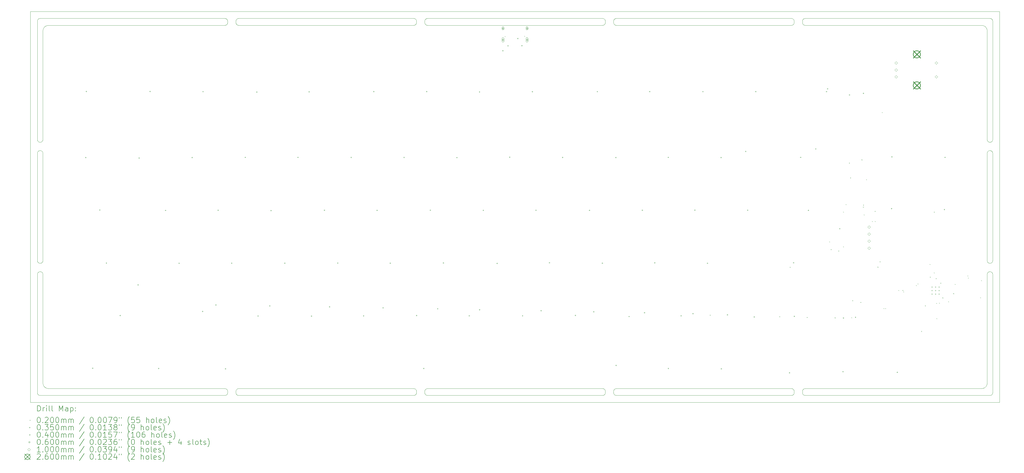
<source format=gbr>
%TF.GenerationSoftware,KiCad,Pcbnew,7.0.9*%
%TF.CreationDate,2024-07-27T11:54:42-04:00*%
%TF.ProjectId,panel,70616e65-6c2e-46b6-9963-61645f706362,0.1*%
%TF.SameCoordinates,Original*%
%TF.FileFunction,Drillmap*%
%TF.FilePolarity,Positive*%
%FSLAX45Y45*%
G04 Gerber Fmt 4.5, Leading zero omitted, Abs format (unit mm)*
G04 Created by KiCad (PCBNEW 7.0.9) date 2024-07-27 11:54:42*
%MOMM*%
%LPD*%
G01*
G04 APERTURE LIST*
%ADD10C,0.100000*%
%ADD11C,0.200000*%
%ADD12C,0.260000*%
G04 APERTURE END LIST*
D10*
X31430491Y-2498079D02*
X31425702Y-2497003D01*
X24247003Y-15774298D02*
X24245694Y-15779028D01*
X31440198Y-2499518D02*
X31435327Y-2498918D01*
X3951410Y-11069106D02*
X3947140Y-11071525D01*
X37921400Y-2541095D02*
X37915275Y-2536597D01*
X38188192Y-11436194D02*
X38190399Y-11440578D01*
X17772699Y-2286561D02*
X17775905Y-2282844D01*
X37880022Y-2516737D02*
X37877695Y-2515739D01*
X17449518Y-2340198D02*
X17449880Y-2345093D01*
X3804306Y-6645695D02*
X3802997Y-6640965D01*
X10597140Y-2261808D02*
X10601410Y-2264227D01*
X38450000Y-16098773D02*
X38450000Y-2001227D01*
X4002530Y-2668467D02*
X4002146Y-2670971D01*
X37987080Y-15470637D02*
X37987960Y-15468262D01*
X4113072Y-15580090D02*
X4119978Y-15583263D01*
X38129029Y-6712361D02*
X38124298Y-6713670D01*
X38185773Y-11034744D02*
X38183147Y-11038890D01*
X3942755Y-11073732D02*
X3938268Y-11075721D01*
X17359802Y-2499518D02*
X17354907Y-2499880D01*
X3990399Y-11440578D02*
X3992388Y-11445065D01*
X31430491Y-15848078D02*
X31425702Y-15847003D01*
X24582844Y-15625905D02*
X24586561Y-15622699D01*
X3550029Y-2000029D02*
X3550000Y-2001227D01*
X3998078Y-6636176D02*
X3997003Y-6640965D01*
X24557612Y-15661731D02*
X24559601Y-15657244D01*
X4000000Y-11483333D02*
X4000000Y-15399367D01*
X38090198Y-11082852D02*
X38085327Y-11082251D01*
X10597140Y-15838192D02*
X10592756Y-15840399D01*
X38170711Y-15820711D02*
X38167156Y-15824095D01*
X4119978Y-15583263D02*
X4122305Y-15584261D01*
X3848590Y-11397560D02*
X3852860Y-11395141D01*
X17379029Y-15845694D02*
X17374298Y-15847003D01*
X37800633Y-15599984D02*
X37808863Y-15599775D01*
X31416311Y-15844154D02*
X31411731Y-15842388D01*
X30964673Y-2251082D02*
X30969509Y-2251921D01*
X38177301Y-15813439D02*
X38174095Y-15817156D01*
X3942755Y-11392934D02*
X3947140Y-11395141D01*
X10640399Y-15657244D02*
X10642388Y-15661731D01*
X31386561Y-2272699D02*
X31390430Y-2269679D01*
X3857244Y-15840399D02*
X3852860Y-15838192D01*
X3992388Y-7078398D02*
X3994154Y-7082978D01*
X38022699Y-11419894D02*
X38025905Y-11416177D01*
X24217156Y-2275905D02*
X24220711Y-2279289D01*
X4029628Y-2595299D02*
X4025773Y-2601848D01*
X38014227Y-11034744D02*
X38011808Y-11030473D01*
X4076597Y-15557354D02*
X4078600Y-15558905D01*
X24579289Y-15629289D02*
X24582844Y-15625905D01*
X10579029Y-2254306D02*
X10583689Y-2255846D01*
X38085327Y-6715584D02*
X38080491Y-6714745D01*
X37831533Y-15597470D02*
X37839013Y-15596129D01*
X3955557Y-7033520D02*
X3959570Y-7036346D01*
X10994443Y-2483147D02*
X10990430Y-2480321D01*
X24249518Y-2340198D02*
X24249879Y-2345093D01*
X3829289Y-7045956D02*
X3832844Y-7042571D01*
X4024544Y-2604062D02*
X4021026Y-2610798D01*
X11045093Y-15849879D02*
X11040198Y-15849518D01*
X3819679Y-6676237D02*
X3816853Y-6672224D01*
X17816311Y-15605845D02*
X17820971Y-15604306D01*
X3880491Y-6714745D02*
X3875702Y-6713670D01*
X3800000Y-6616667D02*
X3800000Y-2350000D01*
X3938268Y-6709055D02*
X3933689Y-6710821D01*
X11020971Y-15845694D02*
X11016311Y-15844154D01*
X17427301Y-2463439D02*
X17424095Y-2467156D01*
X37995620Y-15441494D02*
X37996129Y-15439013D01*
X31030321Y-15640430D02*
X31033147Y-15644443D01*
X24550481Y-2409802D02*
X24550120Y-2404907D01*
X3825905Y-11416177D02*
X3829289Y-11412623D01*
X38192388Y-2311732D02*
X38194154Y-2316311D01*
X3963439Y-7039365D02*
X3967156Y-7042571D01*
X10592756Y-2490399D02*
X10588268Y-2492388D01*
X17401410Y-15614227D02*
X17405557Y-15616853D01*
X4063147Y-2554192D02*
X4061311Y-2555937D01*
X17374298Y-15847003D02*
X17369509Y-15848078D01*
X10635773Y-2451410D02*
X10633147Y-2455557D01*
X10650000Y-15700000D02*
X10650000Y-15750000D01*
X38138268Y-2257612D02*
X38142756Y-2259601D01*
X37913196Y-2535150D02*
X37906851Y-2530968D01*
X24630491Y-15601921D02*
X24635327Y-15601082D01*
X10574298Y-2497003D02*
X10569509Y-2498079D01*
X10642388Y-15661731D02*
X10644154Y-15666311D01*
X24183689Y-2494154D02*
X24179028Y-2495694D01*
X24238192Y-2447140D02*
X24235773Y-2451410D01*
X37811393Y-2500353D02*
X37808863Y-2500225D01*
X38188192Y-6663806D02*
X38185773Y-6668077D01*
X38129029Y-11387639D02*
X38133689Y-11389179D01*
X4036597Y-2584725D02*
X4035150Y-2586804D01*
X3998918Y-11468660D02*
X3999518Y-11473531D01*
X38029289Y-7045956D02*
X38032844Y-7042571D01*
X24209570Y-2480321D02*
X24205557Y-2483147D01*
X10954306Y-2429029D02*
X10952997Y-2424298D01*
X38011808Y-7069527D02*
X38014227Y-7065256D01*
X3914673Y-11082251D02*
X3909802Y-11082852D01*
X24235773Y-2451410D02*
X24233147Y-2455557D01*
X4104062Y-2524544D02*
X4101848Y-2525773D01*
X31048078Y-2419509D02*
X31047003Y-2424298D01*
X11007244Y-15840399D02*
X11002860Y-15838192D01*
X24620971Y-2495694D02*
X24616311Y-2494154D01*
X4003870Y-2660987D02*
X4002530Y-2668467D01*
X38200000Y-10983333D02*
X38199880Y-10988240D01*
X3970711Y-6687377D02*
X3967156Y-6690762D01*
X31009570Y-15619679D02*
X31013439Y-15622699D01*
X38100000Y-15850000D02*
X31450000Y-15850000D01*
X38014227Y-11431923D02*
X38016853Y-11427776D01*
X17447003Y-15675702D02*
X17448079Y-15680491D01*
X17409570Y-15619679D02*
X17413439Y-15622699D01*
X38155557Y-11400186D02*
X38159570Y-11403012D01*
X3825905Y-11050489D02*
X3822699Y-11046773D01*
X24564227Y-15801410D02*
X24561808Y-15797140D01*
X3832844Y-2275905D02*
X3836561Y-2272699D01*
X10601410Y-15614227D02*
X10605557Y-15616853D01*
X3924298Y-11386330D02*
X3929028Y-11387639D01*
X38151410Y-2264227D02*
X38155557Y-2266853D01*
X17811732Y-2257612D02*
X17816311Y-2255846D01*
X37958905Y-15521400D02*
X37963403Y-15515275D01*
X4000016Y-15400633D02*
X4000225Y-15408863D01*
X24625702Y-15847003D02*
X24620971Y-15845694D01*
X24245694Y-2320971D02*
X24247003Y-2325702D01*
X38119509Y-2251921D02*
X38124298Y-2252997D01*
X3836561Y-15827301D02*
X3832844Y-15824095D01*
X37964850Y-2586804D02*
X37963403Y-2584725D01*
X11050000Y-15850000D02*
X11045093Y-15849879D01*
X3955557Y-11400186D02*
X3959570Y-11403012D01*
X10624095Y-15632844D02*
X10627301Y-15636561D01*
X11025702Y-2252997D02*
X11030491Y-2251921D01*
X17794443Y-15616853D02*
X17798590Y-15614227D01*
X3885327Y-6715584D02*
X3880491Y-6714745D01*
X4061311Y-15544063D02*
X4063147Y-15545808D01*
X17835327Y-2498918D02*
X17830491Y-2498079D01*
X38133689Y-11077488D02*
X38129029Y-11079027D01*
X24561808Y-15797140D02*
X24559601Y-15792755D01*
X38190399Y-11026089D02*
X38188192Y-11030473D01*
X3801082Y-11468660D02*
X3801921Y-11463824D01*
X3904907Y-11383454D02*
X3909802Y-11383815D01*
X37831533Y-2502530D02*
X37829029Y-2502146D01*
X30992755Y-2490399D02*
X30988268Y-2492388D01*
X24645093Y-2250120D02*
X24650000Y-2250000D01*
X24183689Y-2255846D02*
X24188268Y-2257612D01*
X10605557Y-15833147D02*
X10601410Y-15835773D01*
X38009601Y-6659422D02*
X38007612Y-6654935D01*
X38183147Y-2294443D02*
X38185773Y-2298590D01*
X17413439Y-2477301D02*
X17409570Y-2480321D01*
X3980321Y-11042903D02*
X3977301Y-11046773D01*
X3929028Y-11387639D02*
X3933689Y-11389179D01*
X10648918Y-2414673D02*
X10648079Y-2419509D01*
X24550000Y-15700000D02*
X24550120Y-15695093D01*
X38124298Y-11386330D02*
X38129029Y-11387639D01*
X10979289Y-2470711D02*
X10975905Y-2467156D01*
X17802860Y-2488192D02*
X17798590Y-2485773D01*
X31350120Y-15695093D02*
X31350481Y-15690198D01*
X24154907Y-2499880D02*
X24150000Y-2500000D01*
X38100000Y-7016667D02*
X38104907Y-7016787D01*
X17374298Y-2497003D02*
X17369509Y-2498079D01*
X11011732Y-2257612D02*
X11016311Y-2255846D01*
X24233147Y-15805557D02*
X24230321Y-15809570D01*
X17383689Y-2494154D02*
X17379029Y-2495694D01*
X30964673Y-15601082D02*
X30969509Y-15601921D01*
X17830491Y-2251921D02*
X17835327Y-2251082D01*
X4000225Y-2691137D02*
X4000016Y-2699367D01*
X10950482Y-2409802D02*
X10950120Y-2404907D01*
X37886928Y-15580090D02*
X37889202Y-15578974D01*
X17413439Y-15827301D02*
X17409570Y-15830321D01*
X38129029Y-11079027D02*
X38124298Y-11080336D01*
X17449518Y-2409802D02*
X17448918Y-2414673D01*
X37999070Y-15418970D02*
X37999647Y-15411393D01*
X30964673Y-2498918D02*
X30959802Y-2499518D01*
X3816853Y-6672224D02*
X3814227Y-6668077D01*
X3807612Y-15788268D02*
X3805845Y-15783689D01*
X37818970Y-2500930D02*
X37811393Y-2500353D01*
X3840430Y-7036346D02*
X3844443Y-7033520D01*
X17369509Y-15848078D02*
X17364673Y-15848918D01*
X37952552Y-2570707D02*
X37950902Y-2568785D01*
X3861731Y-11075721D02*
X3857244Y-11073732D01*
X10648918Y-15764673D02*
X10648079Y-15769509D01*
X4012040Y-15468262D02*
X4012919Y-15470637D01*
X10986561Y-2272699D02*
X10990430Y-2269679D01*
X31361808Y-15652860D02*
X31364227Y-15648590D01*
X38036561Y-7039365D02*
X38040430Y-7036346D01*
X10559802Y-15600481D02*
X10564673Y-15601082D01*
X17775905Y-2467156D02*
X17772699Y-2463439D01*
X31402860Y-15838192D02*
X31398590Y-15835773D01*
X31048078Y-15680491D02*
X31048918Y-15685327D01*
X3816853Y-2294443D02*
X3819679Y-2290430D01*
X3800481Y-10993135D02*
X3800120Y-10988240D01*
X3995694Y-11454305D02*
X3997003Y-11459035D01*
X38124298Y-15847003D02*
X38119509Y-15848078D01*
X24602860Y-2261808D02*
X24607244Y-2259601D01*
X38188192Y-7069527D02*
X38190399Y-7073911D01*
X3875702Y-11080336D02*
X3870971Y-11079027D01*
X17445694Y-2429029D02*
X17444154Y-2433689D01*
X3800000Y-7116666D02*
X3800120Y-7111760D01*
X37957355Y-2576597D02*
X37952552Y-2570707D01*
X38147140Y-15838192D02*
X38142756Y-15840399D01*
X17752997Y-2325702D02*
X17754306Y-2320971D01*
X11016311Y-15605845D02*
X11020971Y-15604306D01*
X38185773Y-7065256D02*
X38188192Y-7069527D01*
X3994154Y-6650356D02*
X3992388Y-6654935D01*
X17392756Y-2490399D02*
X17388268Y-2492388D01*
X4084725Y-15563403D02*
X4086804Y-15564850D01*
X24240399Y-15657244D02*
X24242388Y-15661731D01*
X24217156Y-2474095D02*
X24213439Y-2477301D01*
X24249879Y-2404907D02*
X24249518Y-2409802D01*
X3805845Y-15783689D02*
X3804306Y-15779028D01*
X38025905Y-7049511D02*
X38029289Y-7045956D01*
X17447003Y-15774298D02*
X17445694Y-15779028D01*
X31386561Y-2477301D02*
X31382844Y-2474095D01*
X38183147Y-11038890D02*
X38180321Y-11042903D01*
X24235773Y-15801410D02*
X24233147Y-15805557D01*
X30969509Y-15848078D02*
X30964673Y-15848918D01*
X38119509Y-6714745D02*
X38114673Y-6715584D01*
X24594443Y-15833147D02*
X24590430Y-15830321D01*
X3844443Y-15833147D02*
X3840430Y-15830321D01*
X10648079Y-2330491D02*
X10648918Y-2335327D01*
X24197140Y-15611808D02*
X24201410Y-15614227D01*
X31035773Y-2298590D02*
X31038192Y-2302860D01*
X11050000Y-2500000D02*
X11045093Y-2499880D01*
X24227301Y-2463439D02*
X24224095Y-2467156D01*
X31375905Y-15817156D02*
X31372699Y-15813439D01*
X3967156Y-7042571D02*
X3970711Y-7045956D01*
X24183689Y-15844154D02*
X24179028Y-15845694D01*
X17798590Y-2264227D02*
X17802860Y-2261808D01*
X37987080Y-2629362D02*
X37984261Y-2622305D01*
X38190399Y-15792755D02*
X38188192Y-15797140D01*
X31350120Y-2345093D02*
X31350481Y-2340198D01*
X38066311Y-7022512D02*
X38070971Y-7020973D01*
X3807612Y-11021602D02*
X3805845Y-11017022D01*
X30997140Y-15838192D02*
X30992755Y-15840399D01*
X24169509Y-15601921D02*
X24174298Y-15602997D01*
X17786561Y-2272699D02*
X17790430Y-2269679D01*
X38198079Y-6636176D02*
X38197003Y-6640965D01*
X17772699Y-15813439D02*
X17769679Y-15809570D01*
X24238192Y-2302860D02*
X24240399Y-2307244D01*
X31430491Y-2251921D02*
X31435327Y-2251082D01*
X17751921Y-15769509D02*
X17751082Y-15764673D01*
X3983147Y-7061109D02*
X3985773Y-7065256D01*
X17850000Y-15850000D02*
X17845093Y-15849879D01*
X17752997Y-15675702D02*
X17754306Y-15670971D01*
X11040198Y-2499518D02*
X11035327Y-2498918D01*
X10638192Y-2302860D02*
X10640399Y-2307244D01*
X3800000Y-10983333D02*
X3800000Y-7116666D01*
X38109802Y-11383815D02*
X38114673Y-11384416D01*
X3885327Y-15848918D02*
X3880491Y-15848078D01*
X10969679Y-15809570D02*
X10966853Y-15805557D01*
X17807244Y-15840399D02*
X17802860Y-15838192D01*
X10645694Y-2320971D02*
X10647003Y-2325702D01*
X31050000Y-15700000D02*
X31050000Y-15750000D01*
X31351921Y-15680491D02*
X31352997Y-15675702D01*
X3959570Y-6696987D02*
X3955557Y-6699814D01*
X17369509Y-15601921D02*
X17374298Y-15602997D01*
X37839013Y-2503871D02*
X37831533Y-2502530D01*
X3895093Y-7016787D02*
X3900000Y-7016667D01*
X31386561Y-15622699D02*
X31390430Y-15619679D01*
X3861731Y-11390945D02*
X3866311Y-11389179D01*
X38155557Y-15833147D02*
X38151410Y-15835773D01*
X4016737Y-15480022D02*
X4019910Y-15486928D01*
X10959601Y-15657244D02*
X10961808Y-15652860D01*
X38133689Y-15844154D02*
X38129029Y-15845694D01*
X3977301Y-11046773D02*
X3974095Y-11050489D01*
X24625702Y-15602997D02*
X24630491Y-15601921D01*
X3814227Y-2298590D02*
X3816853Y-2294443D01*
X3994154Y-11017022D02*
X3992388Y-11021602D01*
X31411731Y-2257612D02*
X31416311Y-2255846D01*
X3938268Y-11075721D02*
X3933689Y-11077488D01*
X17766853Y-15805557D02*
X17764227Y-15801410D01*
X4000353Y-15411393D02*
X4000930Y-15418970D01*
X38155557Y-6699814D02*
X38151410Y-6702439D01*
X31013439Y-2272699D02*
X31017156Y-2275905D01*
X37800633Y-2500016D02*
X37799367Y-2500000D01*
X11040198Y-15600481D02*
X11045093Y-15600120D01*
X3919509Y-11385255D02*
X3924298Y-11386330D01*
X31398590Y-15835773D02*
X31394443Y-15833147D01*
X17445694Y-15670971D02*
X17447003Y-15675702D01*
X4181029Y-2500930D02*
X4178510Y-2501186D01*
X38200000Y-7116666D02*
X38200000Y-10983333D01*
X38198079Y-7097157D02*
X38198918Y-7101993D01*
X31390430Y-2480321D02*
X31386561Y-2477301D01*
X4101848Y-15574227D02*
X4104062Y-15575456D01*
X38151410Y-11397560D02*
X38155557Y-11400186D01*
X24174298Y-15847003D02*
X24169509Y-15848078D01*
X38185773Y-11431923D02*
X38188192Y-11436194D01*
X10986561Y-15622699D02*
X10990430Y-15619679D01*
X17447003Y-2424298D02*
X17445694Y-2429029D01*
X3919509Y-6714745D02*
X3914673Y-6715584D01*
X3994154Y-7082978D02*
X3995694Y-7087638D01*
X17449880Y-2345093D02*
X17450000Y-2350000D01*
X37829029Y-15597854D02*
X37831533Y-15597470D01*
X31024095Y-2467156D02*
X31020711Y-2470711D01*
X17448918Y-15764673D02*
X17448079Y-15769509D01*
X17775905Y-15632844D02*
X17779289Y-15629289D01*
X3890198Y-11082852D02*
X3885327Y-11082251D01*
X3914673Y-7017749D02*
X3919509Y-7018588D01*
X3804306Y-15779028D02*
X3802997Y-15774298D01*
X3822699Y-6680106D02*
X3819679Y-6676237D01*
X37970372Y-2595299D02*
X37969032Y-2593149D01*
X10952997Y-15774298D02*
X10951921Y-15769509D01*
X3801082Y-7101993D02*
X3801921Y-7097157D01*
X37821490Y-15598814D02*
X37829029Y-15597854D01*
X31425702Y-2252997D02*
X31430491Y-2251921D01*
X30988268Y-2257612D02*
X30992755Y-2259601D01*
X24630491Y-2498079D02*
X24625702Y-2497003D01*
X10959601Y-15792755D02*
X10957612Y-15788268D01*
X38085327Y-7017749D02*
X38090198Y-7017148D01*
X3819679Y-15809570D02*
X3816853Y-15805557D01*
X10994443Y-15833147D02*
X10990430Y-15830321D01*
X10601410Y-2264227D02*
X10605557Y-2266853D01*
X37895938Y-2524544D02*
X37889202Y-2521026D01*
X17405557Y-15616853D02*
X17409570Y-15619679D01*
X3955557Y-11066480D02*
X3951410Y-11069106D01*
X38119509Y-11081412D02*
X38114673Y-11082251D01*
X4019910Y-15486928D02*
X4021026Y-15489202D01*
X17755846Y-2316311D02*
X17757612Y-2311732D01*
X10605557Y-15616853D02*
X10609570Y-15619679D01*
X17430321Y-15809570D02*
X17427301Y-15813439D01*
X10564673Y-2251082D02*
X10569509Y-2251921D01*
X11035327Y-15848918D02*
X11030491Y-15848078D01*
X17427301Y-15636561D02*
X17430321Y-15640430D01*
X3804306Y-11454305D02*
X3805845Y-11449644D01*
X3900000Y-11083333D02*
X3895093Y-11083213D01*
X24569679Y-2459570D02*
X24566853Y-2455557D01*
X24205557Y-15616853D02*
X24209570Y-15619679D01*
X31435327Y-15848918D02*
X31430491Y-15848078D01*
X10624095Y-2282844D02*
X10627301Y-2286561D01*
X24250000Y-2350000D02*
X24250000Y-2400000D01*
X31040399Y-2442756D02*
X31038192Y-2447140D01*
X4191136Y-15599775D02*
X4199367Y-15599984D01*
X3999518Y-11473531D02*
X3999879Y-11478426D01*
X17449880Y-15754907D02*
X17449518Y-15759802D01*
X24248918Y-15764673D02*
X24248078Y-15769509D01*
X38029289Y-11412623D02*
X38032844Y-11409238D01*
X38066311Y-11077488D02*
X38061732Y-11075721D01*
X4086804Y-15564850D02*
X4093149Y-15569032D01*
X38147140Y-2261808D02*
X38151410Y-2264227D01*
X3997003Y-6640965D02*
X3995694Y-6645695D01*
X4070707Y-2547448D02*
X4068785Y-2549098D01*
X10583689Y-2255846D02*
X10588268Y-2257612D01*
X24233147Y-2294443D02*
X24235773Y-2298590D01*
X3900000Y-11383333D02*
X3904907Y-11383454D01*
X3825905Y-15817156D02*
X3822699Y-15813439D01*
X17820971Y-15604306D02*
X17825702Y-15602997D01*
X3801921Y-7097157D02*
X3802997Y-7092368D01*
X31359601Y-2307244D02*
X31361808Y-2302860D01*
X17450000Y-15750000D02*
X17449880Y-15754907D01*
X24174298Y-15602997D02*
X24179028Y-15604306D01*
X38007612Y-11021602D02*
X38005846Y-11017022D01*
X38070971Y-7020973D02*
X38075702Y-7019663D01*
X24197140Y-2488192D02*
X24192755Y-2490399D01*
X37861071Y-2509582D02*
X37858655Y-2508824D01*
X4000353Y-2688607D02*
X4000225Y-2691137D01*
X3947140Y-7028474D02*
X3951410Y-7030894D01*
X38192388Y-6654935D02*
X38190399Y-6659422D01*
X30992755Y-15609601D02*
X30997140Y-15611808D01*
X10649518Y-2409802D02*
X10648918Y-2414673D01*
X38174095Y-15817156D02*
X38170711Y-15820711D01*
X3870971Y-6712361D02*
X3866311Y-6710821D01*
X24650000Y-2250000D02*
X30950000Y-2250000D01*
X38194154Y-11017022D02*
X38192388Y-11021602D01*
X3805845Y-2316311D02*
X3807612Y-2311732D01*
X30983689Y-15605845D02*
X30988268Y-15607612D01*
X4049098Y-2568785D02*
X4047448Y-2570707D01*
X31398590Y-2485773D02*
X31394443Y-2483147D01*
X4000930Y-2681030D02*
X4000353Y-2688607D01*
X3998078Y-11463824D02*
X3998918Y-11468660D01*
X31435327Y-2251082D02*
X31440198Y-2250482D01*
X17430321Y-2459570D02*
X17427301Y-2463439D01*
X38129029Y-15845694D02*
X38124298Y-15847003D01*
X38032844Y-7042571D02*
X38036561Y-7039365D01*
X37997854Y-15429029D02*
X37998814Y-15421490D01*
X3804306Y-2320971D02*
X3805845Y-2316311D01*
X38183147Y-7061109D02*
X38185773Y-7065256D01*
X17750120Y-15695093D02*
X17750482Y-15690198D01*
X17433147Y-15805557D02*
X17430321Y-15809570D01*
X24561808Y-15652860D02*
X24564227Y-15648590D01*
X4036597Y-15515275D02*
X4041095Y-15521400D01*
X4000016Y-2699367D02*
X4000000Y-2700633D01*
X38000120Y-6621573D02*
X38000000Y-6616667D01*
X4001186Y-15421490D02*
X4002146Y-15429029D01*
X17448079Y-15769509D02*
X17447003Y-15774298D01*
X3836561Y-2272699D02*
X3840430Y-2269679D01*
X17825702Y-2497003D02*
X17820971Y-2495694D01*
X31042388Y-15788268D02*
X31040399Y-15792755D01*
X31050000Y-2350000D02*
X31050000Y-2400000D01*
X17807244Y-2490399D02*
X17802860Y-2488192D01*
X37984261Y-2622305D02*
X37983263Y-2619978D01*
X17448918Y-15685327D02*
X17449518Y-15690198D01*
X10630321Y-15809570D02*
X10627301Y-15813439D01*
X3885327Y-11384416D02*
X3890198Y-11383815D01*
X38170711Y-2279289D02*
X38174095Y-2282844D01*
X4129362Y-2512920D02*
X4122305Y-2515739D01*
X17392756Y-15840399D02*
X17388268Y-15842388D01*
X38198918Y-6631340D02*
X38198079Y-6636176D01*
X10554907Y-15600120D02*
X10559802Y-15600481D01*
X17790430Y-15619679D02*
X17794443Y-15616853D01*
X10617156Y-2275905D02*
X10620711Y-2279289D01*
X3985773Y-11431923D02*
X3988192Y-11436194D01*
X17775905Y-2282844D02*
X17779289Y-2279289D01*
X3832844Y-15824095D02*
X3829289Y-15820711D01*
X17835327Y-2251082D02*
X17840198Y-2250482D01*
X10638192Y-2447140D02*
X10635773Y-2451410D01*
X37880022Y-15583263D02*
X37886928Y-15580090D01*
X3938268Y-11390945D02*
X3942755Y-11392934D01*
X38167156Y-2275905D02*
X38170711Y-2279289D01*
X31020711Y-2470711D02*
X31017156Y-2474095D01*
X11035327Y-2498918D02*
X11030491Y-2498079D01*
X38188192Y-15797140D02*
X38185773Y-15801410D01*
X3848590Y-2264227D02*
X3852860Y-2261808D01*
X31416311Y-2255846D02*
X31420971Y-2254306D01*
X38022699Y-6680106D02*
X38019679Y-6676237D01*
X37978974Y-2610798D02*
X37975456Y-2604062D01*
X38174095Y-11050489D02*
X38170711Y-11054044D01*
X30950000Y-15850000D02*
X24650000Y-15850000D01*
X3822699Y-11419894D02*
X3825905Y-11416177D01*
X38177301Y-7053227D02*
X38180321Y-7057097D01*
X17448079Y-2330491D02*
X17448918Y-2335327D01*
X31354306Y-15779028D02*
X31352997Y-15774298D01*
X3999518Y-10993135D02*
X3998918Y-10998006D01*
X24227301Y-15636561D02*
X24230321Y-15640430D01*
X3955557Y-6699814D02*
X3951410Y-6702439D01*
X10649880Y-2345093D02*
X10650000Y-2350000D01*
X10617156Y-15824095D02*
X10613439Y-15827301D01*
X31359601Y-2442756D02*
X31357612Y-2438268D01*
X37969032Y-15506850D02*
X37970372Y-15504701D01*
X10648079Y-15680491D02*
X10648918Y-15685327D01*
X38004306Y-6645695D02*
X38002997Y-6640965D01*
X4122305Y-2515739D02*
X4119978Y-2516737D01*
X38142756Y-7026268D02*
X38147140Y-7028474D01*
X3844443Y-11066480D02*
X3840430Y-11063654D01*
X38048590Y-6702439D02*
X38044443Y-6699814D01*
X10569509Y-15848078D02*
X10564673Y-15848918D01*
X38163439Y-7039365D02*
X38167156Y-7042571D01*
X24575905Y-2467156D02*
X24572699Y-2463439D01*
X38000000Y-11483333D02*
X38000120Y-11478426D01*
X24586561Y-2272699D02*
X24590430Y-2269679D01*
X31425702Y-2497003D02*
X31420971Y-2495694D01*
X4188607Y-15599647D02*
X4191136Y-15599775D01*
X24645093Y-15600120D02*
X24650000Y-15600000D01*
X38197003Y-11007631D02*
X38195694Y-11012362D01*
X17835327Y-15848918D02*
X17830491Y-15848078D01*
X37848896Y-2506098D02*
X37841494Y-2504380D01*
X3951410Y-7030894D02*
X3955557Y-7033520D01*
X17750000Y-15750000D02*
X17750000Y-15700000D01*
X38183147Y-15805557D02*
X38180321Y-15809570D01*
X38100000Y-2250000D02*
X38104907Y-2250120D01*
X24240399Y-15792755D02*
X24238192Y-15797140D01*
X31372699Y-2463439D02*
X31369679Y-2459570D01*
X4015738Y-15477695D02*
X4016737Y-15480022D01*
X4158506Y-15595620D02*
X4160987Y-15596129D01*
X24213439Y-15827301D02*
X24209570Y-15830321D01*
X17820971Y-2495694D02*
X17816311Y-2494154D01*
X10550000Y-2500000D02*
X4200633Y-2500000D01*
X31020711Y-15629289D02*
X31024095Y-15632844D01*
X38044443Y-6699814D02*
X38040430Y-6696987D01*
X38016853Y-11038890D02*
X38014227Y-11034744D01*
X37886928Y-2519910D02*
X37880022Y-2516737D01*
X31005557Y-2483147D02*
X31001410Y-2485773D01*
X24159802Y-2250482D02*
X24164673Y-2251082D01*
X10627301Y-2463439D02*
X10624095Y-2467156D01*
X11045093Y-15600120D02*
X11050000Y-15600000D01*
X37870638Y-2512920D02*
X37868262Y-2512040D01*
X31411731Y-15842388D02*
X31407244Y-15840399D01*
X30997140Y-15611808D02*
X31001410Y-15614227D01*
X3857244Y-11073732D02*
X3852860Y-11071525D01*
X31049879Y-15754907D02*
X31049518Y-15759802D01*
X3970711Y-7045956D02*
X3974095Y-7049511D01*
X10950120Y-15754907D02*
X10950000Y-15750000D01*
X24550120Y-15754907D02*
X24550000Y-15750000D01*
X17754306Y-2320971D02*
X17755846Y-2316311D01*
X3829289Y-11412623D02*
X3832844Y-11409238D01*
X17364673Y-2498918D02*
X17359802Y-2499518D01*
X31035773Y-15648590D02*
X31038192Y-15652860D01*
X31030321Y-2459570D02*
X31027301Y-2463439D01*
X17794443Y-15833147D02*
X17790430Y-15830321D01*
X17820971Y-15845694D02*
X17816311Y-15844154D01*
X4003870Y-15439013D02*
X4004380Y-15441494D01*
X38036561Y-11060634D02*
X38032844Y-11057428D01*
X31350000Y-2400000D02*
X31350000Y-2350000D01*
X3866311Y-6710821D02*
X3861731Y-6709055D01*
X10986561Y-15827301D02*
X10982844Y-15824095D01*
X31049879Y-2404907D02*
X31049518Y-2409802D01*
X17440399Y-15657244D02*
X17442388Y-15661731D01*
X10964227Y-15648590D02*
X10966853Y-15644443D01*
X10579029Y-15604306D02*
X10583689Y-15605845D01*
X10554907Y-2499880D02*
X10550000Y-2500000D01*
X30964673Y-15848918D02*
X30959802Y-15849518D01*
X4000000Y-15399367D02*
X4000016Y-15400633D01*
X37915275Y-2536597D02*
X37913196Y-2535150D01*
X38151410Y-11069106D02*
X38147140Y-11071525D01*
X11007244Y-2490399D02*
X11002860Y-2488192D01*
X37974227Y-15498152D02*
X37975456Y-15495937D01*
X31375905Y-2282844D02*
X31379289Y-2279289D01*
X4004380Y-2658506D02*
X4003870Y-2660987D01*
X38147140Y-7028474D02*
X38151410Y-7030894D01*
X17409570Y-2269679D02*
X17413439Y-2272699D01*
X11002860Y-15611808D02*
X11007244Y-15609601D01*
X24235773Y-2298590D02*
X24238192Y-2302860D01*
X3959570Y-11403012D02*
X3963439Y-11406032D01*
X3947140Y-11395141D02*
X3951410Y-11397560D01*
X11020971Y-2254306D02*
X11025702Y-2252997D01*
X3997003Y-7092368D02*
X3998078Y-7097157D01*
X3550029Y-16099970D02*
X3551227Y-16100000D01*
X24611731Y-2257612D02*
X24616311Y-2255846D01*
X24611731Y-2492388D02*
X24607244Y-2490399D01*
X31350000Y-2350000D02*
X31350120Y-2345093D01*
X3995694Y-11012362D02*
X3994154Y-11017022D01*
X3822699Y-2286561D02*
X3825905Y-2282844D01*
X37898152Y-2525773D02*
X37895938Y-2524544D01*
X3890198Y-6716185D02*
X3885327Y-6715584D01*
X31352997Y-15774298D02*
X31351921Y-15769509D01*
X38159570Y-2269679D02*
X38163439Y-2272699D01*
X31049879Y-2345093D02*
X31050000Y-2350000D01*
X31042388Y-15661731D02*
X31044154Y-15666311D01*
X4016737Y-2619978D02*
X4015738Y-2622305D01*
X24620971Y-2254306D02*
X24625702Y-2252997D01*
X17359802Y-15600481D02*
X17364673Y-15601082D01*
X17364673Y-15601082D02*
X17369509Y-15601921D01*
X4009582Y-2638929D02*
X4008824Y-2641345D01*
X3870971Y-11387639D02*
X3875702Y-11386330D01*
X3880491Y-11081412D02*
X3875702Y-11080336D01*
X31366853Y-15805557D02*
X31364227Y-15801410D01*
X38192388Y-11445065D02*
X38194154Y-11449644D01*
X10647003Y-15675702D02*
X10648079Y-15680491D01*
X3832844Y-7042571D02*
X3836561Y-7039365D01*
X24559601Y-15792755D02*
X24557612Y-15788268D01*
X10620711Y-2470711D02*
X10617156Y-2474095D01*
X30950000Y-2250000D02*
X30954907Y-2250120D01*
X38142756Y-2259601D02*
X38147140Y-2261808D01*
X3822699Y-15813439D02*
X3819679Y-15809570D01*
X38138268Y-6709055D02*
X38133689Y-6710821D01*
X24640198Y-15600481D02*
X24645093Y-15600120D01*
X10649518Y-15690198D02*
X10649880Y-15695093D01*
X17779289Y-2470711D02*
X17775905Y-2467156D01*
X3875702Y-15847003D02*
X3870971Y-15845694D01*
X3861731Y-15842388D02*
X3857244Y-15840399D01*
X38194154Y-15783689D02*
X38192388Y-15788268D01*
X10982844Y-2474095D02*
X10979289Y-2470711D01*
X11007244Y-2259601D02*
X11011732Y-2257612D01*
X24169509Y-15848078D02*
X24164673Y-15848918D01*
X3983147Y-6672224D02*
X3980321Y-6676237D01*
X24640198Y-2250482D02*
X24645093Y-2250120D01*
X10644154Y-2433689D02*
X10642388Y-2438268D01*
X37991176Y-2641345D02*
X37990418Y-2638929D01*
X17750120Y-15754907D02*
X17750000Y-15750000D01*
X10554907Y-15849879D02*
X10550000Y-15850000D01*
X38057244Y-11073732D02*
X38052860Y-11071525D01*
X17764227Y-15648590D02*
X17766853Y-15644443D01*
X3805845Y-7082978D02*
X3807612Y-7078398D01*
X38000120Y-10988240D02*
X38000000Y-10983333D01*
X3967156Y-6690762D02*
X3963439Y-6693968D01*
X10635773Y-15648590D02*
X10638192Y-15652860D01*
X3825905Y-6683822D02*
X3822699Y-6680106D01*
X38133689Y-2255846D02*
X38138268Y-2257612D01*
X37915275Y-15563403D02*
X37921400Y-15558905D01*
X30954907Y-15600120D02*
X30959802Y-15600481D01*
X38052860Y-6704859D02*
X38048590Y-6702439D01*
X10649518Y-15759802D02*
X10648918Y-15764673D01*
X10605557Y-2483147D02*
X10601410Y-2485773D01*
X17433147Y-2294443D02*
X17435773Y-2298590D01*
X3904907Y-11083213D02*
X3900000Y-11083333D01*
X3909802Y-6716185D02*
X3904907Y-6716546D01*
X31045694Y-15670971D02*
X31047003Y-15675702D01*
X4000000Y-2700633D02*
X4000000Y-6616667D01*
X31045694Y-2320971D02*
X31047003Y-2325702D01*
X24645093Y-15849879D02*
X24640198Y-15849518D01*
X3890198Y-11383815D02*
X3895093Y-11383454D01*
X38040430Y-11403012D02*
X38044443Y-11400186D01*
X31402860Y-15611808D02*
X31407244Y-15609601D01*
X37936853Y-2554192D02*
X37931215Y-2549098D01*
X24616311Y-2255846D02*
X24620971Y-2254306D01*
X31407244Y-2490399D02*
X31402860Y-2488192D01*
X38066311Y-6710821D02*
X38061732Y-6709055D01*
X10588268Y-15607612D02*
X10592756Y-15609601D01*
X38138268Y-11075721D02*
X38133689Y-11077488D01*
X31445093Y-15849879D02*
X31440198Y-15849518D01*
X17444154Y-2316311D02*
X17445694Y-2320971D01*
X31350120Y-15754907D02*
X31350000Y-15750000D01*
X24188268Y-2492388D02*
X24183689Y-2494154D01*
X37964850Y-15513196D02*
X37969032Y-15506850D01*
X30992755Y-2259601D02*
X30997140Y-2261808D01*
X24249879Y-2345093D02*
X24250000Y-2350000D01*
X17445694Y-15779028D02*
X17444154Y-15783689D01*
X10649880Y-15754907D02*
X10649518Y-15759802D01*
X17766853Y-2294443D02*
X17769679Y-2290430D01*
X3904907Y-7016787D02*
X3909802Y-7017148D01*
X31013439Y-2477301D02*
X31009570Y-2480321D01*
X24224095Y-15817156D02*
X24220711Y-15820711D01*
X17802860Y-15611808D02*
X17807244Y-15609601D01*
X17772699Y-15636561D02*
X17775905Y-15632844D01*
X37821490Y-2501186D02*
X37818970Y-2500930D01*
X3909802Y-7017148D02*
X3914673Y-7017749D01*
X10972699Y-2286561D02*
X10975905Y-2282844D01*
X31024095Y-15817156D02*
X31020711Y-15820711D01*
X17816311Y-2255846D02*
X17820971Y-2254306D01*
X17751082Y-15764673D02*
X17750482Y-15759802D01*
X38197003Y-2325702D02*
X38198079Y-2330491D01*
X38040430Y-11063654D02*
X38036561Y-11060634D01*
X38133689Y-11389179D02*
X38138268Y-11390945D01*
X38070971Y-11387639D02*
X38075702Y-11386330D01*
X31017156Y-15625905D02*
X31020711Y-15629289D01*
X38151410Y-6702439D02*
X38147140Y-6704859D01*
X10559802Y-2499518D02*
X10554907Y-2499880D01*
X31369679Y-2290430D02*
X31372699Y-2286561D01*
X17350000Y-15600000D02*
X17354907Y-15600120D01*
X31033147Y-2455557D02*
X31030321Y-2459570D01*
X24551921Y-2419509D02*
X24551082Y-2414673D01*
X38198918Y-2335327D02*
X38199518Y-2340198D01*
X31044154Y-15783689D02*
X31042388Y-15788268D01*
X24213439Y-15622699D02*
X24217156Y-15625905D01*
X17790430Y-15830321D02*
X17786561Y-15827301D01*
X37877695Y-2515739D02*
X37870638Y-2512920D01*
X17786561Y-15827301D02*
X17782844Y-15824095D01*
X24164673Y-2251082D02*
X24169509Y-2251921D01*
X31017156Y-2474095D02*
X31013439Y-2477301D01*
X30988268Y-15842388D02*
X30983689Y-15844154D01*
X38001082Y-7101993D02*
X38001921Y-7097157D01*
X10624095Y-15817156D02*
X10620711Y-15820711D01*
X17757612Y-2311732D02*
X17759601Y-2307244D01*
X3866311Y-2255846D02*
X3870971Y-2254306D01*
X24552997Y-2325702D02*
X24554306Y-2320971D01*
X37997854Y-2670971D02*
X37997470Y-2668467D01*
X31351921Y-2419509D02*
X31351082Y-2414673D01*
X31354306Y-2320971D02*
X31355845Y-2316311D01*
X38142756Y-11392934D02*
X38147140Y-11395141D01*
X38185773Y-2298590D02*
X38188192Y-2302860D01*
X38000000Y-2700633D02*
X37999984Y-2699367D01*
X24561808Y-2447140D02*
X24559601Y-2442756D01*
X3804306Y-11012362D02*
X3802997Y-11007631D01*
X31001410Y-2264227D02*
X31005557Y-2266853D01*
X4030968Y-15506850D02*
X4035150Y-15513196D01*
X30954907Y-2499880D02*
X30950000Y-2500000D01*
X17782844Y-2474095D02*
X17779289Y-2470711D01*
X38016853Y-11427776D02*
X38019679Y-11423763D01*
X17807244Y-2259601D02*
X17811732Y-2257612D01*
X30983689Y-2255846D02*
X30988268Y-2257612D01*
X24598590Y-2264227D02*
X24602860Y-2261808D01*
X38040430Y-7036346D02*
X38044443Y-7033520D01*
X17405557Y-2483147D02*
X17401410Y-2485773D01*
X17374298Y-2252997D02*
X17379029Y-2254306D01*
X17448079Y-15680491D02*
X17448918Y-15685327D01*
X24554306Y-2429029D02*
X24552997Y-2424298D01*
X31027301Y-2463439D02*
X31024095Y-2467156D01*
X37929293Y-15552552D02*
X37931215Y-15550902D01*
X31394443Y-15833147D02*
X31390430Y-15830321D01*
X24248078Y-15680491D02*
X24248918Y-15685327D01*
X37997470Y-15431532D02*
X37997854Y-15429029D01*
X10957612Y-15788268D02*
X10955846Y-15783689D01*
X17442388Y-15661731D02*
X17444154Y-15666311D01*
X3816853Y-7061109D02*
X3819679Y-7057097D01*
X3942755Y-7026268D02*
X3947140Y-7028474D01*
X24551921Y-15680491D02*
X24552997Y-15675702D01*
X24598590Y-15614227D02*
X24602860Y-15611808D01*
X38199518Y-15759802D02*
X38198918Y-15764673D01*
X38095093Y-7016787D02*
X38100000Y-7016667D01*
X3848590Y-15835773D02*
X3844443Y-15833147D01*
X17427301Y-15813439D02*
X17424095Y-15817156D01*
X3929028Y-6712361D02*
X3924298Y-6713670D01*
X38199518Y-6626468D02*
X38198918Y-6631340D01*
X24598590Y-2485773D02*
X24594443Y-2483147D01*
X10961808Y-2302860D02*
X10964227Y-2298590D01*
X3857244Y-2259601D02*
X3861731Y-2257612D01*
X3840430Y-6696987D02*
X3836561Y-6693968D01*
X38163439Y-6693968D02*
X38159570Y-6696987D01*
X3998078Y-11002842D02*
X3997003Y-11007631D01*
X3999879Y-6621573D02*
X3999518Y-6626468D01*
X31049518Y-15690198D02*
X31049879Y-15695093D01*
X38170711Y-6687377D02*
X38167156Y-6690762D01*
X3844443Y-6699814D02*
X3840430Y-6696987D01*
X3852860Y-11071525D02*
X3848590Y-11069106D01*
X4000225Y-15408863D02*
X4000353Y-15411393D01*
X30988268Y-2492388D02*
X30983689Y-2494154D01*
X30997140Y-2488192D02*
X30992755Y-2490399D01*
X3998918Y-6631340D02*
X3998078Y-6636176D01*
X38198918Y-7101993D02*
X38199518Y-7106865D01*
X24220711Y-2279289D02*
X24224095Y-2282844D01*
X38124298Y-6713670D02*
X38119509Y-6714745D01*
X24550120Y-15695093D02*
X24550481Y-15690198D01*
X10982844Y-15625905D02*
X10986561Y-15622699D01*
X38119509Y-11385255D02*
X38124298Y-11386330D01*
X17840198Y-15849518D02*
X17835327Y-15848918D01*
X10601410Y-2485773D02*
X10597140Y-2488192D01*
X3875702Y-6713670D02*
X3870971Y-6712361D01*
X3974095Y-7049511D02*
X3977301Y-7053227D01*
X31364227Y-15648590D02*
X31366853Y-15644443D01*
X24249879Y-15695093D02*
X24250000Y-15700000D01*
X10982844Y-2275905D02*
X10986561Y-2272699D01*
X31045694Y-2429029D02*
X31044154Y-2433689D01*
X37898152Y-15574227D02*
X37904701Y-15570371D01*
X17401410Y-15835773D02*
X17397140Y-15838192D01*
X3819679Y-11042903D02*
X3816853Y-11038890D01*
X38163439Y-11406032D02*
X38167156Y-11409238D01*
X30974298Y-2497003D02*
X30969509Y-2498079D01*
X24551082Y-15685327D02*
X24551921Y-15680491D01*
X38022699Y-11046773D02*
X38019679Y-11042903D01*
X31020711Y-15820711D02*
X31017156Y-15824095D01*
X31042388Y-2311732D02*
X31044154Y-2316311D01*
X10964227Y-2451410D02*
X10961808Y-2447140D01*
X3857244Y-6707066D02*
X3852860Y-6704859D01*
X3895093Y-2250120D02*
X3900000Y-2250000D01*
X4138929Y-2509582D02*
X4131738Y-2512040D01*
X3870971Y-11079027D02*
X3866311Y-11077488D01*
X17755846Y-15666311D02*
X17757612Y-15661731D01*
X10979289Y-2279289D02*
X10982844Y-2275905D01*
X3805845Y-11449644D02*
X3807612Y-11445065D01*
X31042388Y-2438268D02*
X31040399Y-2442756D01*
X17772699Y-2463439D02*
X17769679Y-2459570D01*
X31394443Y-2266853D02*
X31398590Y-2264227D01*
X38104907Y-11383454D02*
X38109802Y-11383815D01*
X17764227Y-2298590D02*
X17766853Y-2294443D01*
X17764227Y-15801410D02*
X17761808Y-15797140D01*
X38124298Y-7019663D02*
X38129029Y-7020973D01*
X3807612Y-11445065D02*
X3809601Y-11440578D01*
X10574298Y-15602997D02*
X10579029Y-15604306D01*
X24213439Y-2272699D02*
X24217156Y-2275905D01*
X37999070Y-2681030D02*
X37998814Y-2678510D01*
X3829289Y-11054044D02*
X3825905Y-11050489D01*
X10642388Y-2311732D02*
X10644154Y-2316311D01*
X38052860Y-11395141D02*
X38057244Y-11392934D01*
X38194154Y-11449644D02*
X38195694Y-11454305D01*
X10998590Y-15614227D02*
X11002860Y-15611808D01*
X31038192Y-15652860D02*
X31040399Y-15657244D01*
X31440198Y-15849518D02*
X31435327Y-15848918D01*
X38190399Y-2307244D02*
X38192388Y-2311732D01*
X3802997Y-11007631D02*
X3801921Y-11002842D01*
X38199880Y-15754907D02*
X38199518Y-15759802D01*
X17392756Y-2259601D02*
X17397140Y-2261808D01*
X37975456Y-15495937D02*
X37978974Y-15489202D01*
X24564227Y-2298590D02*
X24566853Y-2294443D01*
X17392756Y-15609601D02*
X17397140Y-15611808D01*
X3825905Y-2282844D02*
X3829289Y-2279289D01*
X17750000Y-15700000D02*
X17750120Y-15695093D01*
X31440198Y-2250482D02*
X31445093Y-2250120D01*
X24550000Y-15750000D02*
X24550000Y-15700000D01*
X38190399Y-11440578D02*
X38192388Y-11445065D01*
X31416311Y-15605845D02*
X31420971Y-15604306D01*
X24245694Y-2429029D02*
X24244154Y-2433689D01*
X24244154Y-2433689D02*
X24242388Y-2438268D01*
X17388268Y-2257612D02*
X17392756Y-2259601D01*
X31398590Y-2264227D02*
X31402860Y-2261808D01*
X10950482Y-2340198D02*
X10951082Y-2335327D01*
X24154907Y-15600120D02*
X24159802Y-15600481D01*
X4006098Y-15448896D02*
X4006733Y-15451348D01*
X24564227Y-2451410D02*
X24561808Y-2447140D01*
X31352997Y-15675702D02*
X31354306Y-15670971D01*
X3919509Y-7018588D02*
X3924298Y-7019663D01*
X4101848Y-2525773D02*
X4095299Y-2529628D01*
X31355845Y-15666311D02*
X31357612Y-15661731D01*
X4148651Y-2506733D02*
X4141345Y-2508824D01*
X37945808Y-15536853D02*
X37950902Y-15531214D01*
X38001921Y-6636176D02*
X38001082Y-6631340D01*
X31390430Y-2269679D02*
X31394443Y-2266853D01*
X10972699Y-2463439D02*
X10969679Y-2459570D01*
X11007244Y-15609601D02*
X11011732Y-15607612D01*
X31375905Y-2467156D02*
X31372699Y-2463439D01*
X24607244Y-15609601D02*
X24611731Y-15607612D01*
X24559601Y-2442756D02*
X24557612Y-2438268D01*
X38449971Y-16099970D02*
X38450000Y-16098773D01*
X24213439Y-2477301D02*
X24209570Y-2480321D01*
X17782844Y-2275905D02*
X17786561Y-2272699D01*
X37923403Y-15557354D02*
X37929293Y-15552552D01*
X38000482Y-6626468D02*
X38000120Y-6621573D01*
X38167156Y-6690762D02*
X38163439Y-6693968D01*
X24248918Y-2414673D02*
X24248078Y-2419509D01*
X4178510Y-2501186D02*
X4170971Y-2502146D01*
X10574298Y-15847003D02*
X10569509Y-15848078D01*
X4138929Y-15590418D02*
X4141345Y-15591176D01*
X37958905Y-2578600D02*
X37957355Y-2576597D01*
X31044154Y-2316311D02*
X31045694Y-2320971D01*
X17811732Y-15607612D02*
X17816311Y-15605845D01*
X38044443Y-11066480D02*
X38040430Y-11063654D01*
X24550120Y-2345093D02*
X24550481Y-2340198D01*
X24217156Y-15625905D02*
X24220711Y-15629289D01*
X38029289Y-11054044D02*
X38025905Y-11050489D01*
X11050000Y-2250000D02*
X17350000Y-2250000D01*
X10959601Y-2442756D02*
X10957612Y-2438268D01*
X31001410Y-15835773D02*
X30997140Y-15838192D01*
X4151103Y-15593902D02*
X4158506Y-15595620D01*
X24551921Y-2330491D02*
X24552997Y-2325702D01*
X38197003Y-6640965D02*
X38195694Y-6645695D01*
X3836561Y-11060634D02*
X3832844Y-11057428D01*
X4188607Y-2500353D02*
X4181029Y-2500930D01*
X10564673Y-15848918D02*
X10559802Y-15849518D01*
X4008824Y-15458655D02*
X4009582Y-15461071D01*
X3840430Y-11063654D02*
X3836561Y-11060634D01*
X17807244Y-15609601D02*
X17811732Y-15607612D01*
X10998590Y-2264227D02*
X11002860Y-2261808D01*
X10644154Y-2316311D02*
X10645694Y-2320971D01*
X31382844Y-15625905D02*
X31386561Y-15622699D01*
X17761808Y-15797140D02*
X17759601Y-15792755D01*
X38080491Y-7018588D02*
X38085327Y-7017749D01*
X24247003Y-2325702D02*
X24248078Y-2330491D01*
X31430491Y-15601921D02*
X31435327Y-15601082D01*
X38032844Y-11409238D02*
X38036561Y-11406032D01*
X4042645Y-15523403D02*
X4047448Y-15529293D01*
X17447003Y-2325702D02*
X17448079Y-2330491D01*
X3800481Y-7106865D02*
X3801082Y-7101993D01*
X31351082Y-2335327D02*
X31351921Y-2330491D01*
X10961808Y-15652860D02*
X10964227Y-15648590D01*
X17751921Y-15680491D02*
X17752997Y-15675702D01*
X17388268Y-15842388D02*
X17383689Y-15844154D01*
X38180321Y-11042903D02*
X38177301Y-11046773D01*
X31359601Y-15792755D02*
X31357612Y-15788268D01*
X10645694Y-2429029D02*
X10644154Y-2433689D01*
X31411731Y-2492388D02*
X31407244Y-2490399D01*
X4160987Y-2503871D02*
X4158506Y-2504380D01*
X31033147Y-15805557D02*
X31030321Y-15809570D01*
X38005846Y-6650356D02*
X38004306Y-6645695D01*
X38180321Y-7057097D02*
X38183147Y-7061109D01*
X4148651Y-15593267D02*
X4151103Y-15593902D01*
X30959802Y-2250482D02*
X30964673Y-2251082D01*
X38159570Y-6696987D02*
X38155557Y-6699814D01*
X17354907Y-15849879D02*
X17350000Y-15850000D01*
X10650000Y-2350000D02*
X10650000Y-2400000D01*
X17845093Y-15849879D02*
X17840198Y-15849518D01*
X38114673Y-11384416D02*
X38119509Y-11385255D01*
X3967156Y-11409238D02*
X3970711Y-11412623D01*
X17750000Y-2350000D02*
X17750120Y-2345093D01*
X17840198Y-2499518D02*
X17835327Y-2498918D01*
X30950000Y-15600000D02*
X30954907Y-15600120D01*
X4047448Y-2570707D02*
X4042645Y-2576597D01*
X24188268Y-15842388D02*
X24183689Y-15844154D01*
X3909802Y-11082852D02*
X3904907Y-11083213D01*
X3829289Y-6687377D02*
X3825905Y-6683822D01*
X38159570Y-7036346D02*
X38163439Y-7039365D01*
X10950000Y-2400000D02*
X10950000Y-2350000D01*
X10640399Y-2442756D02*
X10638192Y-2447140D01*
X3801921Y-11002842D02*
X3801082Y-10998006D01*
X3805845Y-11017022D02*
X3804306Y-11012362D01*
X37848896Y-15593902D02*
X37851348Y-15593267D01*
X38198918Y-10998006D02*
X38198079Y-11002842D01*
X3800120Y-10988240D02*
X3800000Y-10983333D01*
X10640399Y-2307244D02*
X10642388Y-2311732D01*
X10951921Y-2419509D02*
X10951082Y-2414673D01*
X38100000Y-6716667D02*
X38095093Y-6716546D01*
X24555845Y-2316311D02*
X24557612Y-2311732D01*
X10609570Y-2269679D02*
X10613439Y-2272699D01*
X38090198Y-11383815D02*
X38095093Y-11383454D01*
X24235773Y-15648590D02*
X24238192Y-15652860D01*
X38109802Y-11082852D02*
X38104907Y-11083213D01*
X38142756Y-11073732D02*
X38138268Y-11075721D01*
X31038192Y-2302860D02*
X31040399Y-2307244D01*
X10979289Y-15629289D02*
X10982844Y-15625905D01*
X38070971Y-6712361D02*
X38066311Y-6710821D01*
X3977301Y-7053227D02*
X3980321Y-7057097D01*
X3924298Y-6713670D02*
X3919509Y-6714745D01*
X3848590Y-11069106D02*
X3844443Y-11066480D01*
X10950000Y-15750000D02*
X10950000Y-15700000D01*
X31379289Y-2279289D02*
X31382844Y-2275905D01*
X30959802Y-15600481D02*
X30964673Y-15601082D01*
X11002860Y-2261808D02*
X11007244Y-2259601D01*
X24552997Y-15774298D02*
X24551921Y-15769509D01*
X17438192Y-2447140D02*
X17435773Y-2451410D01*
X37984261Y-15477695D02*
X37987080Y-15470637D01*
X37923403Y-2542645D02*
X37921400Y-2541095D01*
X17420711Y-15820711D02*
X17417156Y-15824095D01*
X37818970Y-15599070D02*
X37821490Y-15598814D01*
X17397140Y-15611808D02*
X17401410Y-15614227D01*
X17430321Y-2290430D02*
X17433147Y-2294443D01*
X24566853Y-2455557D02*
X24564227Y-2451410D01*
X24625702Y-2497003D02*
X24620971Y-2495694D01*
X17359802Y-15849518D02*
X17354907Y-15849879D01*
X24248918Y-15685327D02*
X24249518Y-15690198D01*
X10609570Y-15619679D02*
X10613439Y-15622699D01*
X37799367Y-15600000D02*
X37800633Y-15599984D01*
X10979289Y-15820711D02*
X10975905Y-15817156D01*
X3800120Y-11478426D02*
X3800481Y-11473531D01*
X4024544Y-15495937D02*
X4025773Y-15498152D01*
X31366853Y-2294443D02*
X31369679Y-2290430D01*
X10609570Y-15830321D02*
X10605557Y-15833147D01*
X24630491Y-2251921D02*
X24635327Y-2251082D01*
X37931215Y-2549098D02*
X37929293Y-2547448D01*
X4110798Y-2521026D02*
X4104062Y-2524544D01*
X24217156Y-15824095D02*
X24213439Y-15827301D01*
X3819679Y-7057097D02*
X3822699Y-7053227D01*
X31398590Y-15614227D02*
X31402860Y-15611808D01*
X24174298Y-2497003D02*
X24169509Y-2498079D01*
X4068785Y-15550902D02*
X4070707Y-15552552D01*
X10645694Y-15779028D02*
X10644154Y-15783689D01*
X3848590Y-7030894D02*
X3852860Y-7028474D01*
X24559601Y-15657244D02*
X24561808Y-15652860D01*
X31420971Y-15604306D02*
X31425702Y-15602997D01*
X37990418Y-2638929D02*
X37987960Y-2631738D01*
X24575905Y-2282844D02*
X24579289Y-2279289D01*
X37904701Y-2529628D02*
X37898152Y-2525773D01*
X38180321Y-11423763D02*
X38183147Y-11427776D01*
X24154907Y-2250120D02*
X24159802Y-2250482D01*
X3852860Y-15838192D02*
X3848590Y-15835773D01*
X24179028Y-15604306D02*
X24183689Y-15605845D01*
X38188192Y-11030473D02*
X38185773Y-11034744D01*
X31366853Y-15644443D02*
X31369679Y-15640430D01*
X17435773Y-2298590D02*
X17438192Y-2302860D01*
X4009582Y-15461071D02*
X4012040Y-15468262D01*
X11040198Y-2250482D02*
X11045093Y-2250120D01*
X17449880Y-15695093D02*
X17450000Y-15700000D01*
X17845093Y-15600120D02*
X17850000Y-15600000D01*
X24192755Y-2490399D02*
X24188268Y-2492388D01*
X24550000Y-2350000D02*
X24550120Y-2345093D01*
X37998814Y-2678510D02*
X37997854Y-2670971D01*
X24150000Y-15850000D02*
X17850000Y-15850000D01*
X31355845Y-15783689D02*
X31354306Y-15779028D01*
X3802997Y-11459035D02*
X3804306Y-11454305D01*
X17435773Y-15648590D02*
X17438192Y-15652860D01*
X4006098Y-2651104D02*
X4004380Y-2658506D01*
X31445093Y-2499880D02*
X31440198Y-2499518D01*
X37980090Y-2613072D02*
X37978974Y-2610798D01*
X3809601Y-11440578D02*
X3811808Y-11436194D01*
X3938268Y-7024279D02*
X3942755Y-7026268D01*
X37851348Y-15593267D02*
X37858655Y-15591176D01*
X37996129Y-2660987D02*
X37995620Y-2658506D01*
X17413439Y-2272699D02*
X17417156Y-2275905D01*
X11016311Y-15844154D02*
X11011732Y-15842388D01*
X4110798Y-15578974D02*
X4113072Y-15580090D01*
X37999647Y-2688607D02*
X37999070Y-2681030D01*
X31020711Y-2279289D02*
X31024095Y-2282844D01*
X4041095Y-15521400D02*
X4042645Y-15523403D01*
X4113072Y-2519910D02*
X4110798Y-2521026D01*
X31440198Y-15600481D02*
X31445093Y-15600120D01*
X10642388Y-2438268D02*
X10640399Y-2442756D01*
X31402860Y-2261808D02*
X31407244Y-2259601D01*
X38180321Y-6676237D02*
X38177301Y-6680106D01*
X24650000Y-15850000D02*
X24645093Y-15849879D01*
X3983147Y-11427776D02*
X3985773Y-11431923D01*
X31048078Y-15769509D02*
X31047003Y-15774298D01*
X11002860Y-15838192D02*
X10998590Y-15835773D01*
X4095299Y-15570371D02*
X4101848Y-15574227D01*
X11011732Y-2492388D02*
X11007244Y-2490399D01*
X37999984Y-15400633D02*
X38000000Y-15399367D01*
X17751082Y-2335327D02*
X17751921Y-2330491D01*
X10613439Y-2272699D02*
X10617156Y-2275905D01*
X37841494Y-15595620D02*
X37848896Y-15593902D01*
X24569679Y-15809570D02*
X24566853Y-15805557D01*
X10633147Y-15805557D02*
X10630321Y-15809570D01*
X17435773Y-15801410D02*
X17433147Y-15805557D01*
X37906851Y-15569032D02*
X37913196Y-15564850D01*
X24650000Y-2500000D02*
X24645093Y-2499880D01*
X3909802Y-11383815D02*
X3914673Y-11384416D01*
X3811808Y-7069527D02*
X3814227Y-7065256D01*
X31048918Y-15685327D02*
X31049518Y-15690198D01*
X10954306Y-15779028D02*
X10952997Y-15774298D01*
X3800000Y-15750000D02*
X3800000Y-11483333D01*
X37851348Y-2506733D02*
X37848896Y-2506098D01*
X30979028Y-2495694D02*
X30974298Y-2497003D01*
X3985773Y-11034744D02*
X3983147Y-11038890D01*
X4012919Y-2629362D02*
X4012040Y-2631738D01*
X17424095Y-2467156D02*
X17420711Y-2470711D01*
X31352997Y-2424298D02*
X31351921Y-2419509D01*
X3805845Y-6650356D02*
X3804306Y-6645695D01*
X17405557Y-15833147D02*
X17401410Y-15835773D01*
X38004306Y-11454305D02*
X38005846Y-11449644D01*
X24247003Y-2424298D02*
X24245694Y-2429029D01*
X38195694Y-6645695D02*
X38194154Y-6650356D01*
X4191136Y-2500225D02*
X4188607Y-2500353D01*
X38138268Y-7024279D02*
X38142756Y-7026268D01*
X24244154Y-15666311D02*
X24245694Y-15670971D01*
X38199518Y-10993135D02*
X38198918Y-10998006D01*
X17442388Y-2438268D02*
X17440399Y-2442756D01*
X11035327Y-15601082D02*
X11040198Y-15600481D01*
X3807612Y-7078398D02*
X3809601Y-7073911D01*
X30988268Y-15607612D02*
X30992755Y-15609601D01*
X38192388Y-11021602D02*
X38190399Y-11026089D01*
X10627301Y-2286561D02*
X10630321Y-2290430D01*
X3802997Y-2325702D02*
X3804306Y-2320971D01*
X17420711Y-2279289D02*
X17424095Y-2282844D01*
X11016311Y-2494154D02*
X11011732Y-2492388D01*
X31047003Y-2325702D02*
X31048078Y-2330491D01*
X10592756Y-2259601D02*
X10597140Y-2261808D01*
X11025702Y-15847003D02*
X11020971Y-15845694D01*
X17825702Y-2252997D02*
X17830491Y-2251921D01*
X17840198Y-15600481D02*
X17845093Y-15600120D01*
X3990399Y-7073911D02*
X3992388Y-7078398D01*
X4131738Y-15587960D02*
X4138929Y-15590418D01*
X11030491Y-2498079D02*
X11025702Y-2497003D01*
X10564673Y-2498918D02*
X10559802Y-2499518D01*
X17798590Y-15614227D02*
X17802860Y-15611808D01*
X10950000Y-2350000D02*
X10950120Y-2345093D01*
X17442388Y-2311732D02*
X17444154Y-2316311D01*
X3933689Y-7022512D02*
X3938268Y-7024279D01*
X17409570Y-15830321D02*
X17405557Y-15833147D01*
X38109802Y-15849518D02*
X38104907Y-15849879D01*
X31045694Y-15779028D02*
X31044154Y-15783689D01*
X24224095Y-15632844D02*
X24227301Y-15636561D01*
X31372699Y-15813439D02*
X31369679Y-15809570D01*
X24183689Y-15605845D02*
X24188268Y-15607612D01*
X37944063Y-15538689D02*
X37945808Y-15536853D01*
X10951082Y-15685327D02*
X10951921Y-15680491D01*
X4041095Y-2578600D02*
X4036597Y-2584725D01*
X3800481Y-15759802D02*
X3800120Y-15754907D01*
X10630321Y-2459570D02*
X10627301Y-2463439D01*
X38195694Y-11454305D02*
X38197003Y-11459035D01*
X3870971Y-2254306D02*
X3875702Y-2252997D01*
X24602860Y-15611808D02*
X24607244Y-15609601D01*
X11030491Y-15848078D02*
X11025702Y-15847003D01*
X4095299Y-2529628D02*
X4093149Y-2530968D01*
X38138268Y-11390945D02*
X38142756Y-11392934D01*
X24230321Y-2459570D02*
X24227301Y-2463439D01*
X3866311Y-15844154D02*
X3861731Y-15842388D01*
X24607244Y-2259601D02*
X24611731Y-2257612D01*
X3890198Y-15849518D02*
X3885327Y-15848918D01*
X38195694Y-7087638D02*
X38197003Y-7092368D01*
X24244154Y-15783689D02*
X24242388Y-15788268D01*
X4199367Y-2500016D02*
X4191136Y-2500225D01*
X24250000Y-15700000D02*
X24250000Y-15750000D01*
X37808863Y-2500225D02*
X37800633Y-2500016D01*
X3822699Y-11046773D02*
X3819679Y-11042903D01*
X17769679Y-2459570D02*
X17766853Y-2455557D01*
X30997140Y-2261808D02*
X31001410Y-2264227D01*
X24238192Y-15652860D02*
X24240399Y-15657244D01*
X38075702Y-7019663D02*
X38080491Y-7018588D01*
X38174095Y-11416177D02*
X38177301Y-11419894D01*
X31372699Y-2286561D02*
X31375905Y-2282844D01*
X4000930Y-15418970D02*
X4001186Y-15421490D01*
X31369679Y-2459570D02*
X31366853Y-2455557D01*
X24249518Y-15690198D02*
X24249879Y-15695093D01*
X3857244Y-7026268D02*
X3861731Y-7024279D01*
X3992388Y-11445065D02*
X3994154Y-11449644D01*
X3933689Y-6710821D02*
X3929028Y-6712361D01*
X3811808Y-15797140D02*
X3809601Y-15792755D01*
X38100000Y-11383333D02*
X38104907Y-11383454D01*
X17769679Y-15809570D02*
X17766853Y-15805557D01*
X17417156Y-15625905D02*
X17420711Y-15629289D01*
X31351082Y-15685327D02*
X31351921Y-15680491D01*
X3997003Y-11007631D02*
X3995694Y-11012362D01*
X38090198Y-6716185D02*
X38085327Y-6715584D01*
X38000000Y-7116666D02*
X38000120Y-7111760D01*
X31390430Y-15619679D02*
X31394443Y-15616853D01*
X10975905Y-2467156D02*
X10972699Y-2463439D01*
X38114673Y-2251082D02*
X38119509Y-2251921D01*
X38000120Y-11478426D02*
X38000482Y-11473531D01*
X17755846Y-2433689D02*
X17754306Y-2429029D01*
X38198918Y-15764673D02*
X38198079Y-15769509D01*
X4131738Y-2512040D02*
X4129362Y-2512920D01*
X37877695Y-15584261D02*
X37880022Y-15583263D01*
X17444154Y-15783689D02*
X17442388Y-15788268D01*
X17802860Y-2261808D02*
X17807244Y-2259601D01*
X38129029Y-7020973D02*
X38133689Y-7022512D01*
X17790430Y-2269679D02*
X17794443Y-2266853D01*
X10579029Y-15845694D02*
X10574298Y-15847003D01*
X10588268Y-15842388D02*
X10583689Y-15844154D01*
X24572699Y-15636561D02*
X24575905Y-15632844D01*
X38177301Y-6680106D02*
X38174095Y-6683822D01*
X37950902Y-2568785D02*
X37945808Y-2563147D01*
X4006733Y-15451348D02*
X4008824Y-15458655D01*
X38188192Y-2302860D02*
X38190399Y-2307244D01*
X37983263Y-15480022D02*
X37984261Y-15477695D01*
X38095093Y-6716546D02*
X38090198Y-6716185D01*
X17759601Y-15792755D02*
X17757612Y-15788268D01*
X24209570Y-15830321D02*
X24205557Y-15833147D01*
X3875702Y-11386330D02*
X3880491Y-11385255D01*
X24233147Y-15644443D02*
X24235773Y-15648590D01*
X24635327Y-2498918D02*
X24630491Y-2498079D01*
X4029628Y-15504701D02*
X4030968Y-15506850D01*
X10609570Y-2480321D02*
X10605557Y-2483147D01*
X3963439Y-6693968D02*
X3959570Y-6696987D01*
X38199518Y-11473531D02*
X38199880Y-11478426D01*
X17369509Y-2251921D02*
X17374298Y-2252997D01*
X17450000Y-15700000D02*
X17450000Y-15750000D01*
X10644154Y-15666311D02*
X10645694Y-15670971D01*
X11040198Y-15849518D02*
X11035327Y-15848918D01*
X4021026Y-15489202D02*
X4024544Y-15495937D01*
X3999879Y-10988240D02*
X3999518Y-10993135D01*
X38129029Y-2254306D02*
X38133689Y-2255846D01*
X3999879Y-7111760D02*
X4000000Y-7116666D01*
X10645694Y-15670971D02*
X10647003Y-15675702D01*
X38147140Y-6704859D02*
X38142756Y-6707066D01*
X10951921Y-2330491D02*
X10952997Y-2325702D01*
X38057244Y-6707066D02*
X38052860Y-6704859D01*
X38197003Y-11459035D02*
X38198079Y-11463824D01*
X38119509Y-7018588D02*
X38124298Y-7019663D01*
X11011732Y-15842388D02*
X11007244Y-15840399D01*
X24159802Y-15849518D02*
X24154907Y-15849879D01*
X24174298Y-2252997D02*
X24179028Y-2254306D01*
X10964227Y-2298590D02*
X10966853Y-2294443D01*
X17754306Y-15670971D02*
X17755846Y-15666311D01*
X31354306Y-15670971D02*
X31355845Y-15666311D01*
X24250000Y-2400000D02*
X24249879Y-2404907D01*
X38048590Y-11397560D02*
X38052860Y-11395141D01*
X24550120Y-2404907D02*
X24550000Y-2400000D01*
X24230321Y-2290430D02*
X24233147Y-2294443D01*
X17750482Y-15759802D02*
X17750120Y-15754907D01*
X10620711Y-2279289D02*
X10624095Y-2282844D01*
X38070971Y-11079027D02*
X38066311Y-11077488D01*
X17752997Y-15774298D02*
X17751921Y-15769509D01*
X31364227Y-2451410D02*
X31361808Y-2447140D01*
X31049518Y-15759802D02*
X31048918Y-15764673D01*
X38104907Y-11083213D02*
X38100000Y-11083333D01*
X38004306Y-7087638D02*
X38005846Y-7082978D01*
X38061732Y-6709055D02*
X38057244Y-6707066D01*
X24620971Y-15604306D02*
X24625702Y-15602997D01*
X17751082Y-2414673D02*
X17750482Y-2409802D01*
X17779289Y-15629289D02*
X17782844Y-15625905D01*
X30959802Y-15849518D02*
X30954907Y-15849879D01*
X3800000Y-2350000D02*
X3800120Y-2345093D01*
X31364227Y-2298590D02*
X31366853Y-2294443D01*
X38138268Y-15842388D02*
X38133689Y-15844154D01*
X24220711Y-2470711D02*
X24217156Y-2474095D01*
X31379289Y-2470711D02*
X31375905Y-2467156D01*
X17420711Y-15629289D02*
X17424095Y-15632844D01*
X31040399Y-2307244D02*
X31042388Y-2311732D01*
X31350481Y-15690198D02*
X31351082Y-15685327D01*
X30983689Y-15844154D02*
X30979028Y-15845694D01*
X37904701Y-15570371D02*
X37906851Y-15569032D01*
X31361808Y-15797140D02*
X31359601Y-15792755D01*
X3880491Y-15848078D02*
X3875702Y-15847003D01*
X3933689Y-11389179D02*
X3938268Y-11390945D01*
X31357612Y-2311732D02*
X31359601Y-2307244D01*
X3998078Y-7097157D02*
X3998918Y-7101993D01*
X24552997Y-2424298D02*
X24551921Y-2419509D01*
X24159802Y-2499518D02*
X24154907Y-2499880D01*
X3840430Y-15830321D02*
X3836561Y-15827301D01*
X30969509Y-15601921D02*
X30974298Y-15602997D01*
X17811732Y-2492388D02*
X17807244Y-2490399D01*
X17449518Y-15690198D02*
X17449880Y-15695093D01*
X10955846Y-2433689D02*
X10954306Y-2429029D01*
X10648079Y-2419509D02*
X10647003Y-2424298D01*
X17448918Y-2335327D02*
X17449518Y-2340198D01*
X3870971Y-15845694D02*
X3866311Y-15844154D01*
X3959570Y-7036346D02*
X3963439Y-7039365D01*
X38200000Y-15750000D02*
X38199880Y-15754907D01*
X38109802Y-6716185D02*
X38104907Y-6716546D01*
X38133689Y-7022512D02*
X38138268Y-7024279D01*
X38142756Y-15840399D02*
X38138268Y-15842388D01*
X3800000Y-11483333D02*
X3800120Y-11478426D01*
X37975456Y-2604062D02*
X37974227Y-2601848D01*
X3890198Y-7017148D02*
X3895093Y-7016787D01*
X24205557Y-2266853D02*
X24209570Y-2269679D01*
X17750120Y-2345093D02*
X17750482Y-2340198D01*
X17750482Y-2340198D02*
X17751082Y-2335327D01*
X38142756Y-6707066D02*
X38138268Y-6709055D01*
X38000000Y-6616667D02*
X38000000Y-2700633D01*
X24551082Y-2335327D02*
X24551921Y-2330491D01*
X38000482Y-10993135D02*
X38000120Y-10988240D01*
X38057244Y-11392934D02*
X38061732Y-11390945D01*
X38052860Y-7028474D02*
X38057244Y-7026268D01*
X38192388Y-7078398D02*
X38194154Y-7082978D01*
X37993902Y-2651104D02*
X37993267Y-2648652D01*
X10601410Y-15835773D02*
X10597140Y-15838192D01*
X37987960Y-2631738D02*
X37987080Y-2629362D01*
X17424095Y-15817156D02*
X17420711Y-15820711D01*
X17751921Y-2419509D02*
X17751082Y-2414673D01*
X4000000Y-7116666D02*
X4000000Y-10983333D01*
X17442388Y-15788268D02*
X17440399Y-15792755D01*
X38183147Y-6672224D02*
X38180321Y-6676237D01*
X24220711Y-15629289D02*
X24224095Y-15632844D01*
X24238192Y-15797140D02*
X24235773Y-15801410D01*
X24559601Y-2307244D02*
X24561808Y-2302860D01*
X38167156Y-7042571D02*
X38170711Y-7045956D01*
X24248078Y-15769509D02*
X24247003Y-15774298D01*
X10950482Y-15690198D02*
X10951082Y-15685327D01*
X4093149Y-2530968D02*
X4086804Y-2535150D01*
X3800481Y-11473531D02*
X3801082Y-11468660D01*
X38195694Y-15779028D02*
X38194154Y-15783689D01*
X38048590Y-7030894D02*
X38052860Y-7028474D01*
X3942755Y-6707066D02*
X3938268Y-6709055D01*
X17440399Y-2442756D02*
X17438192Y-2447140D01*
X3999518Y-6626468D02*
X3998918Y-6631340D01*
X37808863Y-15599775D02*
X37811393Y-15599647D01*
X38040430Y-6696987D02*
X38036561Y-6693968D01*
X10990430Y-15619679D02*
X10994443Y-15616853D01*
X3998918Y-10998006D02*
X3998078Y-11002842D01*
X17775905Y-15817156D02*
X17772699Y-15813439D01*
X38199880Y-6621573D02*
X38199518Y-6626468D01*
X3800481Y-2340198D02*
X3801082Y-2335327D01*
X31030321Y-15809570D02*
X31027301Y-15813439D01*
X10569509Y-2251921D02*
X10574298Y-2252997D01*
X10648079Y-15769509D02*
X10647003Y-15774298D01*
X3809601Y-2307244D02*
X3811808Y-2302860D01*
X4078600Y-15558905D02*
X4084725Y-15563403D01*
X10950120Y-15695093D02*
X10950482Y-15690198D01*
X3801082Y-2335327D02*
X3801921Y-2330491D01*
X4119978Y-2516737D02*
X4113072Y-2519910D01*
X17750482Y-15690198D02*
X17751082Y-15685327D01*
X3951410Y-11397560D02*
X3955557Y-11400186D01*
X37995620Y-2658506D02*
X37993902Y-2651104D01*
X24201410Y-2264227D02*
X24205557Y-2266853D01*
X38014227Y-7065256D02*
X38016853Y-7061109D01*
X24635327Y-2251082D02*
X24640198Y-2250482D01*
X24164673Y-15601082D02*
X24169509Y-15601921D01*
X38190399Y-6659422D02*
X38188192Y-6663806D01*
X17450000Y-2350000D02*
X17450000Y-2400000D01*
X31355845Y-2433689D02*
X31354306Y-2429029D01*
X37861071Y-15590418D02*
X37868262Y-15587960D01*
X31005557Y-15616853D02*
X31009570Y-15619679D01*
X24645093Y-2499880D02*
X24640198Y-2499518D01*
X24248078Y-2330491D02*
X24248918Y-2335327D01*
X38114673Y-6715584D02*
X38109802Y-6716185D01*
X10950120Y-2345093D02*
X10950482Y-2340198D01*
X38114673Y-7017749D02*
X38119509Y-7018588D01*
X4158506Y-2504380D02*
X4151103Y-2506098D01*
X3814227Y-6668077D02*
X3811808Y-6663806D01*
X38009601Y-11026089D02*
X38007612Y-11021602D01*
X3890198Y-2250482D02*
X3895093Y-2250120D01*
X3951410Y-6702439D02*
X3947140Y-6704859D01*
X4086804Y-2535150D02*
X4084725Y-2536597D01*
X38009601Y-7073911D02*
X38011808Y-7069527D01*
X17759601Y-2307244D02*
X17761808Y-2302860D01*
X17794443Y-2266853D02*
X17798590Y-2264227D01*
X3895093Y-11083213D02*
X3890198Y-11082852D01*
X38000000Y-15399367D02*
X38000000Y-11483333D01*
X30969509Y-2498079D02*
X30964673Y-2498918D01*
X4168467Y-15597470D02*
X4170971Y-15597854D01*
X24250000Y-15750000D02*
X24249879Y-15754907D01*
X3800120Y-6621573D02*
X3800000Y-6616667D01*
X38200000Y-11483333D02*
X38200000Y-15750000D01*
X38061732Y-11075721D02*
X38057244Y-11073732D01*
X24594443Y-15616853D02*
X24598590Y-15614227D01*
X31407244Y-15840399D02*
X31402860Y-15838192D01*
X11020971Y-15604306D02*
X11025702Y-15602997D01*
X17388268Y-15607612D02*
X17392756Y-15609601D01*
X24586561Y-15827301D02*
X24582844Y-15824095D01*
X17779289Y-2279289D02*
X17782844Y-2275905D01*
X38044443Y-11400186D02*
X38048590Y-11397560D01*
X3801082Y-10998006D02*
X3800481Y-10993135D01*
X3977301Y-11419894D02*
X3980321Y-11423763D01*
X10647003Y-2424298D02*
X10645694Y-2429029D01*
X31364227Y-15801410D02*
X31361808Y-15797140D01*
X31425702Y-15847003D02*
X31420971Y-15845694D01*
X3800120Y-15754907D02*
X3800000Y-15750000D01*
X3990399Y-6659422D02*
X3988192Y-6663806D01*
X31369679Y-15640430D02*
X31372699Y-15636561D01*
X24582844Y-15824095D02*
X24579289Y-15820711D01*
X30974298Y-15847003D02*
X30969509Y-15848078D01*
X24575905Y-15632844D02*
X24579289Y-15629289D01*
X24566853Y-2294443D02*
X24569679Y-2290430D01*
X38001921Y-7097157D02*
X38002997Y-7092368D01*
X10635773Y-15801410D02*
X10633147Y-15805557D01*
X4049098Y-15531214D02*
X4054192Y-15536853D01*
X17825702Y-15847003D02*
X17820971Y-15845694D01*
X4019910Y-2613072D02*
X4016737Y-2619978D01*
X31017156Y-15824095D02*
X31013439Y-15827301D01*
X17786561Y-2477301D02*
X17782844Y-2474095D01*
X3816853Y-11038890D02*
X3814227Y-11034744D01*
X10588268Y-2257612D02*
X10592756Y-2259601D01*
X38019679Y-11423763D02*
X38022699Y-11419894D01*
X3844443Y-7033520D02*
X3848590Y-7030894D01*
X3852860Y-2261808D02*
X3857244Y-2259601D01*
X31407244Y-15609601D02*
X31411731Y-15607612D01*
X38005846Y-7082978D02*
X38007612Y-7078398D01*
X3802997Y-15774298D02*
X3801921Y-15769509D01*
X38075702Y-6713670D02*
X38070971Y-6712361D01*
X37991176Y-15458655D02*
X37993267Y-15451348D01*
X10959601Y-2307244D02*
X10961808Y-2302860D01*
X38197003Y-7092368D02*
X38198079Y-7097157D01*
X37944063Y-2561311D02*
X37938689Y-2555937D01*
X38198079Y-15769509D02*
X38197003Y-15774298D01*
X31033147Y-2294443D02*
X31035773Y-2298590D01*
X31416311Y-2494154D02*
X31411731Y-2492388D01*
X3866311Y-11389179D02*
X3870971Y-11387639D01*
X3809601Y-6659422D02*
X3807612Y-6654935D01*
X3974095Y-11416177D02*
X3977301Y-11419894D01*
X4055937Y-2561311D02*
X4054192Y-2563147D01*
X17448079Y-2419509D02*
X17447003Y-2424298D01*
X4151103Y-2506098D02*
X4148651Y-2506733D01*
X38080491Y-11081412D02*
X38075702Y-11080336D01*
X4012919Y-15470637D02*
X4015738Y-15477695D01*
X4061311Y-2555937D02*
X4055937Y-2561311D01*
X37938689Y-2555937D02*
X37936853Y-2554192D01*
X17830491Y-2498079D02*
X17825702Y-2497003D01*
X31372699Y-15636561D02*
X31375905Y-15632844D01*
X17845093Y-2250120D02*
X17850000Y-2250000D01*
X17397140Y-2261808D02*
X17401410Y-2264227D01*
X4200633Y-15600000D02*
X10550000Y-15600000D01*
X3802997Y-7092368D02*
X3804306Y-7087638D01*
X11045093Y-2499880D02*
X11040198Y-2499518D01*
X24590430Y-2269679D02*
X24594443Y-2266853D01*
X37936853Y-15545808D02*
X37938689Y-15544063D01*
X24154907Y-15849879D02*
X24150000Y-15850000D01*
X10952997Y-2424298D02*
X10951921Y-2419509D01*
X17417156Y-15824095D02*
X17413439Y-15827301D01*
X38114673Y-15848918D02*
X38109802Y-15849518D01*
X38133689Y-6710821D02*
X38129029Y-6712361D01*
X38114673Y-11082251D02*
X38109802Y-11082852D01*
X24554306Y-15779028D02*
X24552997Y-15774298D01*
X4054192Y-2563147D02*
X4049098Y-2568785D01*
X38007612Y-7078398D02*
X38009601Y-7073911D01*
X10986561Y-2477301D02*
X10982844Y-2474095D01*
X3836561Y-11406032D02*
X3840430Y-11403012D01*
X3811808Y-6663806D02*
X3809601Y-6659422D01*
X3852860Y-11395141D02*
X3857244Y-11392934D01*
X17757612Y-15788268D02*
X17755846Y-15783689D01*
X30979028Y-15604306D02*
X30983689Y-15605845D01*
X38044443Y-7033520D02*
X38048590Y-7030894D01*
X38195694Y-2320971D02*
X38197003Y-2325702D01*
X17354907Y-15600120D02*
X17359802Y-15600481D01*
X3811808Y-11030473D02*
X3809601Y-11026089D01*
X31049518Y-2340198D02*
X31049879Y-2345093D01*
X10620711Y-15820711D02*
X10617156Y-15824095D01*
X31361808Y-2447140D02*
X31359601Y-2442756D01*
X31024095Y-2282844D02*
X31027301Y-2286561D01*
X4129362Y-15587080D02*
X4131738Y-15587960D01*
X10952997Y-15675702D02*
X10954306Y-15670971D01*
X11045093Y-2250120D02*
X11050000Y-2250000D01*
X38001082Y-6631340D02*
X38000482Y-6626468D01*
X37799367Y-2500000D02*
X31450000Y-2500000D01*
X3852860Y-6704859D02*
X3848590Y-6702439D01*
X10605557Y-2266853D02*
X10609570Y-2269679D01*
X3997003Y-11459035D02*
X3998078Y-11463824D01*
X24164673Y-2498918D02*
X24159802Y-2499518D01*
X38061732Y-11390945D02*
X38066311Y-11389179D01*
X24227301Y-2286561D02*
X24230321Y-2290430D01*
X17409570Y-2480321D02*
X17405557Y-2483147D01*
X31009570Y-15830321D02*
X31005557Y-15833147D01*
X38198079Y-2330491D02*
X38198918Y-2335327D01*
X31017156Y-2275905D02*
X31020711Y-2279289D01*
X31394443Y-2483147D02*
X31390430Y-2480321D01*
X4035150Y-15513196D02*
X4036597Y-15515275D01*
X17754306Y-2429029D02*
X17752997Y-2424298D01*
X3900000Y-7016667D02*
X3904907Y-7016787D01*
X37921400Y-15558905D02*
X37923403Y-15557354D01*
X37980090Y-15486928D02*
X37983263Y-15480022D01*
X31386561Y-15827301D02*
X31382844Y-15824095D01*
X38004306Y-11012362D02*
X38002997Y-11007631D01*
X24224095Y-2467156D02*
X24220711Y-2470711D01*
X30954907Y-15849879D02*
X30950000Y-15850000D01*
X24150000Y-2250000D02*
X24154907Y-2250120D01*
X17435773Y-2451410D02*
X17433147Y-2455557D01*
X17397140Y-15838192D02*
X17392756Y-15840399D01*
X17388268Y-2492388D02*
X17383689Y-2494154D01*
X3900000Y-2250000D02*
X10550000Y-2250000D01*
X4047448Y-15529293D02*
X4049098Y-15531214D01*
X17450000Y-2400000D02*
X17449880Y-2404907D01*
X31027301Y-15636561D02*
X31030321Y-15640430D01*
X31351082Y-2414673D02*
X31350481Y-2409802D01*
X38185773Y-6668077D02*
X38183147Y-6672224D01*
X37952552Y-15529293D02*
X37957355Y-15523403D01*
X24616311Y-15605845D02*
X24620971Y-15604306D01*
X17449880Y-2404907D02*
X17449518Y-2409802D01*
X24240399Y-2442756D02*
X24238192Y-2447140D01*
X10969679Y-2459570D02*
X10966853Y-2455557D01*
X10617156Y-15625905D02*
X10620711Y-15629289D01*
X38007612Y-11445065D02*
X38009601Y-11440578D01*
X31390430Y-15830321D02*
X31386561Y-15827301D01*
X17417156Y-2474095D02*
X17413439Y-2477301D01*
X17359802Y-2250482D02*
X17364673Y-2251082D01*
X31450000Y-2250000D02*
X38100000Y-2250000D01*
X3992388Y-6654935D02*
X3990399Y-6659422D01*
X17433147Y-15644443D02*
X17435773Y-15648590D01*
X38192388Y-15788268D02*
X38190399Y-15792755D01*
X17350000Y-2500000D02*
X11050000Y-2500000D01*
X38199880Y-11478426D02*
X38200000Y-11483333D01*
X31048918Y-2335327D02*
X31049518Y-2340198D01*
X38448773Y-16100000D02*
X38449970Y-16099970D01*
X3963439Y-11060634D02*
X3959570Y-11063654D01*
X11002860Y-2488192D02*
X10998590Y-2485773D01*
X31435327Y-15601082D02*
X31440198Y-15600481D01*
X37889202Y-15578974D02*
X37895938Y-15575456D01*
X17354907Y-2250120D02*
X17359802Y-2250482D01*
X24244154Y-2316311D02*
X24245694Y-2320971D01*
X31038192Y-15797140D02*
X31035773Y-15801410D01*
X31027301Y-2286561D02*
X31030321Y-2290430D01*
X31030321Y-2290430D02*
X31033147Y-2294443D01*
X31040399Y-15657244D02*
X31042388Y-15661731D01*
X31033147Y-15644443D02*
X31035773Y-15648590D01*
X31350481Y-2340198D02*
X31351082Y-2335327D01*
X17766853Y-15644443D02*
X17769679Y-15640430D01*
X10550000Y-2250000D02*
X10554907Y-2250120D01*
X24205557Y-2483147D02*
X24201410Y-2485773D01*
X4002530Y-15431532D02*
X4003870Y-15439013D01*
X38159570Y-15830321D02*
X38155557Y-15833147D01*
X38177301Y-11046773D02*
X38174095Y-11050489D01*
X17438192Y-15797140D02*
X17435773Y-15801410D01*
X10627301Y-15813439D02*
X10624095Y-15817156D01*
X3807612Y-2311732D02*
X3809601Y-2307244D01*
X3816853Y-11427776D02*
X3819679Y-11423763D01*
X10648918Y-15685327D02*
X10649518Y-15690198D01*
X38180321Y-15809570D02*
X38177301Y-15813439D01*
X4054192Y-15536853D02*
X4055937Y-15538689D01*
X38167156Y-15824095D02*
X38163439Y-15827301D01*
X10588268Y-2492388D02*
X10583689Y-2494154D01*
X37868262Y-15587960D02*
X37870638Y-15587080D01*
X3914673Y-11384416D02*
X3919509Y-11385255D01*
X38011808Y-11030473D02*
X38009601Y-11026089D01*
X38194154Y-2316311D02*
X38195694Y-2320971D01*
X38000120Y-7111760D02*
X38000482Y-7106865D01*
X24179028Y-2495694D02*
X24174298Y-2497003D01*
X31024095Y-15632844D02*
X31027301Y-15636561D01*
X17413439Y-15622699D02*
X17417156Y-15625905D01*
X24201410Y-15614227D02*
X24205557Y-15616853D01*
X31049518Y-2409802D02*
X31048918Y-2414673D01*
X24590430Y-15830321D02*
X24586561Y-15827301D01*
X24579289Y-2470711D02*
X24575905Y-2467156D01*
X3900000Y-6716667D02*
X3895093Y-6716546D01*
X17786561Y-15622699D02*
X17790430Y-15619679D01*
X4000000Y-6616667D02*
X3999879Y-6621573D01*
X31357612Y-15788268D02*
X31355845Y-15783689D01*
X38032844Y-6690762D02*
X38029289Y-6687377D01*
X3861731Y-7024279D02*
X3866311Y-7022512D01*
X37957355Y-15523403D02*
X37958905Y-15521400D01*
X38450000Y-2001227D02*
X38449971Y-2000029D01*
X24220711Y-15820711D02*
X24217156Y-15824095D01*
X24625702Y-2252997D02*
X24630491Y-2251921D01*
X17383689Y-15844154D02*
X17379029Y-15845694D01*
X10624095Y-2467156D02*
X10620711Y-2470711D01*
X31379289Y-15629289D02*
X31382844Y-15625905D01*
X3840430Y-11403012D02*
X3844443Y-11400186D01*
X37858655Y-2508824D02*
X37851348Y-2506733D01*
X38199880Y-2345093D02*
X38200000Y-2350000D01*
X17811732Y-15842388D02*
X17807244Y-15840399D01*
X3985773Y-6668077D02*
X3983147Y-6672224D01*
X38052860Y-11071525D02*
X38048590Y-11069106D01*
X10966853Y-15805557D02*
X10964227Y-15801410D01*
X31420971Y-2495694D02*
X31416311Y-2494154D01*
X10613439Y-15827301D02*
X10609570Y-15830321D01*
X30992755Y-15840399D02*
X30988268Y-15842388D01*
X31357612Y-15661731D02*
X31359601Y-15657244D01*
X38007612Y-6654935D02*
X38005846Y-6650356D01*
X24248078Y-2419509D02*
X24247003Y-2424298D01*
X24602860Y-2488192D02*
X24598590Y-2485773D01*
X17379029Y-2254306D02*
X17383689Y-2255846D01*
X10957612Y-2311732D02*
X10959601Y-2307244D01*
X4030968Y-2593149D02*
X4029628Y-2595299D01*
X10990430Y-2269679D02*
X10994443Y-2266853D01*
X38170711Y-11412623D02*
X38174095Y-11416177D01*
X31359601Y-15657244D02*
X31361808Y-15652860D01*
X3861731Y-6709055D02*
X3857244Y-6707066D01*
X24579289Y-2279289D02*
X24582844Y-2275905D01*
X31350000Y-15700000D02*
X31350120Y-15695093D01*
X38177301Y-2286561D02*
X38180321Y-2290430D01*
X38198918Y-11468660D02*
X38199518Y-11473531D01*
X24650000Y-15600000D02*
X30950000Y-15600000D01*
X4122305Y-15584261D02*
X4129362Y-15587080D01*
X31040399Y-15792755D02*
X31038192Y-15797140D01*
X31038192Y-2447140D02*
X31035773Y-2451410D01*
X24569679Y-2290430D02*
X24572699Y-2286561D01*
X3977301Y-6680106D02*
X3974095Y-6683822D01*
X24557612Y-2311732D02*
X24559601Y-2307244D01*
X10554907Y-2250120D02*
X10559802Y-2250482D01*
X17379029Y-15604306D02*
X17383689Y-15605845D01*
X17802860Y-15838192D02*
X17798590Y-15835773D01*
X17850000Y-15600000D02*
X24150000Y-15600000D01*
X17761808Y-15652860D02*
X17764227Y-15648590D01*
X37999775Y-15408863D02*
X37999984Y-15400633D01*
X38019679Y-11042903D02*
X38016853Y-11038890D01*
X3809601Y-7073911D02*
X3811808Y-7069527D01*
X10952997Y-2325702D02*
X10954306Y-2320971D01*
X3880491Y-11385255D02*
X3885327Y-11384416D01*
X17440399Y-15792755D02*
X17438192Y-15797140D01*
X17401410Y-2485773D02*
X17397140Y-2488192D01*
X37829029Y-2502146D02*
X37821490Y-2501186D01*
X10998590Y-15835773D02*
X10994443Y-15833147D01*
X17755846Y-15783689D02*
X17754306Y-15779028D01*
X3990399Y-11026089D02*
X3988192Y-11030473D01*
X10950482Y-15759802D02*
X10950120Y-15754907D01*
X38190399Y-7073911D02*
X38192388Y-7078398D01*
X10647003Y-15774298D02*
X10645694Y-15779028D01*
X10613439Y-2477301D02*
X10609570Y-2480321D01*
X4141345Y-2508824D02*
X4138929Y-2509582D01*
X3895093Y-15849879D02*
X3890198Y-15849518D01*
X38025905Y-6683822D02*
X38022699Y-6680106D01*
X37929293Y-2547448D02*
X37923403Y-2542645D01*
X24242388Y-15661731D02*
X24244154Y-15666311D01*
X17751921Y-2330491D02*
X17752997Y-2325702D01*
X24164673Y-15848918D02*
X24159802Y-15849518D01*
X31048918Y-2414673D02*
X31048078Y-2419509D01*
X38080491Y-11385255D02*
X38085327Y-11384416D01*
X10957612Y-15661731D02*
X10959601Y-15657244D01*
X11030491Y-2251921D02*
X11035327Y-2251082D01*
X10955846Y-15783689D02*
X10954306Y-15779028D01*
X3988192Y-6663806D02*
X3985773Y-6668077D01*
X38001082Y-11468660D02*
X38001921Y-11463824D01*
X30979028Y-2254306D02*
X30983689Y-2255846D01*
X17830491Y-15848078D02*
X17825702Y-15847003D01*
X24582844Y-2275905D02*
X24586561Y-2272699D01*
X38066311Y-11389179D02*
X38070971Y-11387639D01*
X17816311Y-15844154D02*
X17811732Y-15842388D01*
X38104907Y-6716546D02*
X38100000Y-6716667D01*
X24598590Y-15835773D02*
X24594443Y-15833147D01*
X31425702Y-15602997D02*
X31430491Y-15601921D01*
X24249518Y-15759802D02*
X24248918Y-15764673D01*
X11030491Y-15601921D02*
X11035327Y-15601082D01*
X38002997Y-7092368D02*
X38004306Y-7087638D01*
X4170971Y-2502146D02*
X4168467Y-2502530D01*
X3947140Y-11071525D02*
X3942755Y-11073732D01*
X24209570Y-15619679D02*
X24213439Y-15622699D01*
X4160987Y-15596129D02*
X4168467Y-15597470D01*
X3832844Y-11057428D02*
X3829289Y-11054044D01*
X10650000Y-15750000D02*
X10649880Y-15754907D01*
X10569509Y-2498079D02*
X10564673Y-2498918D01*
X24616311Y-2494154D02*
X24611731Y-2492388D01*
X17417156Y-2275905D02*
X17420711Y-2279289D01*
X3974095Y-6683822D02*
X3970711Y-6687377D01*
X24590430Y-15619679D02*
X24594443Y-15616853D01*
X3980321Y-7057097D02*
X3983147Y-7061109D01*
X10583689Y-15844154D02*
X10579029Y-15845694D01*
X17764227Y-2451410D02*
X17761808Y-2447140D01*
X38011808Y-11436194D02*
X38014227Y-11431923D01*
X4200633Y-2500000D02*
X4199367Y-2500016D01*
X24197140Y-15838192D02*
X24192755Y-15840399D01*
X31450000Y-15600000D02*
X37799367Y-15600000D01*
X37895938Y-15575456D02*
X37898152Y-15574227D01*
X38155557Y-2266853D02*
X38159570Y-2269679D01*
X17779289Y-15820711D02*
X17775905Y-15817156D01*
X38195694Y-11012362D02*
X38194154Y-11017022D01*
X31050000Y-2400000D02*
X31049879Y-2404907D01*
X3816853Y-15805557D02*
X3814227Y-15801410D01*
X10951082Y-15764673D02*
X10950482Y-15759802D01*
X10990430Y-15830321D02*
X10986561Y-15827301D01*
X24611731Y-15607612D02*
X24616311Y-15605845D01*
X4199367Y-15599984D02*
X4200633Y-15600000D01*
X3829289Y-15820711D02*
X3825905Y-15817156D01*
X38185773Y-15801410D02*
X38183147Y-15805557D01*
X3992388Y-11021602D02*
X3990399Y-11026089D01*
X38200000Y-2350000D02*
X38200000Y-6616667D01*
X10638192Y-15797140D02*
X10635773Y-15801410D01*
X38199880Y-7111760D02*
X38200000Y-7116666D01*
X10617156Y-2474095D02*
X10613439Y-2477301D01*
X10559802Y-15849518D02*
X10554907Y-15849879D01*
X24201410Y-2485773D02*
X24197140Y-2488192D01*
X3885327Y-2251082D02*
X3890198Y-2250482D01*
X3829289Y-2279289D02*
X3832844Y-2275905D01*
X30974298Y-2252997D02*
X30979028Y-2254306D01*
X3875702Y-2252997D02*
X3880491Y-2251921D01*
X3870971Y-7020973D02*
X3875702Y-7019663D01*
X38174095Y-7049511D02*
X38177301Y-7053227D01*
X17761808Y-2447140D02*
X17759601Y-2442756D01*
X38000000Y-10983333D02*
X38000000Y-7116666D01*
X31375905Y-15632844D02*
X31379289Y-15629289D01*
X37969032Y-2593149D02*
X37964850Y-2586804D01*
X38109802Y-7017148D02*
X38114673Y-7017749D01*
X17761808Y-2302860D02*
X17764227Y-2298590D01*
X17374298Y-15602997D02*
X17379029Y-15604306D01*
X38002997Y-6640965D02*
X38001921Y-6636176D01*
X31369679Y-15809570D02*
X31366853Y-15805557D01*
X10957612Y-2438268D02*
X10955846Y-2433689D01*
X37858655Y-15591176D02*
X37861071Y-15590418D01*
X37999647Y-15411393D02*
X37999775Y-15408863D01*
X4006733Y-2648652D02*
X4006098Y-2651104D01*
X17750482Y-2409802D02*
X17750120Y-2404907D01*
X3819679Y-2290430D02*
X3822699Y-2286561D01*
X31001410Y-15614227D02*
X31005557Y-15616853D01*
X38009601Y-11440578D02*
X38011808Y-11436194D01*
X11025702Y-2497003D02*
X11020971Y-2495694D01*
X3866311Y-7022512D02*
X3870971Y-7020973D01*
X30979028Y-15845694D02*
X30974298Y-15847003D01*
X17759601Y-2442756D02*
X17757612Y-2438268D01*
X4084725Y-2536597D02*
X4078600Y-2541095D01*
X4168467Y-2502530D02*
X4160987Y-2503871D01*
X24586561Y-15622699D02*
X24590430Y-15619679D01*
X24242388Y-2311732D02*
X24244154Y-2316311D01*
X10633147Y-15644443D02*
X10635773Y-15648590D01*
X31351921Y-15769509D02*
X31351082Y-15764673D01*
X3988192Y-7069527D02*
X3990399Y-7073911D01*
X10648918Y-2335327D02*
X10649518Y-2340198D01*
X37950902Y-15531214D02*
X37952552Y-15529293D01*
X4021026Y-2610798D02*
X4019910Y-2613072D01*
X4035150Y-2586804D02*
X4030968Y-2593149D01*
X10630321Y-2290430D02*
X10633147Y-2294443D01*
X24594443Y-2483147D02*
X24590430Y-2480321D01*
X24230321Y-15809570D02*
X24227301Y-15813439D01*
X24169509Y-2251921D02*
X24174298Y-2252997D01*
X10969679Y-2290430D02*
X10972699Y-2286561D01*
X10951082Y-2335327D02*
X10951921Y-2330491D01*
X24630491Y-15848078D02*
X24625702Y-15847003D01*
X24555845Y-15783689D02*
X24554306Y-15779028D01*
X17835327Y-15601082D02*
X17840198Y-15600481D01*
X3822699Y-7053227D02*
X3825905Y-7049511D01*
X38198079Y-11463824D02*
X38198918Y-11468660D01*
X10955846Y-15666311D02*
X10957612Y-15661731D01*
X10950120Y-2404907D02*
X10950000Y-2400000D01*
X24557612Y-15788268D02*
X24555845Y-15783689D01*
X3804306Y-7087638D02*
X3805845Y-7082978D01*
X30974298Y-15602997D02*
X30979028Y-15604306D01*
X4104062Y-15575456D02*
X4110798Y-15578974D01*
X37990418Y-15461071D02*
X37991176Y-15458655D01*
X38002997Y-11007631D02*
X38001921Y-11002842D01*
X3947140Y-6704859D02*
X3942755Y-6707066D01*
X17448918Y-2414673D02*
X17448079Y-2419509D01*
X17383689Y-2255846D02*
X17388268Y-2257612D01*
X24564227Y-15648590D02*
X24566853Y-15644443D01*
X10990430Y-2480321D02*
X10986561Y-2477301D01*
X24192755Y-15840399D02*
X24188268Y-15842388D01*
X3852860Y-7028474D02*
X3857244Y-7026268D01*
X24554306Y-15670971D02*
X24555845Y-15666311D01*
X24554306Y-2320971D02*
X24555845Y-2316311D01*
X3974095Y-11050489D02*
X3970711Y-11054044D01*
X38085327Y-11082251D02*
X38080491Y-11081412D01*
X17430321Y-15640430D02*
X17433147Y-15644443D01*
X24572699Y-15813439D02*
X24569679Y-15809570D01*
X3801921Y-15769509D02*
X3801082Y-15764673D01*
X17798590Y-2485773D02*
X17794443Y-2483147D01*
X4001186Y-2678510D02*
X4000930Y-2681030D01*
X17850000Y-2250000D02*
X24150000Y-2250000D01*
X31379289Y-15820711D02*
X31375905Y-15817156D01*
X24550481Y-15759802D02*
X24550120Y-15754907D01*
X10550000Y-15600000D02*
X10554907Y-15600120D01*
X17379029Y-2495694D02*
X17374298Y-2497003D01*
X31420971Y-2254306D02*
X31425702Y-2252997D01*
X24150000Y-15600000D02*
X24154907Y-15600120D01*
X37870638Y-15587080D02*
X37877695Y-15584261D01*
X4093149Y-15569032D02*
X4095299Y-15570371D01*
X4025773Y-2601848D02*
X4024544Y-2604062D01*
X38095093Y-11383454D02*
X38100000Y-11383333D01*
X31382844Y-2474095D02*
X31379289Y-2470711D01*
X4012040Y-2631738D02*
X4009582Y-2638929D01*
X3994154Y-11449644D02*
X3995694Y-11454305D01*
X31382844Y-2275905D02*
X31386561Y-2272699D01*
X3988192Y-11436194D02*
X3990399Y-11440578D01*
X3814227Y-11431923D02*
X3816853Y-11427776D01*
X37993267Y-15451348D02*
X37993902Y-15448896D01*
X24552997Y-15675702D02*
X24554306Y-15670971D01*
X10592756Y-15609601D02*
X10597140Y-15611808D01*
X31435327Y-2498918D02*
X31430491Y-2498079D01*
X10647003Y-2325702D02*
X10648079Y-2330491D01*
X3980321Y-6676237D02*
X3977301Y-6680106D01*
X38100000Y-11083333D02*
X38095093Y-11083213D01*
X24557612Y-2438268D02*
X24555845Y-2433689D01*
X3999879Y-11478426D02*
X4000000Y-11483333D01*
X31048918Y-15764673D02*
X31048078Y-15769509D01*
X17440399Y-2307244D02*
X17442388Y-2311732D01*
X24575905Y-15817156D02*
X24572699Y-15813439D01*
X10975905Y-2282844D02*
X10979289Y-2279289D01*
X4063147Y-15545808D02*
X4068785Y-15550902D01*
X3983147Y-11038890D02*
X3980321Y-11042903D01*
X3844443Y-2266853D02*
X3848590Y-2264227D01*
X38174095Y-2282844D02*
X38177301Y-2286561D01*
X38197003Y-15774298D02*
X38195694Y-15779028D01*
X10961808Y-15797140D02*
X10959601Y-15792755D01*
X3924298Y-11080336D02*
X3919509Y-11081412D01*
X38011808Y-6663806D02*
X38009601Y-6659422D01*
X3801921Y-2330491D02*
X3802997Y-2325702D01*
X3880491Y-2251921D02*
X3885327Y-2251082D01*
X10954306Y-2320971D02*
X10955846Y-2316311D01*
X17424095Y-2282844D02*
X17427301Y-2286561D01*
X24550000Y-2400000D02*
X24550000Y-2350000D01*
X31407244Y-2259601D02*
X31411731Y-2257612D01*
X38075702Y-11080336D02*
X38070971Y-11079027D01*
X24550481Y-2340198D02*
X24551082Y-2335327D01*
X17401410Y-2264227D02*
X17405557Y-2266853D01*
X31350000Y-15750000D02*
X31350000Y-15700000D01*
X30969509Y-2251921D02*
X30974298Y-2252997D01*
X38104907Y-7016787D02*
X38109802Y-7017148D01*
X24230321Y-15640430D02*
X24233147Y-15644443D01*
X3995694Y-7087638D02*
X3997003Y-7092368D01*
X10951921Y-15680491D02*
X10952997Y-15675702D01*
X3895093Y-11383454D02*
X3900000Y-11383333D01*
X24640198Y-2499518D02*
X24635327Y-2498918D01*
X17354907Y-2499880D02*
X17350000Y-2500000D01*
X38448773Y-2000000D02*
X3551227Y-2000000D01*
X17845093Y-2499880D02*
X17840198Y-2499518D01*
X17427301Y-2286561D02*
X17430321Y-2290430D01*
X31035773Y-2451410D02*
X31033147Y-2455557D01*
X38163439Y-11060634D02*
X38159570Y-11063654D01*
X38199518Y-7106865D02*
X38199880Y-7111760D01*
X3832844Y-6690762D02*
X3829289Y-6687377D01*
X38159570Y-11403012D02*
X38163439Y-11406032D01*
X38025905Y-11416177D02*
X38029289Y-11412623D01*
X24227301Y-15813439D02*
X24224095Y-15817156D01*
X10569509Y-15601921D02*
X10574298Y-15602997D01*
X24242388Y-2438268D02*
X24240399Y-2442756D01*
X10955846Y-2316311D02*
X10957612Y-2311732D01*
X11025702Y-15602997D02*
X11030491Y-15601921D01*
X3861731Y-2257612D02*
X3866311Y-2255846D01*
X3836561Y-6693968D02*
X3832844Y-6690762D01*
X3814227Y-7065256D02*
X3816853Y-7061109D01*
X38061732Y-7024279D02*
X38066311Y-7022512D01*
X10954306Y-15670971D02*
X10955846Y-15666311D01*
X3801082Y-15764673D02*
X3800481Y-15759802D01*
X38048590Y-11069106D02*
X38044443Y-11066480D01*
X31044154Y-2433689D02*
X31042388Y-2438268D01*
X10649880Y-15695093D02*
X10650000Y-15700000D01*
X10998590Y-2485773D02*
X10994443Y-2483147D01*
X10613439Y-15622699D02*
X10617156Y-15625905D01*
X38085327Y-11384416D02*
X38090198Y-11383815D01*
X38109802Y-2250482D02*
X38114673Y-2251082D01*
X24240399Y-2307244D02*
X24242388Y-2311732D01*
X17750120Y-2404907D02*
X17750000Y-2400000D01*
X10597140Y-2488192D02*
X10592756Y-2490399D01*
X17383689Y-15605845D02*
X17388268Y-15607612D01*
X38124298Y-11080336D02*
X38119509Y-11081412D01*
X37963403Y-2584725D02*
X37958905Y-2578600D01*
X24550481Y-15690198D02*
X24551082Y-15685327D01*
X24188268Y-15607612D02*
X24192755Y-15609601D01*
X17798590Y-15835773D02*
X17794443Y-15833147D01*
X31445093Y-2250120D02*
X31450000Y-2250000D01*
X38124298Y-2252997D02*
X38129029Y-2254306D01*
X3914673Y-6715584D02*
X3909802Y-6716185D01*
X37983263Y-2619978D02*
X37980090Y-2613072D01*
X24555845Y-15666311D02*
X24557612Y-15661731D01*
X38002997Y-11459035D02*
X38004306Y-11454305D01*
X17850000Y-2500000D02*
X17845093Y-2499880D01*
X31044154Y-15666311D02*
X31045694Y-15670971D01*
X10951082Y-2414673D02*
X10950482Y-2409802D01*
X10630321Y-15640430D02*
X10633147Y-15644443D01*
X3814227Y-15801410D02*
X3811808Y-15797140D01*
X38016853Y-7061109D02*
X38019679Y-7057097D01*
X17350000Y-15850000D02*
X11050000Y-15850000D01*
X3866311Y-11077488D02*
X3861731Y-11075721D01*
X10975905Y-15817156D02*
X10972699Y-15813439D01*
X3807612Y-6654935D02*
X3805845Y-6650356D01*
X24192755Y-15609601D02*
X24197140Y-15611808D01*
X24242388Y-15788268D02*
X24240399Y-15792755D01*
X37913196Y-15564850D02*
X37915275Y-15563403D01*
X3875702Y-7019663D02*
X3880491Y-7018588D01*
X11011732Y-15607612D02*
X11016311Y-15605845D01*
X4068785Y-2549098D02*
X4063147Y-2554192D01*
X10550000Y-15850000D02*
X3900000Y-15850000D01*
X17782844Y-15625905D02*
X17786561Y-15622699D01*
X10975905Y-15632844D02*
X10979289Y-15629289D01*
X17444154Y-2433689D02*
X17442388Y-2438268D01*
X24569679Y-15640430D02*
X24572699Y-15636561D01*
X38151410Y-7030894D02*
X38155557Y-7033520D01*
X24159802Y-15600481D02*
X24164673Y-15601082D01*
X24620971Y-15845694D02*
X24616311Y-15844154D01*
X24188268Y-2257612D02*
X24192755Y-2259601D01*
X37993267Y-2648652D02*
X37991176Y-2641345D01*
X10972699Y-15636561D02*
X10975905Y-15632844D01*
X17757612Y-15661731D02*
X17759601Y-15657244D01*
X3929028Y-11079027D02*
X3924298Y-11080336D01*
X3895093Y-6716546D02*
X3890198Y-6716185D01*
X17782844Y-15824095D02*
X17779289Y-15820711D01*
X38014227Y-6668077D02*
X38011808Y-6663806D01*
X24635327Y-15848918D02*
X24630491Y-15848078D01*
X4025773Y-15498152D02*
X4029628Y-15504701D01*
X24590430Y-2480321D02*
X24586561Y-2477301D01*
X17766853Y-2455557D02*
X17764227Y-2451410D01*
X31350481Y-15759802D02*
X31350120Y-15754907D01*
X31009570Y-2269679D02*
X31013439Y-2272699D01*
X24607244Y-2490399D02*
X24602860Y-2488192D01*
X24602860Y-15838192D02*
X24598590Y-15835773D01*
X3933689Y-11077488D02*
X3929028Y-11079027D01*
X38005846Y-11449644D02*
X38007612Y-11445065D01*
X17830491Y-15601921D02*
X17835327Y-15601082D01*
X31047003Y-2424298D02*
X31045694Y-2429029D01*
X11020971Y-2495694D02*
X11016311Y-2494154D01*
X24566853Y-15644443D02*
X24569679Y-15640430D01*
X24150000Y-2500000D02*
X17850000Y-2500000D01*
X31394443Y-15616853D02*
X31398590Y-15614227D01*
X3967156Y-11057428D02*
X3963439Y-11060634D01*
X38180321Y-2290430D02*
X38183147Y-2294443D01*
X38199880Y-10988240D02*
X38199518Y-10993135D01*
X31001410Y-2485773D02*
X30997140Y-2488192D01*
X17350000Y-2250000D02*
X17354907Y-2250120D01*
X38170711Y-7045956D02*
X38174095Y-7049511D01*
X37974227Y-2601848D02*
X37970372Y-2595299D01*
X3801921Y-6636176D02*
X3801082Y-6631340D01*
X4170971Y-15597854D02*
X4178510Y-15598814D01*
X10649880Y-2404907D02*
X10649518Y-2409802D01*
X24594443Y-2266853D02*
X24598590Y-2264227D01*
X24555845Y-2433689D02*
X24554306Y-2429029D01*
X17369509Y-2498079D02*
X17364673Y-2498918D01*
X31049879Y-15695093D02*
X31050000Y-15700000D01*
X17397140Y-2488192D02*
X17392756Y-2490399D01*
X31382844Y-15824095D02*
X31379289Y-15820711D01*
X38036561Y-11406032D02*
X38040430Y-11403012D01*
X31050000Y-15750000D02*
X31049879Y-15754907D01*
X4178510Y-15598814D02*
X4181029Y-15599070D01*
X37999984Y-2699367D02*
X37999775Y-2691137D01*
X24640198Y-15849518D02*
X24635327Y-15848918D01*
X24566853Y-15805557D02*
X24564227Y-15801410D01*
X37978974Y-15489202D02*
X37980090Y-15486928D01*
X38167156Y-11409238D02*
X38170711Y-11412623D01*
X10966853Y-2455557D02*
X10964227Y-2451410D01*
X10564673Y-15601082D02*
X10569509Y-15601921D01*
X3800481Y-6626468D02*
X3800120Y-6621573D01*
X10649518Y-2340198D02*
X10649880Y-2345093D01*
X38016853Y-6672224D02*
X38014227Y-6668077D01*
X37938689Y-15544063D02*
X37944063Y-15538689D01*
X37999775Y-2691137D02*
X37999647Y-2688607D01*
X38095093Y-11083213D02*
X38090198Y-11082852D01*
X3885327Y-11082251D02*
X3880491Y-11081412D01*
X17769679Y-15640430D02*
X17772699Y-15636561D01*
X24247003Y-15675702D02*
X24248078Y-15680491D01*
X4002146Y-2670971D02*
X4001186Y-2678510D01*
X24233147Y-2455557D02*
X24230321Y-2459570D01*
X17794443Y-2483147D02*
X17790430Y-2480321D01*
X37841494Y-2504380D02*
X37839013Y-2503871D01*
X3801082Y-6631340D02*
X3800481Y-6626468D01*
X31350120Y-2404907D02*
X31350000Y-2400000D01*
X38147140Y-11071525D02*
X38142756Y-11073732D01*
X38183147Y-11427776D02*
X38185773Y-11431923D01*
X17405557Y-2266853D02*
X17409570Y-2269679D01*
X10966853Y-2294443D02*
X10969679Y-2290430D01*
X31357612Y-2438268D02*
X31355845Y-2433689D01*
X3985773Y-7065256D02*
X3988192Y-7069527D01*
X17433147Y-2455557D02*
X17430321Y-2459570D01*
X17759601Y-15657244D02*
X17761808Y-15652860D01*
X3800120Y-2345093D02*
X3800481Y-2340198D01*
X24572699Y-2286561D02*
X24575905Y-2282844D01*
X38000482Y-7106865D02*
X38001082Y-7101993D01*
X38449970Y-2000029D02*
X38448773Y-2000000D01*
X3809601Y-11026089D02*
X3807612Y-11021602D01*
X10961808Y-2447140D02*
X10959601Y-2442756D01*
X24572699Y-2463439D02*
X24569679Y-2459570D01*
X38001921Y-11002842D02*
X38001082Y-10998006D01*
X31420971Y-15845694D02*
X31416311Y-15844154D01*
X37998814Y-15421490D02*
X37999070Y-15418970D01*
X31352997Y-2325702D02*
X31354306Y-2320971D01*
X24582844Y-2474095D02*
X24579289Y-2470711D01*
X24579289Y-15820711D02*
X24575905Y-15817156D01*
X10583689Y-15605845D02*
X10588268Y-15607612D01*
X38075702Y-11386330D02*
X38080491Y-11385255D01*
X17444154Y-15666311D02*
X17445694Y-15670971D01*
X4078600Y-2541095D02*
X4076597Y-2542645D01*
X17424095Y-15632844D02*
X17427301Y-15636561D01*
X3811808Y-2302860D02*
X3814227Y-2298590D01*
X38057244Y-7026268D02*
X38061732Y-7024279D01*
X31350481Y-2409802D02*
X31350120Y-2404907D01*
X38036561Y-6693968D02*
X38032844Y-6690762D01*
X24551082Y-2414673D02*
X24550481Y-2409802D01*
X24179028Y-2254306D02*
X24183689Y-2255846D01*
X3857244Y-11392934D02*
X3861731Y-11390945D01*
X10966853Y-15644443D02*
X10969679Y-15640430D01*
X17449518Y-15759802D02*
X17448918Y-15764673D01*
X31366853Y-2455557D02*
X31364227Y-2451410D01*
X10627301Y-15636561D02*
X10630321Y-15640430D01*
X31354306Y-2429029D02*
X31352997Y-2424298D01*
X31027301Y-15813439D02*
X31024095Y-15817156D01*
X4008824Y-2641345D02*
X4006733Y-2648652D01*
X10644154Y-15783689D02*
X10642388Y-15788268D01*
X3963439Y-11406032D02*
X3967156Y-11409238D01*
X37993902Y-15448896D02*
X37995620Y-15441494D01*
X3885327Y-7017749D02*
X3890198Y-7017148D01*
X38090198Y-7017148D02*
X38095093Y-7016787D01*
X38163439Y-15827301D02*
X38159570Y-15830321D01*
X4004380Y-15441494D02*
X4006098Y-15448896D01*
X17769679Y-2290430D02*
X17772699Y-2286561D01*
X31005557Y-2266853D02*
X31009570Y-2269679D01*
X10633147Y-2294443D02*
X10635773Y-2298590D01*
X38029289Y-6687377D02*
X38025905Y-6683822D01*
X3970711Y-11054044D02*
X3967156Y-11057428D01*
X17825702Y-15602997D02*
X17830491Y-15601921D01*
X4076597Y-2542645D02*
X4070707Y-2547448D01*
X10574298Y-2252997D02*
X10579029Y-2254306D01*
X38177301Y-11419894D02*
X38180321Y-11423763D01*
X38151410Y-15835773D02*
X38147140Y-15838192D01*
X17820971Y-2254306D02*
X17825702Y-2252997D01*
X24586561Y-2477301D02*
X24582844Y-2474095D01*
X38080491Y-6714745D02*
X38075702Y-6713670D01*
X4181029Y-15599070D02*
X4188607Y-15599647D01*
X38032844Y-11057428D02*
X38029289Y-11054044D01*
X37811393Y-15599647D02*
X37818970Y-15599070D01*
X3999518Y-7106865D02*
X3999879Y-7111760D01*
X38200000Y-6616667D02*
X38199880Y-6621573D01*
X10583689Y-2494154D02*
X10579029Y-2495694D01*
X31351921Y-2330491D02*
X31352997Y-2325702D01*
X10650000Y-2400000D02*
X10649880Y-2404907D01*
X24551082Y-15764673D02*
X24550481Y-15759802D01*
X11016311Y-2255846D02*
X11020971Y-2254306D01*
X3836561Y-7039365D02*
X3840430Y-7036346D01*
X24224095Y-2282844D02*
X24227301Y-2286561D01*
X4055937Y-15538689D02*
X4061311Y-15544063D01*
X10950000Y-15700000D02*
X10950120Y-15695093D01*
X17420711Y-2470711D02*
X17417156Y-2474095D01*
X31047003Y-15675702D02*
X31048078Y-15680491D01*
X17438192Y-15652860D02*
X17440399Y-15657244D01*
X24551921Y-15769509D02*
X24551082Y-15764673D01*
X38025905Y-11050489D02*
X38022699Y-11046773D01*
X38019679Y-7057097D02*
X38022699Y-7053227D01*
X3980321Y-11423763D02*
X3983147Y-11427776D01*
X10597140Y-15611808D02*
X10601410Y-15614227D01*
X3995694Y-6645695D02*
X3994154Y-6650356D01*
X3819679Y-11423763D02*
X3822699Y-11419894D01*
X10964227Y-15801410D02*
X10961808Y-15797140D01*
X10642388Y-15788268D02*
X10640399Y-15792755D01*
X10579029Y-2495694D02*
X10574298Y-2497003D01*
X24249879Y-15754907D02*
X24249518Y-15759802D01*
X37906851Y-2530968D02*
X37904701Y-2529628D01*
X38167156Y-11057428D02*
X38163439Y-11060634D01*
X10592756Y-15840399D02*
X10588268Y-15842388D01*
X3551227Y-16100000D02*
X38448773Y-16100000D01*
X37945808Y-2563147D02*
X37944063Y-2561311D01*
X4000000Y-10983333D02*
X3999879Y-10988240D01*
X17840198Y-2250482D02*
X17845093Y-2250120D01*
X38159570Y-11063654D02*
X38155557Y-11066480D01*
X10640399Y-15792755D02*
X10638192Y-15797140D01*
X10635773Y-2298590D02*
X10638192Y-2302860D01*
X3811808Y-11436194D02*
X3814227Y-11431923D01*
X3844443Y-11400186D02*
X3848590Y-11397560D01*
X38104907Y-15849879D02*
X38100000Y-15850000D01*
X24635327Y-15601082D02*
X24640198Y-15600481D01*
X37889202Y-2521026D02*
X37886928Y-2519910D01*
X3970711Y-11412623D02*
X3974095Y-11416177D01*
X38198079Y-11002842D02*
X38197003Y-11007631D01*
X10972699Y-15813439D02*
X10969679Y-15809570D01*
X4015738Y-2622305D02*
X4012919Y-2629362D01*
X17757612Y-2438268D02*
X17755846Y-2433689D01*
X31013439Y-15827301D02*
X31009570Y-15830321D01*
X30950000Y-2500000D02*
X24650000Y-2500000D01*
X38170711Y-11054044D02*
X38167156Y-11057428D01*
X31009570Y-2480321D02*
X31005557Y-2483147D01*
X30983689Y-2494154D02*
X30979028Y-2495694D01*
X31351082Y-15764673D02*
X31350481Y-15759802D01*
X4002146Y-15429029D02*
X4002530Y-15431532D01*
X37987960Y-15468262D02*
X37990418Y-15461071D01*
X10951921Y-15769509D02*
X10951082Y-15764673D01*
X24209570Y-2269679D02*
X24213439Y-2272699D01*
X3880491Y-7018588D02*
X3885327Y-7017749D01*
X38119509Y-15848078D02*
X38114673Y-15848918D01*
X10969679Y-15640430D02*
X10972699Y-15636561D01*
X4070707Y-15552552D02*
X4076597Y-15557354D01*
X3809601Y-15792755D02*
X3807612Y-15788268D01*
X3959570Y-11063654D02*
X3955557Y-11066480D01*
X24197140Y-2261808D02*
X24201410Y-2264227D01*
X10620711Y-15629289D02*
X10624095Y-15632844D01*
X31013439Y-15622699D02*
X31017156Y-15625905D01*
X10994443Y-15616853D02*
X10998590Y-15614227D01*
X31445093Y-15600120D02*
X31450000Y-15600000D01*
X38155557Y-7033520D02*
X38159570Y-7036346D01*
X3802997Y-6640965D02*
X3801921Y-6636176D01*
X30959802Y-2499518D02*
X30954907Y-2499880D01*
X37963403Y-15515275D02*
X37964850Y-15513196D01*
X3550000Y-2001227D02*
X3550000Y-16098773D01*
X37839013Y-15596129D02*
X37841494Y-15595620D01*
X17438192Y-2302860D02*
X17440399Y-2307244D01*
X31355845Y-2316311D02*
X31357612Y-2311732D01*
X37970372Y-15504701D02*
X37974227Y-15498152D01*
X10982844Y-15824095D02*
X10979289Y-15820711D01*
X11035327Y-2251082D02*
X11040198Y-2250482D01*
X38019679Y-6676237D02*
X38016853Y-6672224D01*
X24245694Y-15670971D02*
X24247003Y-15675702D01*
X31411731Y-15607612D02*
X31416311Y-15605845D01*
X3998918Y-7101993D02*
X3999518Y-7106865D01*
X3848590Y-6702439D02*
X3844443Y-6699814D01*
X38001921Y-11463824D02*
X38002997Y-11459035D01*
X4141345Y-15591176D02*
X4148651Y-15593267D01*
X10638192Y-15652860D02*
X10640399Y-15657244D01*
X38022699Y-7053227D02*
X38025905Y-7049511D01*
X3801921Y-11463824D02*
X3802997Y-11459035D01*
X24169509Y-2498079D02*
X24164673Y-2498918D01*
X17750000Y-2400000D02*
X17750000Y-2350000D01*
X3551227Y-2000000D02*
X3550029Y-2000029D01*
X30954907Y-2250120D02*
X30959802Y-2250482D01*
X31035773Y-15801410D02*
X31033147Y-15805557D01*
X38005846Y-11017022D02*
X38004306Y-11012362D01*
X38000482Y-11473531D02*
X38001082Y-11468660D01*
X24192755Y-2259601D02*
X24197140Y-2261808D01*
X31450000Y-2500000D02*
X31445093Y-2499880D01*
X38194154Y-6650356D02*
X38192388Y-6654935D01*
X17816311Y-2494154D02*
X17811732Y-2492388D01*
X10633147Y-2455557D02*
X10630321Y-2459570D01*
X38155557Y-11066480D02*
X38151410Y-11069106D01*
X10994443Y-2266853D02*
X10998590Y-2264227D01*
X31361808Y-2302860D02*
X31364227Y-2298590D01*
X17754306Y-15779028D02*
X17752997Y-15774298D01*
X17364673Y-15848918D02*
X17359802Y-15849518D01*
X24616311Y-15844154D02*
X24611731Y-15842388D01*
X24201410Y-15835773D02*
X24197140Y-15838192D01*
X10559802Y-2250482D02*
X10564673Y-2251082D01*
X3832844Y-11409238D02*
X3836561Y-11406032D01*
X4042645Y-2576597D02*
X4041095Y-2578600D01*
X31450000Y-15850000D02*
X31445093Y-15849879D01*
X38194154Y-7082978D02*
X38195694Y-7087638D01*
X24248918Y-2335327D02*
X24249518Y-2340198D01*
X3825905Y-7049511D02*
X3829289Y-7045956D01*
X38104907Y-2250120D02*
X38109802Y-2250482D01*
X24205557Y-15833147D02*
X24201410Y-15835773D01*
X3919509Y-11081412D02*
X3914673Y-11082251D01*
X31005557Y-15833147D02*
X31001410Y-15835773D01*
X37997470Y-2668467D02*
X37996129Y-2660987D01*
X24245694Y-15779028D02*
X24244154Y-15783689D01*
X37868262Y-2512040D02*
X37861071Y-2509582D01*
X24179028Y-15845694D02*
X24174298Y-15847003D01*
X17790430Y-2480321D02*
X17786561Y-2477301D01*
X3924298Y-7019663D02*
X3929028Y-7020973D01*
X3900000Y-15850000D02*
X3895093Y-15849879D01*
X38174095Y-6683822D02*
X38170711Y-6687377D01*
X38163439Y-2272699D02*
X38167156Y-2275905D01*
X31048078Y-2330491D02*
X31048918Y-2335327D01*
X3814227Y-11034744D02*
X3811808Y-11030473D01*
X24611731Y-15842388D02*
X24607244Y-15840399D01*
X24561808Y-2302860D02*
X24564227Y-2298590D01*
X3800120Y-7111760D02*
X3800481Y-7106865D01*
X3988192Y-11030473D02*
X3985773Y-11034744D01*
X31402860Y-2488192D02*
X31398590Y-2485773D01*
X24249518Y-2409802D02*
X24248918Y-2414673D01*
X11050000Y-15600000D02*
X17350000Y-15600000D01*
X31047003Y-15774298D02*
X31045694Y-15779028D01*
X17364673Y-2251082D02*
X17369509Y-2251921D01*
X24607244Y-15840399D02*
X24602860Y-15838192D01*
X38147140Y-11395141D02*
X38151410Y-11397560D01*
X38001082Y-10998006D02*
X38000482Y-10993135D01*
X37931215Y-15550902D02*
X37936853Y-15545808D01*
X3550000Y-16098773D02*
X3550029Y-16099970D01*
X3840430Y-2269679D02*
X3844443Y-2266853D01*
X17751082Y-15685327D02*
X17751921Y-15680491D01*
X3904907Y-6716546D02*
X3900000Y-6716667D01*
X38199518Y-2340198D02*
X38199880Y-2345093D01*
X17445694Y-2320971D02*
X17447003Y-2325702D01*
X3929028Y-7020973D02*
X3933689Y-7022512D01*
X37996129Y-15439013D02*
X37997470Y-15431532D01*
X17752997Y-2424298D02*
X17751921Y-2419509D01*
D11*
D10*
X20633500Y-2889800D02*
X20653500Y-2909800D01*
X20653500Y-2889800D02*
X20633500Y-2909800D01*
X21338700Y-2880500D02*
X21358700Y-2900500D01*
X21358700Y-2880500D02*
X21338700Y-2900500D01*
X28015700Y-12944300D02*
X28035700Y-12964300D01*
X28035700Y-12944300D02*
X28015700Y-12964300D01*
X30519600Y-13002700D02*
X30539600Y-13022700D01*
X30539600Y-13002700D02*
X30519600Y-13022700D01*
X30893300Y-11217800D02*
X30913300Y-11237800D01*
X30913300Y-11217800D02*
X30893300Y-11237800D01*
X31509000Y-13026600D02*
X31529000Y-13046600D01*
X31529000Y-13026600D02*
X31509000Y-13046600D01*
X32314962Y-10301538D02*
X32334962Y-10321538D01*
X32334962Y-10301538D02*
X32314962Y-10321538D01*
X32373400Y-10579000D02*
X32393400Y-10599000D01*
X32393400Y-10579000D02*
X32373400Y-10599000D01*
X32515000Y-13037100D02*
X32535000Y-13057100D01*
X32535000Y-13037100D02*
X32515000Y-13057100D01*
X32642312Y-10628888D02*
X32662312Y-10648888D01*
X32662312Y-10628888D02*
X32642312Y-10648888D01*
X32817050Y-9225200D02*
X32837050Y-9245200D01*
X32837050Y-9225200D02*
X32817050Y-9245200D01*
X32817050Y-10475700D02*
X32837050Y-10495700D01*
X32837050Y-10475700D02*
X32817050Y-10495700D01*
X32908200Y-8950700D02*
X32928200Y-8970700D01*
X32928200Y-8950700D02*
X32908200Y-8970700D01*
X33026200Y-7458100D02*
X33046200Y-7478100D01*
X33046200Y-7458100D02*
X33026200Y-7478100D01*
X33072500Y-7992700D02*
X33092500Y-8012700D01*
X33092500Y-7992700D02*
X33072500Y-8012700D01*
X33111600Y-13032900D02*
X33131600Y-13052900D01*
X33131600Y-13032900D02*
X33111600Y-13052900D01*
X33144900Y-12419600D02*
X33164900Y-12439600D01*
X33164900Y-12419600D02*
X33144900Y-12439600D01*
X33439900Y-12481600D02*
X33459900Y-12501600D01*
X33459900Y-12481600D02*
X33439900Y-12501600D01*
X33481300Y-7340300D02*
X33501300Y-7360300D01*
X33501300Y-7340300D02*
X33481300Y-7360300D01*
X33531000Y-9043900D02*
X33551000Y-9063900D01*
X33551000Y-9043900D02*
X33531000Y-9063900D01*
X33533957Y-8974470D02*
X33553957Y-8994470D01*
X33553957Y-8974470D02*
X33533957Y-8994470D01*
X33559800Y-9323550D02*
X33579800Y-9343550D01*
X33579800Y-9323550D02*
X33559800Y-9343550D01*
X33646800Y-8056800D02*
X33666800Y-8076800D01*
X33666800Y-8056800D02*
X33646800Y-8076800D01*
X33856100Y-9561500D02*
X33876100Y-9581500D01*
X33876100Y-9561500D02*
X33856100Y-9581500D01*
X33955300Y-9197600D02*
X33975300Y-9217600D01*
X33975300Y-9197600D02*
X33955300Y-9217600D01*
X33957400Y-9561100D02*
X33977400Y-9581100D01*
X33977400Y-9561100D02*
X33957400Y-9581100D01*
X34056200Y-11209000D02*
X34076200Y-11229000D01*
X34076200Y-11209000D02*
X34056200Y-11229000D01*
X34134000Y-11017600D02*
X34154000Y-11037600D01*
X34154000Y-11017600D02*
X34134000Y-11037600D01*
X34212500Y-5631600D02*
X34232500Y-5651600D01*
X34232500Y-5631600D02*
X34212500Y-5651600D01*
X34272793Y-12701650D02*
X34292793Y-12721650D01*
X34292793Y-12701650D02*
X34272793Y-12721650D01*
X34333520Y-12702270D02*
X34353520Y-12722270D01*
X34353520Y-12702270D02*
X34333520Y-12722270D01*
X34807300Y-12052100D02*
X34827300Y-12072100D01*
X34827300Y-12052100D02*
X34807300Y-12072100D01*
X34953500Y-12050600D02*
X34973500Y-12070600D01*
X34973500Y-12050600D02*
X34953500Y-12070600D01*
X34984059Y-12102177D02*
X35004059Y-12122177D01*
X35004059Y-12102177D02*
X34984059Y-12122177D01*
X35443900Y-11871750D02*
X35463900Y-11891750D01*
X35463900Y-11871750D02*
X35443900Y-11891750D01*
X35498202Y-11813806D02*
X35518202Y-11833806D01*
X35518202Y-11813806D02*
X35498202Y-11833806D01*
X35630300Y-13528300D02*
X35650300Y-13548300D01*
X35650300Y-13528300D02*
X35630300Y-13548300D01*
X35764100Y-12605600D02*
X35784100Y-12625600D01*
X35784100Y-12605600D02*
X35764100Y-12625600D01*
X35935100Y-11114600D02*
X35955100Y-11134600D01*
X35955100Y-11114600D02*
X35935100Y-11134600D01*
X35941551Y-11574349D02*
X35961551Y-11594349D01*
X35961551Y-11574349D02*
X35941551Y-11594349D01*
X36082700Y-9229200D02*
X36102700Y-9249200D01*
X36102700Y-9229200D02*
X36082700Y-9249200D01*
X36085323Y-11417911D02*
X36105323Y-11437911D01*
X36105323Y-11417911D02*
X36085323Y-11437911D01*
X36153750Y-11624900D02*
X36173750Y-11644900D01*
X36173750Y-11624900D02*
X36153750Y-11644900D01*
X36169050Y-12515000D02*
X36189050Y-12535000D01*
X36189050Y-12515000D02*
X36169050Y-12535000D01*
X36175800Y-13070050D02*
X36195800Y-13090050D01*
X36195800Y-13070050D02*
X36175800Y-13090050D01*
X36272827Y-12506477D02*
X36292827Y-12526477D01*
X36292827Y-12506477D02*
X36272827Y-12526477D01*
X36316566Y-11791390D02*
X36336566Y-11811390D01*
X36336566Y-11791390D02*
X36316566Y-11811390D01*
X36394000Y-12318200D02*
X36414000Y-12338200D01*
X36414000Y-12318200D02*
X36394000Y-12338200D01*
X36599650Y-12457350D02*
X36619650Y-12477350D01*
X36619650Y-12457350D02*
X36599650Y-12477350D01*
X36783100Y-12166800D02*
X36803100Y-12186800D01*
X36803100Y-12166800D02*
X36783100Y-12186800D01*
X36836800Y-11832800D02*
X36856800Y-11852800D01*
X36856800Y-11832800D02*
X36836800Y-11852800D01*
X37296100Y-11528500D02*
X37316100Y-11548500D01*
X37316100Y-11528500D02*
X37296100Y-11548500D01*
X37313550Y-11603048D02*
X37333550Y-11623048D01*
X37333550Y-11603048D02*
X37313550Y-11623048D01*
X37751100Y-12311700D02*
X37771100Y-12331700D01*
X37771100Y-12311700D02*
X37751100Y-12331700D01*
X37788500Y-11695500D02*
X37808500Y-11715500D01*
X37808500Y-11695500D02*
X37788500Y-11715500D01*
X36036200Y-11941700D02*
G75*
G03*
X36036200Y-11941700I-17500J0D01*
G01*
X36036200Y-12069200D02*
G75*
G03*
X36036200Y-12069200I-17500J0D01*
G01*
X36036200Y-12196700D02*
G75*
G03*
X36036200Y-12196700I-17500J0D01*
G01*
X36163700Y-11941700D02*
G75*
G03*
X36163700Y-11941700I-17500J0D01*
G01*
X36163700Y-12069200D02*
G75*
G03*
X36163700Y-12069200I-17500J0D01*
G01*
X36163700Y-12196700D02*
G75*
G03*
X36163700Y-12196700I-17500J0D01*
G01*
X36291200Y-11941700D02*
G75*
G03*
X36291200Y-11941700I-17500J0D01*
G01*
X36291200Y-12069200D02*
G75*
G03*
X36291200Y-12069200I-17500J0D01*
G01*
X36291200Y-12196700D02*
G75*
G03*
X36291200Y-12196700I-17500J0D01*
G01*
X5540300Y-7248500D02*
X5540300Y-7288500D01*
X5520300Y-7268500D02*
X5560300Y-7268500D01*
X5562300Y-4863700D02*
X5562300Y-4903700D01*
X5542300Y-4883700D02*
X5582300Y-4883700D01*
X5791100Y-14846100D02*
X5791100Y-14886100D01*
X5771100Y-14866100D02*
X5811100Y-14866100D01*
X6045700Y-9141900D02*
X6045700Y-9181900D01*
X6025700Y-9161900D02*
X6065700Y-9161900D01*
X6283200Y-11052500D02*
X6283200Y-11092500D01*
X6263200Y-11072500D02*
X6303200Y-11072500D01*
X6781100Y-12945900D02*
X6781100Y-12985900D01*
X6761100Y-12965900D02*
X6801100Y-12965900D01*
X7424400Y-11841500D02*
X7424400Y-11881500D01*
X7404400Y-11861500D02*
X7444400Y-11861500D01*
X7464300Y-7265300D02*
X7464300Y-7305300D01*
X7444300Y-7285300D02*
X7484300Y-7285300D01*
X7855700Y-4865300D02*
X7855700Y-4905300D01*
X7835700Y-4885300D02*
X7875700Y-4885300D01*
X8165600Y-14854400D02*
X8165600Y-14894400D01*
X8145600Y-14874400D02*
X8185600Y-14874400D01*
X8414400Y-9155700D02*
X8414400Y-9195700D01*
X8394400Y-9175700D02*
X8434400Y-9175700D01*
X8903000Y-11059500D02*
X8903000Y-11099500D01*
X8883000Y-11079500D02*
X8923000Y-11079500D01*
X9370800Y-7246500D02*
X9370800Y-7286500D01*
X9350800Y-7266500D02*
X9390800Y-7266500D01*
X9749333Y-12799233D02*
X9749333Y-12839233D01*
X9729333Y-12819233D02*
X9769333Y-12819233D01*
X9763600Y-4870800D02*
X9763600Y-4910800D01*
X9743600Y-4890800D02*
X9783600Y-4890800D01*
X10226200Y-12563250D02*
X10226200Y-12603250D01*
X10206200Y-12583250D02*
X10246200Y-12583250D01*
X10308500Y-9149500D02*
X10308500Y-9189500D01*
X10288500Y-9169500D02*
X10328500Y-9169500D01*
X10572250Y-14866450D02*
X10572250Y-14906450D01*
X10552250Y-14886450D02*
X10592250Y-14886450D01*
X10795900Y-11057600D02*
X10795900Y-11097600D01*
X10775900Y-11077600D02*
X10815900Y-11077600D01*
X11283600Y-7242300D02*
X11283600Y-7282300D01*
X11263600Y-7262300D02*
X11303600Y-7262300D01*
X11699300Y-4883300D02*
X11699300Y-4923300D01*
X11679300Y-4903300D02*
X11719300Y-4903300D01*
X11745800Y-12961500D02*
X11745800Y-13001500D01*
X11725800Y-12981500D02*
X11765800Y-12981500D01*
X12167200Y-12598250D02*
X12167200Y-12638250D01*
X12147200Y-12618250D02*
X12187200Y-12618250D01*
X12213100Y-9160300D02*
X12213100Y-9200300D01*
X12193100Y-9180300D02*
X12233100Y-9180300D01*
X12706900Y-11058400D02*
X12706900Y-11098400D01*
X12686900Y-11078400D02*
X12726900Y-11078400D01*
X13181800Y-7242300D02*
X13181800Y-7282300D01*
X13161800Y-7262300D02*
X13201800Y-7262300D01*
X13585000Y-4876400D02*
X13585000Y-4916400D01*
X13565000Y-4896400D02*
X13605000Y-4896400D01*
X13668100Y-12966700D02*
X13668100Y-13006700D01*
X13648100Y-12986700D02*
X13688100Y-12986700D01*
X14133800Y-9148300D02*
X14133800Y-9188300D01*
X14113800Y-9168300D02*
X14153800Y-9168300D01*
X14322900Y-12633250D02*
X14322900Y-12673250D01*
X14302900Y-12653250D02*
X14342900Y-12653250D01*
X14615900Y-11053900D02*
X14615900Y-11093900D01*
X14595900Y-11073900D02*
X14635900Y-11073900D01*
X15098700Y-7244400D02*
X15098700Y-7284400D01*
X15078700Y-7264400D02*
X15118700Y-7264400D01*
X15545300Y-12958100D02*
X15545300Y-12998100D01*
X15525300Y-12978100D02*
X15565300Y-12978100D01*
X15914200Y-4868100D02*
X15914200Y-4908100D01*
X15894200Y-4888100D02*
X15934200Y-4888100D01*
X16030900Y-9152000D02*
X16030900Y-9192000D01*
X16010900Y-9172000D02*
X16050900Y-9172000D01*
X16245500Y-12668250D02*
X16245500Y-12708250D01*
X16225500Y-12688250D02*
X16265500Y-12688250D01*
X16505000Y-11055800D02*
X16505000Y-11095800D01*
X16485000Y-11075800D02*
X16525000Y-11075800D01*
X17003200Y-7244400D02*
X17003200Y-7284400D01*
X16983200Y-7264400D02*
X17023200Y-7264400D01*
X17455100Y-12945100D02*
X17455100Y-12985100D01*
X17435100Y-12965100D02*
X17475100Y-12965100D01*
X17711100Y-14856800D02*
X17711100Y-14896800D01*
X17691100Y-14876800D02*
X17731100Y-14876800D01*
X17819400Y-4866700D02*
X17819400Y-4906700D01*
X17799400Y-4886700D02*
X17839400Y-4886700D01*
X17949100Y-9145700D02*
X17949100Y-9185700D01*
X17929100Y-9165700D02*
X17969100Y-9165700D01*
X18214200Y-12703250D02*
X18214200Y-12743250D01*
X18194200Y-12723250D02*
X18234200Y-12723250D01*
X18417800Y-11049800D02*
X18417800Y-11089800D01*
X18397800Y-11069800D02*
X18437800Y-11069800D01*
X18905500Y-7250700D02*
X18905500Y-7290700D01*
X18885500Y-7270700D02*
X18925500Y-7270700D01*
X19351900Y-12956200D02*
X19351900Y-12996200D01*
X19331900Y-12976200D02*
X19371900Y-12976200D01*
X19720300Y-4880600D02*
X19720300Y-4920600D01*
X19700300Y-4900600D02*
X19740300Y-4900600D01*
X19722800Y-12738250D02*
X19722800Y-12778250D01*
X19702800Y-12758250D02*
X19742800Y-12758250D01*
X19855300Y-9150800D02*
X19855300Y-9190800D01*
X19835300Y-9170800D02*
X19875300Y-9170800D01*
X20353200Y-11066900D02*
X20353200Y-11106900D01*
X20333200Y-11086900D02*
X20373200Y-11086900D01*
X20562100Y-3393200D02*
X20562100Y-3433200D01*
X20542100Y-3413200D02*
X20582100Y-3413200D01*
X20745426Y-3217091D02*
X20745426Y-3257091D01*
X20725426Y-3237091D02*
X20765426Y-3237091D01*
X20807900Y-7234000D02*
X20807900Y-7274000D01*
X20787900Y-7254000D02*
X20827900Y-7254000D01*
X21098400Y-2953900D02*
X21098400Y-2993900D01*
X21078400Y-2973900D02*
X21118400Y-2973900D01*
X21247100Y-3213500D02*
X21247100Y-3253500D01*
X21227100Y-3233500D02*
X21267100Y-3233500D01*
X21268900Y-12957100D02*
X21268900Y-12997100D01*
X21248900Y-12977100D02*
X21288900Y-12977100D01*
X21621300Y-4873600D02*
X21621300Y-4913600D01*
X21601300Y-4893600D02*
X21641300Y-4893600D01*
X21752500Y-9147700D02*
X21752500Y-9187700D01*
X21732500Y-9167700D02*
X21772500Y-9167700D01*
X21935300Y-12773250D02*
X21935300Y-12813250D01*
X21915300Y-12793250D02*
X21955300Y-12793250D01*
X22238200Y-11043900D02*
X22238200Y-11083900D01*
X22218200Y-11063900D02*
X22258200Y-11063900D01*
X22712300Y-7244400D02*
X22712300Y-7284400D01*
X22692300Y-7264400D02*
X22732300Y-7264400D01*
X23171300Y-12942600D02*
X23171300Y-12982600D01*
X23151300Y-12962600D02*
X23191300Y-12962600D01*
X23681700Y-9153300D02*
X23681700Y-9193300D01*
X23661700Y-9173300D02*
X23701700Y-9173300D01*
X23834000Y-12808250D02*
X23834000Y-12848250D01*
X23814000Y-12828250D02*
X23854000Y-12828250D01*
X23963000Y-4870800D02*
X23963000Y-4910800D01*
X23943000Y-4890800D02*
X23983000Y-4890800D01*
X24143400Y-11058200D02*
X24143400Y-11098200D01*
X24123400Y-11078200D02*
X24163400Y-11078200D01*
X24627200Y-7247000D02*
X24627200Y-7287000D01*
X24607200Y-7267000D02*
X24647200Y-7267000D01*
X24637787Y-14746213D02*
X24637787Y-14786213D01*
X24617787Y-14766213D02*
X24657787Y-14766213D01*
X25105800Y-12981000D02*
X25105800Y-13021000D01*
X25085800Y-13001000D02*
X25125800Y-13001000D01*
X25580600Y-9148700D02*
X25580600Y-9188700D01*
X25560600Y-9168700D02*
X25600600Y-9168700D01*
X25661900Y-12843250D02*
X25661900Y-12883250D01*
X25641900Y-12863250D02*
X25681900Y-12863250D01*
X25848700Y-4869400D02*
X25848700Y-4909400D01*
X25828700Y-4889400D02*
X25868700Y-4889400D01*
X26029900Y-11044400D02*
X26029900Y-11084400D01*
X26009900Y-11064400D02*
X26049900Y-11064400D01*
X26517000Y-7240700D02*
X26517000Y-7280700D01*
X26497000Y-7260700D02*
X26537000Y-7260700D01*
X26518100Y-14855600D02*
X26518100Y-14895600D01*
X26498100Y-14875600D02*
X26538100Y-14875600D01*
X26980100Y-12955100D02*
X26980100Y-12995100D01*
X26960100Y-12975100D02*
X27000100Y-12975100D01*
X27406800Y-12878250D02*
X27406800Y-12918250D01*
X27386800Y-12898250D02*
X27426800Y-12898250D01*
X27473200Y-9143100D02*
X27473200Y-9183100D01*
X27453200Y-9163100D02*
X27493200Y-9163100D01*
X27763600Y-4870800D02*
X27763600Y-4910800D01*
X27743600Y-4890800D02*
X27783600Y-4890800D01*
X27927200Y-11059100D02*
X27927200Y-11099100D01*
X27907200Y-11079100D02*
X27947200Y-11079100D01*
X28419400Y-7248000D02*
X28419400Y-7288000D01*
X28399400Y-7268000D02*
X28439400Y-7268000D01*
X28427700Y-14868200D02*
X28427700Y-14908200D01*
X28407700Y-14888200D02*
X28447700Y-14888200D01*
X28647100Y-12920000D02*
X28647100Y-12960000D01*
X28627100Y-12940000D02*
X28667100Y-12940000D01*
X29304000Y-7028300D02*
X29304000Y-7068300D01*
X29284000Y-7048300D02*
X29324000Y-7048300D01*
X29374100Y-9146500D02*
X29374100Y-9186500D01*
X29354100Y-9166500D02*
X29394100Y-9166500D01*
X29611300Y-12997300D02*
X29611300Y-13037300D01*
X29591300Y-13017300D02*
X29631300Y-13017300D01*
X29667300Y-4868100D02*
X29667300Y-4908100D01*
X29647300Y-4888100D02*
X29687300Y-4888100D01*
X30882800Y-15010300D02*
X30882800Y-15050300D01*
X30862800Y-15030300D02*
X30902800Y-15030300D01*
X31029300Y-11042100D02*
X31029300Y-11082100D01*
X31009300Y-11062100D02*
X31049300Y-11062100D01*
X31053550Y-12976150D02*
X31053550Y-13016150D01*
X31033550Y-12996150D02*
X31073550Y-12996150D01*
X31284700Y-7242000D02*
X31284700Y-7282000D01*
X31264700Y-7262000D02*
X31304700Y-7262000D01*
X31562100Y-9152500D02*
X31562100Y-9192500D01*
X31542100Y-9172500D02*
X31582100Y-9172500D01*
X31826900Y-6936900D02*
X31826900Y-6976900D01*
X31806900Y-6956900D02*
X31846900Y-6956900D01*
X32214500Y-4869800D02*
X32214500Y-4909800D01*
X32194500Y-4889800D02*
X32234500Y-4889800D01*
X32253700Y-4769000D02*
X32253700Y-4809000D01*
X32233700Y-4789000D02*
X32273700Y-4789000D01*
X32690756Y-9815756D02*
X32690756Y-9855756D01*
X32670756Y-9835756D02*
X32710756Y-9835756D01*
X32807700Y-14971400D02*
X32807700Y-15011400D01*
X32787700Y-14991400D02*
X32827700Y-14991400D01*
X32824100Y-13036600D02*
X32824100Y-13076600D01*
X32804100Y-13056600D02*
X32844100Y-13056600D01*
X33042200Y-4989200D02*
X33042200Y-5029200D01*
X33022200Y-5009200D02*
X33062200Y-5009200D01*
X33257827Y-13011150D02*
X33257827Y-13051150D01*
X33237827Y-13031150D02*
X33277827Y-13031150D01*
X33544400Y-4933600D02*
X33544400Y-4973600D01*
X33524400Y-4953600D02*
X33564400Y-4953600D01*
X34555700Y-9088500D02*
X34555700Y-9128500D01*
X34535700Y-9108500D02*
X34575700Y-9108500D01*
X34568200Y-7222300D02*
X34568200Y-7262300D01*
X34548200Y-7242300D02*
X34588200Y-7242300D01*
X34761647Y-14993824D02*
X34761647Y-15033824D01*
X34741647Y-15013824D02*
X34781647Y-15013824D01*
X36459600Y-9123000D02*
X36459600Y-9163000D01*
X36439600Y-9143000D02*
X36479600Y-9143000D01*
X36481800Y-7242300D02*
X36481800Y-7282300D01*
X36461800Y-7262300D02*
X36501800Y-7262300D01*
X20588013Y-2629813D02*
X20588013Y-2587387D01*
X20545587Y-2587387D01*
X20545587Y-2629813D01*
X20588013Y-2629813D01*
X20596800Y-2638600D02*
X20596800Y-2578600D01*
X20596800Y-2578600D02*
G75*
G03*
X20536800Y-2578600I-30000J0D01*
G01*
X20536800Y-2578600D02*
X20536800Y-2638600D01*
X20536800Y-2638600D02*
G75*
G03*
X20596800Y-2638600I30000J0D01*
G01*
X20588013Y-3047813D02*
X20588013Y-3005387D01*
X20545587Y-3005387D01*
X20545587Y-3047813D01*
X20588013Y-3047813D01*
X20596800Y-3081600D02*
X20596800Y-2971600D01*
X20596800Y-2971600D02*
G75*
G03*
X20536800Y-2971600I-30000J0D01*
G01*
X20536800Y-2971600D02*
X20536800Y-3081600D01*
X20536800Y-3081600D02*
G75*
G03*
X20596800Y-3081600I30000J0D01*
G01*
X21452013Y-2629813D02*
X21452013Y-2587387D01*
X21409587Y-2587387D01*
X21409587Y-2629813D01*
X21452013Y-2629813D01*
X21460800Y-2638600D02*
X21460800Y-2578600D01*
X21460800Y-2578600D02*
G75*
G03*
X21400800Y-2578600I-30000J0D01*
G01*
X21400800Y-2578600D02*
X21400800Y-2638600D01*
X21400800Y-2638600D02*
G75*
G03*
X21460800Y-2638600I30000J0D01*
G01*
X21452013Y-3047813D02*
X21452013Y-3005387D01*
X21409587Y-3005387D01*
X21409587Y-3047813D01*
X21452013Y-3047813D01*
X21460800Y-3081600D02*
X21460800Y-2971600D01*
X21460800Y-2971600D02*
G75*
G03*
X21400800Y-2971600I-30000J0D01*
G01*
X21400800Y-2971600D02*
X21400800Y-3081600D01*
X21400800Y-3081600D02*
G75*
G03*
X21460800Y-3081600I30000J0D01*
G01*
X33749700Y-9825900D02*
X33799700Y-9775900D01*
X33749700Y-9725900D01*
X33699700Y-9775900D01*
X33749700Y-9825900D01*
X33749700Y-10079900D02*
X33799700Y-10029900D01*
X33749700Y-9979900D01*
X33699700Y-10029900D01*
X33749700Y-10079900D01*
X33749700Y-10333900D02*
X33799700Y-10283900D01*
X33749700Y-10233900D01*
X33699700Y-10283900D01*
X33749700Y-10333900D01*
X33749700Y-10587900D02*
X33799700Y-10537900D01*
X33749700Y-10487900D01*
X33699700Y-10537900D01*
X33749700Y-10587900D01*
X34720200Y-3908300D02*
X34770200Y-3858300D01*
X34720200Y-3808300D01*
X34670200Y-3858300D01*
X34720200Y-3908300D01*
X34720200Y-4158300D02*
X34770200Y-4108300D01*
X34720200Y-4058300D01*
X34670200Y-4108300D01*
X34720200Y-4158300D01*
X34720200Y-4408300D02*
X34770200Y-4358300D01*
X34720200Y-4308300D01*
X34670200Y-4358300D01*
X34720200Y-4408300D01*
X36170200Y-3908300D02*
X36220200Y-3858300D01*
X36170200Y-3808300D01*
X36120200Y-3858300D01*
X36170200Y-3908300D01*
X36170200Y-4408300D02*
X36220200Y-4358300D01*
X36170200Y-4308300D01*
X36120200Y-4358300D01*
X36170200Y-4408300D01*
D12*
X35340200Y-3418300D02*
X35600200Y-3678300D01*
X35600200Y-3418300D02*
X35340200Y-3678300D01*
X35600200Y-3548300D02*
G75*
G03*
X35600200Y-3548300I-130000J0D01*
G01*
X35340200Y-4538300D02*
X35600200Y-4798300D01*
X35600200Y-4538300D02*
X35340200Y-4798300D01*
X35600200Y-4668300D02*
G75*
G03*
X35600200Y-4668300I-130000J0D01*
G01*
D11*
X3805777Y-16416484D02*
X3805777Y-16216484D01*
X3805777Y-16216484D02*
X3853396Y-16216484D01*
X3853396Y-16216484D02*
X3881967Y-16226008D01*
X3881967Y-16226008D02*
X3901015Y-16245055D01*
X3901015Y-16245055D02*
X3910539Y-16264103D01*
X3910539Y-16264103D02*
X3920062Y-16302198D01*
X3920062Y-16302198D02*
X3920062Y-16330769D01*
X3920062Y-16330769D02*
X3910539Y-16368865D01*
X3910539Y-16368865D02*
X3901015Y-16387912D01*
X3901015Y-16387912D02*
X3881967Y-16406960D01*
X3881967Y-16406960D02*
X3853396Y-16416484D01*
X3853396Y-16416484D02*
X3805777Y-16416484D01*
X4005777Y-16416484D02*
X4005777Y-16283150D01*
X4005777Y-16321246D02*
X4015301Y-16302198D01*
X4015301Y-16302198D02*
X4024824Y-16292674D01*
X4024824Y-16292674D02*
X4043872Y-16283150D01*
X4043872Y-16283150D02*
X4062920Y-16283150D01*
X4129586Y-16416484D02*
X4129586Y-16283150D01*
X4129586Y-16216484D02*
X4120062Y-16226008D01*
X4120062Y-16226008D02*
X4129586Y-16235531D01*
X4129586Y-16235531D02*
X4139110Y-16226008D01*
X4139110Y-16226008D02*
X4129586Y-16216484D01*
X4129586Y-16216484D02*
X4129586Y-16235531D01*
X4253396Y-16416484D02*
X4234348Y-16406960D01*
X4234348Y-16406960D02*
X4224824Y-16387912D01*
X4224824Y-16387912D02*
X4224824Y-16216484D01*
X4358158Y-16416484D02*
X4339110Y-16406960D01*
X4339110Y-16406960D02*
X4329586Y-16387912D01*
X4329586Y-16387912D02*
X4329586Y-16216484D01*
X4586729Y-16416484D02*
X4586729Y-16216484D01*
X4586729Y-16216484D02*
X4653396Y-16359341D01*
X4653396Y-16359341D02*
X4720063Y-16216484D01*
X4720063Y-16216484D02*
X4720063Y-16416484D01*
X4901015Y-16416484D02*
X4901015Y-16311722D01*
X4901015Y-16311722D02*
X4891491Y-16292674D01*
X4891491Y-16292674D02*
X4872444Y-16283150D01*
X4872444Y-16283150D02*
X4834348Y-16283150D01*
X4834348Y-16283150D02*
X4815301Y-16292674D01*
X4901015Y-16406960D02*
X4881967Y-16416484D01*
X4881967Y-16416484D02*
X4834348Y-16416484D01*
X4834348Y-16416484D02*
X4815301Y-16406960D01*
X4815301Y-16406960D02*
X4805777Y-16387912D01*
X4805777Y-16387912D02*
X4805777Y-16368865D01*
X4805777Y-16368865D02*
X4815301Y-16349817D01*
X4815301Y-16349817D02*
X4834348Y-16340293D01*
X4834348Y-16340293D02*
X4881967Y-16340293D01*
X4881967Y-16340293D02*
X4901015Y-16330769D01*
X4996253Y-16283150D02*
X4996253Y-16483150D01*
X4996253Y-16292674D02*
X5015301Y-16283150D01*
X5015301Y-16283150D02*
X5053396Y-16283150D01*
X5053396Y-16283150D02*
X5072444Y-16292674D01*
X5072444Y-16292674D02*
X5081967Y-16302198D01*
X5081967Y-16302198D02*
X5091491Y-16321246D01*
X5091491Y-16321246D02*
X5091491Y-16378388D01*
X5091491Y-16378388D02*
X5081967Y-16397436D01*
X5081967Y-16397436D02*
X5072444Y-16406960D01*
X5072444Y-16406960D02*
X5053396Y-16416484D01*
X5053396Y-16416484D02*
X5015301Y-16416484D01*
X5015301Y-16416484D02*
X4996253Y-16406960D01*
X5177205Y-16397436D02*
X5186729Y-16406960D01*
X5186729Y-16406960D02*
X5177205Y-16416484D01*
X5177205Y-16416484D02*
X5167682Y-16406960D01*
X5167682Y-16406960D02*
X5177205Y-16397436D01*
X5177205Y-16397436D02*
X5177205Y-16416484D01*
X5177205Y-16292674D02*
X5186729Y-16302198D01*
X5186729Y-16302198D02*
X5177205Y-16311722D01*
X5177205Y-16311722D02*
X5167682Y-16302198D01*
X5167682Y-16302198D02*
X5177205Y-16292674D01*
X5177205Y-16292674D02*
X5177205Y-16311722D01*
D10*
X3525000Y-16735000D02*
X3545000Y-16755000D01*
X3545000Y-16735000D02*
X3525000Y-16755000D01*
D11*
X3843872Y-16636484D02*
X3862920Y-16636484D01*
X3862920Y-16636484D02*
X3881967Y-16646008D01*
X3881967Y-16646008D02*
X3891491Y-16655531D01*
X3891491Y-16655531D02*
X3901015Y-16674579D01*
X3901015Y-16674579D02*
X3910539Y-16712674D01*
X3910539Y-16712674D02*
X3910539Y-16760293D01*
X3910539Y-16760293D02*
X3901015Y-16798389D01*
X3901015Y-16798389D02*
X3891491Y-16817436D01*
X3891491Y-16817436D02*
X3881967Y-16826960D01*
X3881967Y-16826960D02*
X3862920Y-16836484D01*
X3862920Y-16836484D02*
X3843872Y-16836484D01*
X3843872Y-16836484D02*
X3824824Y-16826960D01*
X3824824Y-16826960D02*
X3815301Y-16817436D01*
X3815301Y-16817436D02*
X3805777Y-16798389D01*
X3805777Y-16798389D02*
X3796253Y-16760293D01*
X3796253Y-16760293D02*
X3796253Y-16712674D01*
X3796253Y-16712674D02*
X3805777Y-16674579D01*
X3805777Y-16674579D02*
X3815301Y-16655531D01*
X3815301Y-16655531D02*
X3824824Y-16646008D01*
X3824824Y-16646008D02*
X3843872Y-16636484D01*
X3996253Y-16817436D02*
X4005777Y-16826960D01*
X4005777Y-16826960D02*
X3996253Y-16836484D01*
X3996253Y-16836484D02*
X3986729Y-16826960D01*
X3986729Y-16826960D02*
X3996253Y-16817436D01*
X3996253Y-16817436D02*
X3996253Y-16836484D01*
X4081967Y-16655531D02*
X4091491Y-16646008D01*
X4091491Y-16646008D02*
X4110539Y-16636484D01*
X4110539Y-16636484D02*
X4158158Y-16636484D01*
X4158158Y-16636484D02*
X4177205Y-16646008D01*
X4177205Y-16646008D02*
X4186729Y-16655531D01*
X4186729Y-16655531D02*
X4196253Y-16674579D01*
X4196253Y-16674579D02*
X4196253Y-16693627D01*
X4196253Y-16693627D02*
X4186729Y-16722198D01*
X4186729Y-16722198D02*
X4072443Y-16836484D01*
X4072443Y-16836484D02*
X4196253Y-16836484D01*
X4320063Y-16636484D02*
X4339110Y-16636484D01*
X4339110Y-16636484D02*
X4358158Y-16646008D01*
X4358158Y-16646008D02*
X4367682Y-16655531D01*
X4367682Y-16655531D02*
X4377205Y-16674579D01*
X4377205Y-16674579D02*
X4386729Y-16712674D01*
X4386729Y-16712674D02*
X4386729Y-16760293D01*
X4386729Y-16760293D02*
X4377205Y-16798389D01*
X4377205Y-16798389D02*
X4367682Y-16817436D01*
X4367682Y-16817436D02*
X4358158Y-16826960D01*
X4358158Y-16826960D02*
X4339110Y-16836484D01*
X4339110Y-16836484D02*
X4320063Y-16836484D01*
X4320063Y-16836484D02*
X4301015Y-16826960D01*
X4301015Y-16826960D02*
X4291491Y-16817436D01*
X4291491Y-16817436D02*
X4281967Y-16798389D01*
X4281967Y-16798389D02*
X4272444Y-16760293D01*
X4272444Y-16760293D02*
X4272444Y-16712674D01*
X4272444Y-16712674D02*
X4281967Y-16674579D01*
X4281967Y-16674579D02*
X4291491Y-16655531D01*
X4291491Y-16655531D02*
X4301015Y-16646008D01*
X4301015Y-16646008D02*
X4320063Y-16636484D01*
X4510539Y-16636484D02*
X4529586Y-16636484D01*
X4529586Y-16636484D02*
X4548634Y-16646008D01*
X4548634Y-16646008D02*
X4558158Y-16655531D01*
X4558158Y-16655531D02*
X4567682Y-16674579D01*
X4567682Y-16674579D02*
X4577205Y-16712674D01*
X4577205Y-16712674D02*
X4577205Y-16760293D01*
X4577205Y-16760293D02*
X4567682Y-16798389D01*
X4567682Y-16798389D02*
X4558158Y-16817436D01*
X4558158Y-16817436D02*
X4548634Y-16826960D01*
X4548634Y-16826960D02*
X4529586Y-16836484D01*
X4529586Y-16836484D02*
X4510539Y-16836484D01*
X4510539Y-16836484D02*
X4491491Y-16826960D01*
X4491491Y-16826960D02*
X4481967Y-16817436D01*
X4481967Y-16817436D02*
X4472444Y-16798389D01*
X4472444Y-16798389D02*
X4462920Y-16760293D01*
X4462920Y-16760293D02*
X4462920Y-16712674D01*
X4462920Y-16712674D02*
X4472444Y-16674579D01*
X4472444Y-16674579D02*
X4481967Y-16655531D01*
X4481967Y-16655531D02*
X4491491Y-16646008D01*
X4491491Y-16646008D02*
X4510539Y-16636484D01*
X4662920Y-16836484D02*
X4662920Y-16703150D01*
X4662920Y-16722198D02*
X4672444Y-16712674D01*
X4672444Y-16712674D02*
X4691491Y-16703150D01*
X4691491Y-16703150D02*
X4720063Y-16703150D01*
X4720063Y-16703150D02*
X4739110Y-16712674D01*
X4739110Y-16712674D02*
X4748634Y-16731722D01*
X4748634Y-16731722D02*
X4748634Y-16836484D01*
X4748634Y-16731722D02*
X4758158Y-16712674D01*
X4758158Y-16712674D02*
X4777205Y-16703150D01*
X4777205Y-16703150D02*
X4805777Y-16703150D01*
X4805777Y-16703150D02*
X4824825Y-16712674D01*
X4824825Y-16712674D02*
X4834348Y-16731722D01*
X4834348Y-16731722D02*
X4834348Y-16836484D01*
X4929586Y-16836484D02*
X4929586Y-16703150D01*
X4929586Y-16722198D02*
X4939110Y-16712674D01*
X4939110Y-16712674D02*
X4958158Y-16703150D01*
X4958158Y-16703150D02*
X4986729Y-16703150D01*
X4986729Y-16703150D02*
X5005777Y-16712674D01*
X5005777Y-16712674D02*
X5015301Y-16731722D01*
X5015301Y-16731722D02*
X5015301Y-16836484D01*
X5015301Y-16731722D02*
X5024825Y-16712674D01*
X5024825Y-16712674D02*
X5043872Y-16703150D01*
X5043872Y-16703150D02*
X5072444Y-16703150D01*
X5072444Y-16703150D02*
X5091491Y-16712674D01*
X5091491Y-16712674D02*
X5101015Y-16731722D01*
X5101015Y-16731722D02*
X5101015Y-16836484D01*
X5491491Y-16626960D02*
X5320063Y-16884103D01*
X5748634Y-16636484D02*
X5767682Y-16636484D01*
X5767682Y-16636484D02*
X5786729Y-16646008D01*
X5786729Y-16646008D02*
X5796253Y-16655531D01*
X5796253Y-16655531D02*
X5805777Y-16674579D01*
X5805777Y-16674579D02*
X5815301Y-16712674D01*
X5815301Y-16712674D02*
X5815301Y-16760293D01*
X5815301Y-16760293D02*
X5805777Y-16798389D01*
X5805777Y-16798389D02*
X5796253Y-16817436D01*
X5796253Y-16817436D02*
X5786729Y-16826960D01*
X5786729Y-16826960D02*
X5767682Y-16836484D01*
X5767682Y-16836484D02*
X5748634Y-16836484D01*
X5748634Y-16836484D02*
X5729586Y-16826960D01*
X5729586Y-16826960D02*
X5720063Y-16817436D01*
X5720063Y-16817436D02*
X5710539Y-16798389D01*
X5710539Y-16798389D02*
X5701015Y-16760293D01*
X5701015Y-16760293D02*
X5701015Y-16712674D01*
X5701015Y-16712674D02*
X5710539Y-16674579D01*
X5710539Y-16674579D02*
X5720063Y-16655531D01*
X5720063Y-16655531D02*
X5729586Y-16646008D01*
X5729586Y-16646008D02*
X5748634Y-16636484D01*
X5901015Y-16817436D02*
X5910539Y-16826960D01*
X5910539Y-16826960D02*
X5901015Y-16836484D01*
X5901015Y-16836484D02*
X5891491Y-16826960D01*
X5891491Y-16826960D02*
X5901015Y-16817436D01*
X5901015Y-16817436D02*
X5901015Y-16836484D01*
X6034348Y-16636484D02*
X6053396Y-16636484D01*
X6053396Y-16636484D02*
X6072444Y-16646008D01*
X6072444Y-16646008D02*
X6081967Y-16655531D01*
X6081967Y-16655531D02*
X6091491Y-16674579D01*
X6091491Y-16674579D02*
X6101015Y-16712674D01*
X6101015Y-16712674D02*
X6101015Y-16760293D01*
X6101015Y-16760293D02*
X6091491Y-16798389D01*
X6091491Y-16798389D02*
X6081967Y-16817436D01*
X6081967Y-16817436D02*
X6072444Y-16826960D01*
X6072444Y-16826960D02*
X6053396Y-16836484D01*
X6053396Y-16836484D02*
X6034348Y-16836484D01*
X6034348Y-16836484D02*
X6015301Y-16826960D01*
X6015301Y-16826960D02*
X6005777Y-16817436D01*
X6005777Y-16817436D02*
X5996253Y-16798389D01*
X5996253Y-16798389D02*
X5986729Y-16760293D01*
X5986729Y-16760293D02*
X5986729Y-16712674D01*
X5986729Y-16712674D02*
X5996253Y-16674579D01*
X5996253Y-16674579D02*
X6005777Y-16655531D01*
X6005777Y-16655531D02*
X6015301Y-16646008D01*
X6015301Y-16646008D02*
X6034348Y-16636484D01*
X6224825Y-16636484D02*
X6243872Y-16636484D01*
X6243872Y-16636484D02*
X6262920Y-16646008D01*
X6262920Y-16646008D02*
X6272444Y-16655531D01*
X6272444Y-16655531D02*
X6281967Y-16674579D01*
X6281967Y-16674579D02*
X6291491Y-16712674D01*
X6291491Y-16712674D02*
X6291491Y-16760293D01*
X6291491Y-16760293D02*
X6281967Y-16798389D01*
X6281967Y-16798389D02*
X6272444Y-16817436D01*
X6272444Y-16817436D02*
X6262920Y-16826960D01*
X6262920Y-16826960D02*
X6243872Y-16836484D01*
X6243872Y-16836484D02*
X6224825Y-16836484D01*
X6224825Y-16836484D02*
X6205777Y-16826960D01*
X6205777Y-16826960D02*
X6196253Y-16817436D01*
X6196253Y-16817436D02*
X6186729Y-16798389D01*
X6186729Y-16798389D02*
X6177206Y-16760293D01*
X6177206Y-16760293D02*
X6177206Y-16712674D01*
X6177206Y-16712674D02*
X6186729Y-16674579D01*
X6186729Y-16674579D02*
X6196253Y-16655531D01*
X6196253Y-16655531D02*
X6205777Y-16646008D01*
X6205777Y-16646008D02*
X6224825Y-16636484D01*
X6358158Y-16636484D02*
X6491491Y-16636484D01*
X6491491Y-16636484D02*
X6405777Y-16836484D01*
X6577206Y-16836484D02*
X6615301Y-16836484D01*
X6615301Y-16836484D02*
X6634348Y-16826960D01*
X6634348Y-16826960D02*
X6643872Y-16817436D01*
X6643872Y-16817436D02*
X6662920Y-16788865D01*
X6662920Y-16788865D02*
X6672444Y-16750769D01*
X6672444Y-16750769D02*
X6672444Y-16674579D01*
X6672444Y-16674579D02*
X6662920Y-16655531D01*
X6662920Y-16655531D02*
X6653396Y-16646008D01*
X6653396Y-16646008D02*
X6634348Y-16636484D01*
X6634348Y-16636484D02*
X6596253Y-16636484D01*
X6596253Y-16636484D02*
X6577206Y-16646008D01*
X6577206Y-16646008D02*
X6567682Y-16655531D01*
X6567682Y-16655531D02*
X6558158Y-16674579D01*
X6558158Y-16674579D02*
X6558158Y-16722198D01*
X6558158Y-16722198D02*
X6567682Y-16741246D01*
X6567682Y-16741246D02*
X6577206Y-16750769D01*
X6577206Y-16750769D02*
X6596253Y-16760293D01*
X6596253Y-16760293D02*
X6634348Y-16760293D01*
X6634348Y-16760293D02*
X6653396Y-16750769D01*
X6653396Y-16750769D02*
X6662920Y-16741246D01*
X6662920Y-16741246D02*
X6672444Y-16722198D01*
X6748634Y-16636484D02*
X6748634Y-16674579D01*
X6824825Y-16636484D02*
X6824825Y-16674579D01*
X7120063Y-16912674D02*
X7110539Y-16903150D01*
X7110539Y-16903150D02*
X7091491Y-16874579D01*
X7091491Y-16874579D02*
X7081968Y-16855531D01*
X7081968Y-16855531D02*
X7072444Y-16826960D01*
X7072444Y-16826960D02*
X7062920Y-16779341D01*
X7062920Y-16779341D02*
X7062920Y-16741246D01*
X7062920Y-16741246D02*
X7072444Y-16693627D01*
X7072444Y-16693627D02*
X7081968Y-16665055D01*
X7081968Y-16665055D02*
X7091491Y-16646008D01*
X7091491Y-16646008D02*
X7110539Y-16617436D01*
X7110539Y-16617436D02*
X7120063Y-16607912D01*
X7291491Y-16636484D02*
X7196253Y-16636484D01*
X7196253Y-16636484D02*
X7186729Y-16731722D01*
X7186729Y-16731722D02*
X7196253Y-16722198D01*
X7196253Y-16722198D02*
X7215301Y-16712674D01*
X7215301Y-16712674D02*
X7262920Y-16712674D01*
X7262920Y-16712674D02*
X7281968Y-16722198D01*
X7281968Y-16722198D02*
X7291491Y-16731722D01*
X7291491Y-16731722D02*
X7301015Y-16750769D01*
X7301015Y-16750769D02*
X7301015Y-16798389D01*
X7301015Y-16798389D02*
X7291491Y-16817436D01*
X7291491Y-16817436D02*
X7281968Y-16826960D01*
X7281968Y-16826960D02*
X7262920Y-16836484D01*
X7262920Y-16836484D02*
X7215301Y-16836484D01*
X7215301Y-16836484D02*
X7196253Y-16826960D01*
X7196253Y-16826960D02*
X7186729Y-16817436D01*
X7481968Y-16636484D02*
X7386729Y-16636484D01*
X7386729Y-16636484D02*
X7377206Y-16731722D01*
X7377206Y-16731722D02*
X7386729Y-16722198D01*
X7386729Y-16722198D02*
X7405777Y-16712674D01*
X7405777Y-16712674D02*
X7453396Y-16712674D01*
X7453396Y-16712674D02*
X7472444Y-16722198D01*
X7472444Y-16722198D02*
X7481968Y-16731722D01*
X7481968Y-16731722D02*
X7491491Y-16750769D01*
X7491491Y-16750769D02*
X7491491Y-16798389D01*
X7491491Y-16798389D02*
X7481968Y-16817436D01*
X7481968Y-16817436D02*
X7472444Y-16826960D01*
X7472444Y-16826960D02*
X7453396Y-16836484D01*
X7453396Y-16836484D02*
X7405777Y-16836484D01*
X7405777Y-16836484D02*
X7386729Y-16826960D01*
X7386729Y-16826960D02*
X7377206Y-16817436D01*
X7729587Y-16836484D02*
X7729587Y-16636484D01*
X7815301Y-16836484D02*
X7815301Y-16731722D01*
X7815301Y-16731722D02*
X7805777Y-16712674D01*
X7805777Y-16712674D02*
X7786730Y-16703150D01*
X7786730Y-16703150D02*
X7758158Y-16703150D01*
X7758158Y-16703150D02*
X7739110Y-16712674D01*
X7739110Y-16712674D02*
X7729587Y-16722198D01*
X7939110Y-16836484D02*
X7920063Y-16826960D01*
X7920063Y-16826960D02*
X7910539Y-16817436D01*
X7910539Y-16817436D02*
X7901015Y-16798389D01*
X7901015Y-16798389D02*
X7901015Y-16741246D01*
X7901015Y-16741246D02*
X7910539Y-16722198D01*
X7910539Y-16722198D02*
X7920063Y-16712674D01*
X7920063Y-16712674D02*
X7939110Y-16703150D01*
X7939110Y-16703150D02*
X7967682Y-16703150D01*
X7967682Y-16703150D02*
X7986730Y-16712674D01*
X7986730Y-16712674D02*
X7996253Y-16722198D01*
X7996253Y-16722198D02*
X8005777Y-16741246D01*
X8005777Y-16741246D02*
X8005777Y-16798389D01*
X8005777Y-16798389D02*
X7996253Y-16817436D01*
X7996253Y-16817436D02*
X7986730Y-16826960D01*
X7986730Y-16826960D02*
X7967682Y-16836484D01*
X7967682Y-16836484D02*
X7939110Y-16836484D01*
X8120063Y-16836484D02*
X8101015Y-16826960D01*
X8101015Y-16826960D02*
X8091491Y-16807912D01*
X8091491Y-16807912D02*
X8091491Y-16636484D01*
X8272444Y-16826960D02*
X8253396Y-16836484D01*
X8253396Y-16836484D02*
X8215301Y-16836484D01*
X8215301Y-16836484D02*
X8196253Y-16826960D01*
X8196253Y-16826960D02*
X8186730Y-16807912D01*
X8186730Y-16807912D02*
X8186730Y-16731722D01*
X8186730Y-16731722D02*
X8196253Y-16712674D01*
X8196253Y-16712674D02*
X8215301Y-16703150D01*
X8215301Y-16703150D02*
X8253396Y-16703150D01*
X8253396Y-16703150D02*
X8272444Y-16712674D01*
X8272444Y-16712674D02*
X8281968Y-16731722D01*
X8281968Y-16731722D02*
X8281968Y-16750769D01*
X8281968Y-16750769D02*
X8186730Y-16769817D01*
X8358158Y-16826960D02*
X8377206Y-16836484D01*
X8377206Y-16836484D02*
X8415301Y-16836484D01*
X8415301Y-16836484D02*
X8434349Y-16826960D01*
X8434349Y-16826960D02*
X8443873Y-16807912D01*
X8443873Y-16807912D02*
X8443873Y-16798389D01*
X8443873Y-16798389D02*
X8434349Y-16779341D01*
X8434349Y-16779341D02*
X8415301Y-16769817D01*
X8415301Y-16769817D02*
X8386730Y-16769817D01*
X8386730Y-16769817D02*
X8367682Y-16760293D01*
X8367682Y-16760293D02*
X8358158Y-16741246D01*
X8358158Y-16741246D02*
X8358158Y-16731722D01*
X8358158Y-16731722D02*
X8367682Y-16712674D01*
X8367682Y-16712674D02*
X8386730Y-16703150D01*
X8386730Y-16703150D02*
X8415301Y-16703150D01*
X8415301Y-16703150D02*
X8434349Y-16712674D01*
X8510539Y-16912674D02*
X8520063Y-16903150D01*
X8520063Y-16903150D02*
X8539111Y-16874579D01*
X8539111Y-16874579D02*
X8548634Y-16855531D01*
X8548634Y-16855531D02*
X8558158Y-16826960D01*
X8558158Y-16826960D02*
X8567682Y-16779341D01*
X8567682Y-16779341D02*
X8567682Y-16741246D01*
X8567682Y-16741246D02*
X8558158Y-16693627D01*
X8558158Y-16693627D02*
X8548634Y-16665055D01*
X8548634Y-16665055D02*
X8539111Y-16646008D01*
X8539111Y-16646008D02*
X8520063Y-16617436D01*
X8520063Y-16617436D02*
X8510539Y-16607912D01*
D10*
X3545000Y-17009000D02*
G75*
G03*
X3545000Y-17009000I-17500J0D01*
G01*
D11*
X3843872Y-16900484D02*
X3862920Y-16900484D01*
X3862920Y-16900484D02*
X3881967Y-16910008D01*
X3881967Y-16910008D02*
X3891491Y-16919531D01*
X3891491Y-16919531D02*
X3901015Y-16938579D01*
X3901015Y-16938579D02*
X3910539Y-16976674D01*
X3910539Y-16976674D02*
X3910539Y-17024293D01*
X3910539Y-17024293D02*
X3901015Y-17062389D01*
X3901015Y-17062389D02*
X3891491Y-17081436D01*
X3891491Y-17081436D02*
X3881967Y-17090960D01*
X3881967Y-17090960D02*
X3862920Y-17100484D01*
X3862920Y-17100484D02*
X3843872Y-17100484D01*
X3843872Y-17100484D02*
X3824824Y-17090960D01*
X3824824Y-17090960D02*
X3815301Y-17081436D01*
X3815301Y-17081436D02*
X3805777Y-17062389D01*
X3805777Y-17062389D02*
X3796253Y-17024293D01*
X3796253Y-17024293D02*
X3796253Y-16976674D01*
X3796253Y-16976674D02*
X3805777Y-16938579D01*
X3805777Y-16938579D02*
X3815301Y-16919531D01*
X3815301Y-16919531D02*
X3824824Y-16910008D01*
X3824824Y-16910008D02*
X3843872Y-16900484D01*
X3996253Y-17081436D02*
X4005777Y-17090960D01*
X4005777Y-17090960D02*
X3996253Y-17100484D01*
X3996253Y-17100484D02*
X3986729Y-17090960D01*
X3986729Y-17090960D02*
X3996253Y-17081436D01*
X3996253Y-17081436D02*
X3996253Y-17100484D01*
X4072443Y-16900484D02*
X4196253Y-16900484D01*
X4196253Y-16900484D02*
X4129586Y-16976674D01*
X4129586Y-16976674D02*
X4158158Y-16976674D01*
X4158158Y-16976674D02*
X4177205Y-16986198D01*
X4177205Y-16986198D02*
X4186729Y-16995722D01*
X4186729Y-16995722D02*
X4196253Y-17014770D01*
X4196253Y-17014770D02*
X4196253Y-17062389D01*
X4196253Y-17062389D02*
X4186729Y-17081436D01*
X4186729Y-17081436D02*
X4177205Y-17090960D01*
X4177205Y-17090960D02*
X4158158Y-17100484D01*
X4158158Y-17100484D02*
X4101015Y-17100484D01*
X4101015Y-17100484D02*
X4081967Y-17090960D01*
X4081967Y-17090960D02*
X4072443Y-17081436D01*
X4377205Y-16900484D02*
X4281967Y-16900484D01*
X4281967Y-16900484D02*
X4272444Y-16995722D01*
X4272444Y-16995722D02*
X4281967Y-16986198D01*
X4281967Y-16986198D02*
X4301015Y-16976674D01*
X4301015Y-16976674D02*
X4348634Y-16976674D01*
X4348634Y-16976674D02*
X4367682Y-16986198D01*
X4367682Y-16986198D02*
X4377205Y-16995722D01*
X4377205Y-16995722D02*
X4386729Y-17014770D01*
X4386729Y-17014770D02*
X4386729Y-17062389D01*
X4386729Y-17062389D02*
X4377205Y-17081436D01*
X4377205Y-17081436D02*
X4367682Y-17090960D01*
X4367682Y-17090960D02*
X4348634Y-17100484D01*
X4348634Y-17100484D02*
X4301015Y-17100484D01*
X4301015Y-17100484D02*
X4281967Y-17090960D01*
X4281967Y-17090960D02*
X4272444Y-17081436D01*
X4510539Y-16900484D02*
X4529586Y-16900484D01*
X4529586Y-16900484D02*
X4548634Y-16910008D01*
X4548634Y-16910008D02*
X4558158Y-16919531D01*
X4558158Y-16919531D02*
X4567682Y-16938579D01*
X4567682Y-16938579D02*
X4577205Y-16976674D01*
X4577205Y-16976674D02*
X4577205Y-17024293D01*
X4577205Y-17024293D02*
X4567682Y-17062389D01*
X4567682Y-17062389D02*
X4558158Y-17081436D01*
X4558158Y-17081436D02*
X4548634Y-17090960D01*
X4548634Y-17090960D02*
X4529586Y-17100484D01*
X4529586Y-17100484D02*
X4510539Y-17100484D01*
X4510539Y-17100484D02*
X4491491Y-17090960D01*
X4491491Y-17090960D02*
X4481967Y-17081436D01*
X4481967Y-17081436D02*
X4472444Y-17062389D01*
X4472444Y-17062389D02*
X4462920Y-17024293D01*
X4462920Y-17024293D02*
X4462920Y-16976674D01*
X4462920Y-16976674D02*
X4472444Y-16938579D01*
X4472444Y-16938579D02*
X4481967Y-16919531D01*
X4481967Y-16919531D02*
X4491491Y-16910008D01*
X4491491Y-16910008D02*
X4510539Y-16900484D01*
X4662920Y-17100484D02*
X4662920Y-16967150D01*
X4662920Y-16986198D02*
X4672444Y-16976674D01*
X4672444Y-16976674D02*
X4691491Y-16967150D01*
X4691491Y-16967150D02*
X4720063Y-16967150D01*
X4720063Y-16967150D02*
X4739110Y-16976674D01*
X4739110Y-16976674D02*
X4748634Y-16995722D01*
X4748634Y-16995722D02*
X4748634Y-17100484D01*
X4748634Y-16995722D02*
X4758158Y-16976674D01*
X4758158Y-16976674D02*
X4777205Y-16967150D01*
X4777205Y-16967150D02*
X4805777Y-16967150D01*
X4805777Y-16967150D02*
X4824825Y-16976674D01*
X4824825Y-16976674D02*
X4834348Y-16995722D01*
X4834348Y-16995722D02*
X4834348Y-17100484D01*
X4929586Y-17100484D02*
X4929586Y-16967150D01*
X4929586Y-16986198D02*
X4939110Y-16976674D01*
X4939110Y-16976674D02*
X4958158Y-16967150D01*
X4958158Y-16967150D02*
X4986729Y-16967150D01*
X4986729Y-16967150D02*
X5005777Y-16976674D01*
X5005777Y-16976674D02*
X5015301Y-16995722D01*
X5015301Y-16995722D02*
X5015301Y-17100484D01*
X5015301Y-16995722D02*
X5024825Y-16976674D01*
X5024825Y-16976674D02*
X5043872Y-16967150D01*
X5043872Y-16967150D02*
X5072444Y-16967150D01*
X5072444Y-16967150D02*
X5091491Y-16976674D01*
X5091491Y-16976674D02*
X5101015Y-16995722D01*
X5101015Y-16995722D02*
X5101015Y-17100484D01*
X5491491Y-16890960D02*
X5320063Y-17148103D01*
X5748634Y-16900484D02*
X5767682Y-16900484D01*
X5767682Y-16900484D02*
X5786729Y-16910008D01*
X5786729Y-16910008D02*
X5796253Y-16919531D01*
X5796253Y-16919531D02*
X5805777Y-16938579D01*
X5805777Y-16938579D02*
X5815301Y-16976674D01*
X5815301Y-16976674D02*
X5815301Y-17024293D01*
X5815301Y-17024293D02*
X5805777Y-17062389D01*
X5805777Y-17062389D02*
X5796253Y-17081436D01*
X5796253Y-17081436D02*
X5786729Y-17090960D01*
X5786729Y-17090960D02*
X5767682Y-17100484D01*
X5767682Y-17100484D02*
X5748634Y-17100484D01*
X5748634Y-17100484D02*
X5729586Y-17090960D01*
X5729586Y-17090960D02*
X5720063Y-17081436D01*
X5720063Y-17081436D02*
X5710539Y-17062389D01*
X5710539Y-17062389D02*
X5701015Y-17024293D01*
X5701015Y-17024293D02*
X5701015Y-16976674D01*
X5701015Y-16976674D02*
X5710539Y-16938579D01*
X5710539Y-16938579D02*
X5720063Y-16919531D01*
X5720063Y-16919531D02*
X5729586Y-16910008D01*
X5729586Y-16910008D02*
X5748634Y-16900484D01*
X5901015Y-17081436D02*
X5910539Y-17090960D01*
X5910539Y-17090960D02*
X5901015Y-17100484D01*
X5901015Y-17100484D02*
X5891491Y-17090960D01*
X5891491Y-17090960D02*
X5901015Y-17081436D01*
X5901015Y-17081436D02*
X5901015Y-17100484D01*
X6034348Y-16900484D02*
X6053396Y-16900484D01*
X6053396Y-16900484D02*
X6072444Y-16910008D01*
X6072444Y-16910008D02*
X6081967Y-16919531D01*
X6081967Y-16919531D02*
X6091491Y-16938579D01*
X6091491Y-16938579D02*
X6101015Y-16976674D01*
X6101015Y-16976674D02*
X6101015Y-17024293D01*
X6101015Y-17024293D02*
X6091491Y-17062389D01*
X6091491Y-17062389D02*
X6081967Y-17081436D01*
X6081967Y-17081436D02*
X6072444Y-17090960D01*
X6072444Y-17090960D02*
X6053396Y-17100484D01*
X6053396Y-17100484D02*
X6034348Y-17100484D01*
X6034348Y-17100484D02*
X6015301Y-17090960D01*
X6015301Y-17090960D02*
X6005777Y-17081436D01*
X6005777Y-17081436D02*
X5996253Y-17062389D01*
X5996253Y-17062389D02*
X5986729Y-17024293D01*
X5986729Y-17024293D02*
X5986729Y-16976674D01*
X5986729Y-16976674D02*
X5996253Y-16938579D01*
X5996253Y-16938579D02*
X6005777Y-16919531D01*
X6005777Y-16919531D02*
X6015301Y-16910008D01*
X6015301Y-16910008D02*
X6034348Y-16900484D01*
X6291491Y-17100484D02*
X6177206Y-17100484D01*
X6234348Y-17100484D02*
X6234348Y-16900484D01*
X6234348Y-16900484D02*
X6215301Y-16929055D01*
X6215301Y-16929055D02*
X6196253Y-16948103D01*
X6196253Y-16948103D02*
X6177206Y-16957627D01*
X6358158Y-16900484D02*
X6481967Y-16900484D01*
X6481967Y-16900484D02*
X6415301Y-16976674D01*
X6415301Y-16976674D02*
X6443872Y-16976674D01*
X6443872Y-16976674D02*
X6462920Y-16986198D01*
X6462920Y-16986198D02*
X6472444Y-16995722D01*
X6472444Y-16995722D02*
X6481967Y-17014770D01*
X6481967Y-17014770D02*
X6481967Y-17062389D01*
X6481967Y-17062389D02*
X6472444Y-17081436D01*
X6472444Y-17081436D02*
X6462920Y-17090960D01*
X6462920Y-17090960D02*
X6443872Y-17100484D01*
X6443872Y-17100484D02*
X6386729Y-17100484D01*
X6386729Y-17100484D02*
X6367682Y-17090960D01*
X6367682Y-17090960D02*
X6358158Y-17081436D01*
X6596253Y-16986198D02*
X6577206Y-16976674D01*
X6577206Y-16976674D02*
X6567682Y-16967150D01*
X6567682Y-16967150D02*
X6558158Y-16948103D01*
X6558158Y-16948103D02*
X6558158Y-16938579D01*
X6558158Y-16938579D02*
X6567682Y-16919531D01*
X6567682Y-16919531D02*
X6577206Y-16910008D01*
X6577206Y-16910008D02*
X6596253Y-16900484D01*
X6596253Y-16900484D02*
X6634348Y-16900484D01*
X6634348Y-16900484D02*
X6653396Y-16910008D01*
X6653396Y-16910008D02*
X6662920Y-16919531D01*
X6662920Y-16919531D02*
X6672444Y-16938579D01*
X6672444Y-16938579D02*
X6672444Y-16948103D01*
X6672444Y-16948103D02*
X6662920Y-16967150D01*
X6662920Y-16967150D02*
X6653396Y-16976674D01*
X6653396Y-16976674D02*
X6634348Y-16986198D01*
X6634348Y-16986198D02*
X6596253Y-16986198D01*
X6596253Y-16986198D02*
X6577206Y-16995722D01*
X6577206Y-16995722D02*
X6567682Y-17005246D01*
X6567682Y-17005246D02*
X6558158Y-17024293D01*
X6558158Y-17024293D02*
X6558158Y-17062389D01*
X6558158Y-17062389D02*
X6567682Y-17081436D01*
X6567682Y-17081436D02*
X6577206Y-17090960D01*
X6577206Y-17090960D02*
X6596253Y-17100484D01*
X6596253Y-17100484D02*
X6634348Y-17100484D01*
X6634348Y-17100484D02*
X6653396Y-17090960D01*
X6653396Y-17090960D02*
X6662920Y-17081436D01*
X6662920Y-17081436D02*
X6672444Y-17062389D01*
X6672444Y-17062389D02*
X6672444Y-17024293D01*
X6672444Y-17024293D02*
X6662920Y-17005246D01*
X6662920Y-17005246D02*
X6653396Y-16995722D01*
X6653396Y-16995722D02*
X6634348Y-16986198D01*
X6748634Y-16900484D02*
X6748634Y-16938579D01*
X6824825Y-16900484D02*
X6824825Y-16938579D01*
X7120063Y-17176674D02*
X7110539Y-17167150D01*
X7110539Y-17167150D02*
X7091491Y-17138579D01*
X7091491Y-17138579D02*
X7081968Y-17119531D01*
X7081968Y-17119531D02*
X7072444Y-17090960D01*
X7072444Y-17090960D02*
X7062920Y-17043341D01*
X7062920Y-17043341D02*
X7062920Y-17005246D01*
X7062920Y-17005246D02*
X7072444Y-16957627D01*
X7072444Y-16957627D02*
X7081968Y-16929055D01*
X7081968Y-16929055D02*
X7091491Y-16910008D01*
X7091491Y-16910008D02*
X7110539Y-16881436D01*
X7110539Y-16881436D02*
X7120063Y-16871912D01*
X7205777Y-17100484D02*
X7243872Y-17100484D01*
X7243872Y-17100484D02*
X7262920Y-17090960D01*
X7262920Y-17090960D02*
X7272444Y-17081436D01*
X7272444Y-17081436D02*
X7291491Y-17052865D01*
X7291491Y-17052865D02*
X7301015Y-17014770D01*
X7301015Y-17014770D02*
X7301015Y-16938579D01*
X7301015Y-16938579D02*
X7291491Y-16919531D01*
X7291491Y-16919531D02*
X7281968Y-16910008D01*
X7281968Y-16910008D02*
X7262920Y-16900484D01*
X7262920Y-16900484D02*
X7224825Y-16900484D01*
X7224825Y-16900484D02*
X7205777Y-16910008D01*
X7205777Y-16910008D02*
X7196253Y-16919531D01*
X7196253Y-16919531D02*
X7186729Y-16938579D01*
X7186729Y-16938579D02*
X7186729Y-16986198D01*
X7186729Y-16986198D02*
X7196253Y-17005246D01*
X7196253Y-17005246D02*
X7205777Y-17014770D01*
X7205777Y-17014770D02*
X7224825Y-17024293D01*
X7224825Y-17024293D02*
X7262920Y-17024293D01*
X7262920Y-17024293D02*
X7281968Y-17014770D01*
X7281968Y-17014770D02*
X7291491Y-17005246D01*
X7291491Y-17005246D02*
X7301015Y-16986198D01*
X7539110Y-17100484D02*
X7539110Y-16900484D01*
X7624825Y-17100484D02*
X7624825Y-16995722D01*
X7624825Y-16995722D02*
X7615301Y-16976674D01*
X7615301Y-16976674D02*
X7596253Y-16967150D01*
X7596253Y-16967150D02*
X7567682Y-16967150D01*
X7567682Y-16967150D02*
X7548634Y-16976674D01*
X7548634Y-16976674D02*
X7539110Y-16986198D01*
X7748634Y-17100484D02*
X7729587Y-17090960D01*
X7729587Y-17090960D02*
X7720063Y-17081436D01*
X7720063Y-17081436D02*
X7710539Y-17062389D01*
X7710539Y-17062389D02*
X7710539Y-17005246D01*
X7710539Y-17005246D02*
X7720063Y-16986198D01*
X7720063Y-16986198D02*
X7729587Y-16976674D01*
X7729587Y-16976674D02*
X7748634Y-16967150D01*
X7748634Y-16967150D02*
X7777206Y-16967150D01*
X7777206Y-16967150D02*
X7796253Y-16976674D01*
X7796253Y-16976674D02*
X7805777Y-16986198D01*
X7805777Y-16986198D02*
X7815301Y-17005246D01*
X7815301Y-17005246D02*
X7815301Y-17062389D01*
X7815301Y-17062389D02*
X7805777Y-17081436D01*
X7805777Y-17081436D02*
X7796253Y-17090960D01*
X7796253Y-17090960D02*
X7777206Y-17100484D01*
X7777206Y-17100484D02*
X7748634Y-17100484D01*
X7929587Y-17100484D02*
X7910539Y-17090960D01*
X7910539Y-17090960D02*
X7901015Y-17071912D01*
X7901015Y-17071912D02*
X7901015Y-16900484D01*
X8081968Y-17090960D02*
X8062920Y-17100484D01*
X8062920Y-17100484D02*
X8024825Y-17100484D01*
X8024825Y-17100484D02*
X8005777Y-17090960D01*
X8005777Y-17090960D02*
X7996253Y-17071912D01*
X7996253Y-17071912D02*
X7996253Y-16995722D01*
X7996253Y-16995722D02*
X8005777Y-16976674D01*
X8005777Y-16976674D02*
X8024825Y-16967150D01*
X8024825Y-16967150D02*
X8062920Y-16967150D01*
X8062920Y-16967150D02*
X8081968Y-16976674D01*
X8081968Y-16976674D02*
X8091491Y-16995722D01*
X8091491Y-16995722D02*
X8091491Y-17014770D01*
X8091491Y-17014770D02*
X7996253Y-17033817D01*
X8167682Y-17090960D02*
X8186730Y-17100484D01*
X8186730Y-17100484D02*
X8224825Y-17100484D01*
X8224825Y-17100484D02*
X8243872Y-17090960D01*
X8243872Y-17090960D02*
X8253396Y-17071912D01*
X8253396Y-17071912D02*
X8253396Y-17062389D01*
X8253396Y-17062389D02*
X8243872Y-17043341D01*
X8243872Y-17043341D02*
X8224825Y-17033817D01*
X8224825Y-17033817D02*
X8196253Y-17033817D01*
X8196253Y-17033817D02*
X8177206Y-17024293D01*
X8177206Y-17024293D02*
X8167682Y-17005246D01*
X8167682Y-17005246D02*
X8167682Y-16995722D01*
X8167682Y-16995722D02*
X8177206Y-16976674D01*
X8177206Y-16976674D02*
X8196253Y-16967150D01*
X8196253Y-16967150D02*
X8224825Y-16967150D01*
X8224825Y-16967150D02*
X8243872Y-16976674D01*
X8320063Y-17176674D02*
X8329587Y-17167150D01*
X8329587Y-17167150D02*
X8348634Y-17138579D01*
X8348634Y-17138579D02*
X8358158Y-17119531D01*
X8358158Y-17119531D02*
X8367682Y-17090960D01*
X8367682Y-17090960D02*
X8377206Y-17043341D01*
X8377206Y-17043341D02*
X8377206Y-17005246D01*
X8377206Y-17005246D02*
X8367682Y-16957627D01*
X8367682Y-16957627D02*
X8358158Y-16929055D01*
X8358158Y-16929055D02*
X8348634Y-16910008D01*
X8348634Y-16910008D02*
X8329587Y-16881436D01*
X8329587Y-16881436D02*
X8320063Y-16871912D01*
D10*
X3525000Y-17253000D02*
X3525000Y-17293000D01*
X3505000Y-17273000D02*
X3545000Y-17273000D01*
D11*
X3843872Y-17164484D02*
X3862920Y-17164484D01*
X3862920Y-17164484D02*
X3881967Y-17174008D01*
X3881967Y-17174008D02*
X3891491Y-17183531D01*
X3891491Y-17183531D02*
X3901015Y-17202579D01*
X3901015Y-17202579D02*
X3910539Y-17240674D01*
X3910539Y-17240674D02*
X3910539Y-17288293D01*
X3910539Y-17288293D02*
X3901015Y-17326389D01*
X3901015Y-17326389D02*
X3891491Y-17345436D01*
X3891491Y-17345436D02*
X3881967Y-17354960D01*
X3881967Y-17354960D02*
X3862920Y-17364484D01*
X3862920Y-17364484D02*
X3843872Y-17364484D01*
X3843872Y-17364484D02*
X3824824Y-17354960D01*
X3824824Y-17354960D02*
X3815301Y-17345436D01*
X3815301Y-17345436D02*
X3805777Y-17326389D01*
X3805777Y-17326389D02*
X3796253Y-17288293D01*
X3796253Y-17288293D02*
X3796253Y-17240674D01*
X3796253Y-17240674D02*
X3805777Y-17202579D01*
X3805777Y-17202579D02*
X3815301Y-17183531D01*
X3815301Y-17183531D02*
X3824824Y-17174008D01*
X3824824Y-17174008D02*
X3843872Y-17164484D01*
X3996253Y-17345436D02*
X4005777Y-17354960D01*
X4005777Y-17354960D02*
X3996253Y-17364484D01*
X3996253Y-17364484D02*
X3986729Y-17354960D01*
X3986729Y-17354960D02*
X3996253Y-17345436D01*
X3996253Y-17345436D02*
X3996253Y-17364484D01*
X4177205Y-17231150D02*
X4177205Y-17364484D01*
X4129586Y-17154960D02*
X4081967Y-17297817D01*
X4081967Y-17297817D02*
X4205777Y-17297817D01*
X4320063Y-17164484D02*
X4339110Y-17164484D01*
X4339110Y-17164484D02*
X4358158Y-17174008D01*
X4358158Y-17174008D02*
X4367682Y-17183531D01*
X4367682Y-17183531D02*
X4377205Y-17202579D01*
X4377205Y-17202579D02*
X4386729Y-17240674D01*
X4386729Y-17240674D02*
X4386729Y-17288293D01*
X4386729Y-17288293D02*
X4377205Y-17326389D01*
X4377205Y-17326389D02*
X4367682Y-17345436D01*
X4367682Y-17345436D02*
X4358158Y-17354960D01*
X4358158Y-17354960D02*
X4339110Y-17364484D01*
X4339110Y-17364484D02*
X4320063Y-17364484D01*
X4320063Y-17364484D02*
X4301015Y-17354960D01*
X4301015Y-17354960D02*
X4291491Y-17345436D01*
X4291491Y-17345436D02*
X4281967Y-17326389D01*
X4281967Y-17326389D02*
X4272444Y-17288293D01*
X4272444Y-17288293D02*
X4272444Y-17240674D01*
X4272444Y-17240674D02*
X4281967Y-17202579D01*
X4281967Y-17202579D02*
X4291491Y-17183531D01*
X4291491Y-17183531D02*
X4301015Y-17174008D01*
X4301015Y-17174008D02*
X4320063Y-17164484D01*
X4510539Y-17164484D02*
X4529586Y-17164484D01*
X4529586Y-17164484D02*
X4548634Y-17174008D01*
X4548634Y-17174008D02*
X4558158Y-17183531D01*
X4558158Y-17183531D02*
X4567682Y-17202579D01*
X4567682Y-17202579D02*
X4577205Y-17240674D01*
X4577205Y-17240674D02*
X4577205Y-17288293D01*
X4577205Y-17288293D02*
X4567682Y-17326389D01*
X4567682Y-17326389D02*
X4558158Y-17345436D01*
X4558158Y-17345436D02*
X4548634Y-17354960D01*
X4548634Y-17354960D02*
X4529586Y-17364484D01*
X4529586Y-17364484D02*
X4510539Y-17364484D01*
X4510539Y-17364484D02*
X4491491Y-17354960D01*
X4491491Y-17354960D02*
X4481967Y-17345436D01*
X4481967Y-17345436D02*
X4472444Y-17326389D01*
X4472444Y-17326389D02*
X4462920Y-17288293D01*
X4462920Y-17288293D02*
X4462920Y-17240674D01*
X4462920Y-17240674D02*
X4472444Y-17202579D01*
X4472444Y-17202579D02*
X4481967Y-17183531D01*
X4481967Y-17183531D02*
X4491491Y-17174008D01*
X4491491Y-17174008D02*
X4510539Y-17164484D01*
X4662920Y-17364484D02*
X4662920Y-17231150D01*
X4662920Y-17250198D02*
X4672444Y-17240674D01*
X4672444Y-17240674D02*
X4691491Y-17231150D01*
X4691491Y-17231150D02*
X4720063Y-17231150D01*
X4720063Y-17231150D02*
X4739110Y-17240674D01*
X4739110Y-17240674D02*
X4748634Y-17259722D01*
X4748634Y-17259722D02*
X4748634Y-17364484D01*
X4748634Y-17259722D02*
X4758158Y-17240674D01*
X4758158Y-17240674D02*
X4777205Y-17231150D01*
X4777205Y-17231150D02*
X4805777Y-17231150D01*
X4805777Y-17231150D02*
X4824825Y-17240674D01*
X4824825Y-17240674D02*
X4834348Y-17259722D01*
X4834348Y-17259722D02*
X4834348Y-17364484D01*
X4929586Y-17364484D02*
X4929586Y-17231150D01*
X4929586Y-17250198D02*
X4939110Y-17240674D01*
X4939110Y-17240674D02*
X4958158Y-17231150D01*
X4958158Y-17231150D02*
X4986729Y-17231150D01*
X4986729Y-17231150D02*
X5005777Y-17240674D01*
X5005777Y-17240674D02*
X5015301Y-17259722D01*
X5015301Y-17259722D02*
X5015301Y-17364484D01*
X5015301Y-17259722D02*
X5024825Y-17240674D01*
X5024825Y-17240674D02*
X5043872Y-17231150D01*
X5043872Y-17231150D02*
X5072444Y-17231150D01*
X5072444Y-17231150D02*
X5091491Y-17240674D01*
X5091491Y-17240674D02*
X5101015Y-17259722D01*
X5101015Y-17259722D02*
X5101015Y-17364484D01*
X5491491Y-17154960D02*
X5320063Y-17412103D01*
X5748634Y-17164484D02*
X5767682Y-17164484D01*
X5767682Y-17164484D02*
X5786729Y-17174008D01*
X5786729Y-17174008D02*
X5796253Y-17183531D01*
X5796253Y-17183531D02*
X5805777Y-17202579D01*
X5805777Y-17202579D02*
X5815301Y-17240674D01*
X5815301Y-17240674D02*
X5815301Y-17288293D01*
X5815301Y-17288293D02*
X5805777Y-17326389D01*
X5805777Y-17326389D02*
X5796253Y-17345436D01*
X5796253Y-17345436D02*
X5786729Y-17354960D01*
X5786729Y-17354960D02*
X5767682Y-17364484D01*
X5767682Y-17364484D02*
X5748634Y-17364484D01*
X5748634Y-17364484D02*
X5729586Y-17354960D01*
X5729586Y-17354960D02*
X5720063Y-17345436D01*
X5720063Y-17345436D02*
X5710539Y-17326389D01*
X5710539Y-17326389D02*
X5701015Y-17288293D01*
X5701015Y-17288293D02*
X5701015Y-17240674D01*
X5701015Y-17240674D02*
X5710539Y-17202579D01*
X5710539Y-17202579D02*
X5720063Y-17183531D01*
X5720063Y-17183531D02*
X5729586Y-17174008D01*
X5729586Y-17174008D02*
X5748634Y-17164484D01*
X5901015Y-17345436D02*
X5910539Y-17354960D01*
X5910539Y-17354960D02*
X5901015Y-17364484D01*
X5901015Y-17364484D02*
X5891491Y-17354960D01*
X5891491Y-17354960D02*
X5901015Y-17345436D01*
X5901015Y-17345436D02*
X5901015Y-17364484D01*
X6034348Y-17164484D02*
X6053396Y-17164484D01*
X6053396Y-17164484D02*
X6072444Y-17174008D01*
X6072444Y-17174008D02*
X6081967Y-17183531D01*
X6081967Y-17183531D02*
X6091491Y-17202579D01*
X6091491Y-17202579D02*
X6101015Y-17240674D01*
X6101015Y-17240674D02*
X6101015Y-17288293D01*
X6101015Y-17288293D02*
X6091491Y-17326389D01*
X6091491Y-17326389D02*
X6081967Y-17345436D01*
X6081967Y-17345436D02*
X6072444Y-17354960D01*
X6072444Y-17354960D02*
X6053396Y-17364484D01*
X6053396Y-17364484D02*
X6034348Y-17364484D01*
X6034348Y-17364484D02*
X6015301Y-17354960D01*
X6015301Y-17354960D02*
X6005777Y-17345436D01*
X6005777Y-17345436D02*
X5996253Y-17326389D01*
X5996253Y-17326389D02*
X5986729Y-17288293D01*
X5986729Y-17288293D02*
X5986729Y-17240674D01*
X5986729Y-17240674D02*
X5996253Y-17202579D01*
X5996253Y-17202579D02*
X6005777Y-17183531D01*
X6005777Y-17183531D02*
X6015301Y-17174008D01*
X6015301Y-17174008D02*
X6034348Y-17164484D01*
X6291491Y-17364484D02*
X6177206Y-17364484D01*
X6234348Y-17364484D02*
X6234348Y-17164484D01*
X6234348Y-17164484D02*
X6215301Y-17193055D01*
X6215301Y-17193055D02*
X6196253Y-17212103D01*
X6196253Y-17212103D02*
X6177206Y-17221627D01*
X6472444Y-17164484D02*
X6377206Y-17164484D01*
X6377206Y-17164484D02*
X6367682Y-17259722D01*
X6367682Y-17259722D02*
X6377206Y-17250198D01*
X6377206Y-17250198D02*
X6396253Y-17240674D01*
X6396253Y-17240674D02*
X6443872Y-17240674D01*
X6443872Y-17240674D02*
X6462920Y-17250198D01*
X6462920Y-17250198D02*
X6472444Y-17259722D01*
X6472444Y-17259722D02*
X6481967Y-17278770D01*
X6481967Y-17278770D02*
X6481967Y-17326389D01*
X6481967Y-17326389D02*
X6472444Y-17345436D01*
X6472444Y-17345436D02*
X6462920Y-17354960D01*
X6462920Y-17354960D02*
X6443872Y-17364484D01*
X6443872Y-17364484D02*
X6396253Y-17364484D01*
X6396253Y-17364484D02*
X6377206Y-17354960D01*
X6377206Y-17354960D02*
X6367682Y-17345436D01*
X6548634Y-17164484D02*
X6681967Y-17164484D01*
X6681967Y-17164484D02*
X6596253Y-17364484D01*
X6748634Y-17164484D02*
X6748634Y-17202579D01*
X6824825Y-17164484D02*
X6824825Y-17202579D01*
X7120063Y-17440674D02*
X7110539Y-17431150D01*
X7110539Y-17431150D02*
X7091491Y-17402579D01*
X7091491Y-17402579D02*
X7081968Y-17383531D01*
X7081968Y-17383531D02*
X7072444Y-17354960D01*
X7072444Y-17354960D02*
X7062920Y-17307341D01*
X7062920Y-17307341D02*
X7062920Y-17269246D01*
X7062920Y-17269246D02*
X7072444Y-17221627D01*
X7072444Y-17221627D02*
X7081968Y-17193055D01*
X7081968Y-17193055D02*
X7091491Y-17174008D01*
X7091491Y-17174008D02*
X7110539Y-17145436D01*
X7110539Y-17145436D02*
X7120063Y-17135912D01*
X7301015Y-17364484D02*
X7186729Y-17364484D01*
X7243872Y-17364484D02*
X7243872Y-17164484D01*
X7243872Y-17164484D02*
X7224825Y-17193055D01*
X7224825Y-17193055D02*
X7205777Y-17212103D01*
X7205777Y-17212103D02*
X7186729Y-17221627D01*
X7424825Y-17164484D02*
X7443872Y-17164484D01*
X7443872Y-17164484D02*
X7462920Y-17174008D01*
X7462920Y-17174008D02*
X7472444Y-17183531D01*
X7472444Y-17183531D02*
X7481968Y-17202579D01*
X7481968Y-17202579D02*
X7491491Y-17240674D01*
X7491491Y-17240674D02*
X7491491Y-17288293D01*
X7491491Y-17288293D02*
X7481968Y-17326389D01*
X7481968Y-17326389D02*
X7472444Y-17345436D01*
X7472444Y-17345436D02*
X7462920Y-17354960D01*
X7462920Y-17354960D02*
X7443872Y-17364484D01*
X7443872Y-17364484D02*
X7424825Y-17364484D01*
X7424825Y-17364484D02*
X7405777Y-17354960D01*
X7405777Y-17354960D02*
X7396253Y-17345436D01*
X7396253Y-17345436D02*
X7386729Y-17326389D01*
X7386729Y-17326389D02*
X7377206Y-17288293D01*
X7377206Y-17288293D02*
X7377206Y-17240674D01*
X7377206Y-17240674D02*
X7386729Y-17202579D01*
X7386729Y-17202579D02*
X7396253Y-17183531D01*
X7396253Y-17183531D02*
X7405777Y-17174008D01*
X7405777Y-17174008D02*
X7424825Y-17164484D01*
X7662920Y-17164484D02*
X7624825Y-17164484D01*
X7624825Y-17164484D02*
X7605777Y-17174008D01*
X7605777Y-17174008D02*
X7596253Y-17183531D01*
X7596253Y-17183531D02*
X7577206Y-17212103D01*
X7577206Y-17212103D02*
X7567682Y-17250198D01*
X7567682Y-17250198D02*
X7567682Y-17326389D01*
X7567682Y-17326389D02*
X7577206Y-17345436D01*
X7577206Y-17345436D02*
X7586729Y-17354960D01*
X7586729Y-17354960D02*
X7605777Y-17364484D01*
X7605777Y-17364484D02*
X7643872Y-17364484D01*
X7643872Y-17364484D02*
X7662920Y-17354960D01*
X7662920Y-17354960D02*
X7672444Y-17345436D01*
X7672444Y-17345436D02*
X7681968Y-17326389D01*
X7681968Y-17326389D02*
X7681968Y-17278770D01*
X7681968Y-17278770D02*
X7672444Y-17259722D01*
X7672444Y-17259722D02*
X7662920Y-17250198D01*
X7662920Y-17250198D02*
X7643872Y-17240674D01*
X7643872Y-17240674D02*
X7605777Y-17240674D01*
X7605777Y-17240674D02*
X7586729Y-17250198D01*
X7586729Y-17250198D02*
X7577206Y-17259722D01*
X7577206Y-17259722D02*
X7567682Y-17278770D01*
X7920063Y-17364484D02*
X7920063Y-17164484D01*
X8005777Y-17364484D02*
X8005777Y-17259722D01*
X8005777Y-17259722D02*
X7996253Y-17240674D01*
X7996253Y-17240674D02*
X7977206Y-17231150D01*
X7977206Y-17231150D02*
X7948634Y-17231150D01*
X7948634Y-17231150D02*
X7929587Y-17240674D01*
X7929587Y-17240674D02*
X7920063Y-17250198D01*
X8129587Y-17364484D02*
X8110539Y-17354960D01*
X8110539Y-17354960D02*
X8101015Y-17345436D01*
X8101015Y-17345436D02*
X8091491Y-17326389D01*
X8091491Y-17326389D02*
X8091491Y-17269246D01*
X8091491Y-17269246D02*
X8101015Y-17250198D01*
X8101015Y-17250198D02*
X8110539Y-17240674D01*
X8110539Y-17240674D02*
X8129587Y-17231150D01*
X8129587Y-17231150D02*
X8158158Y-17231150D01*
X8158158Y-17231150D02*
X8177206Y-17240674D01*
X8177206Y-17240674D02*
X8186730Y-17250198D01*
X8186730Y-17250198D02*
X8196253Y-17269246D01*
X8196253Y-17269246D02*
X8196253Y-17326389D01*
X8196253Y-17326389D02*
X8186730Y-17345436D01*
X8186730Y-17345436D02*
X8177206Y-17354960D01*
X8177206Y-17354960D02*
X8158158Y-17364484D01*
X8158158Y-17364484D02*
X8129587Y-17364484D01*
X8310539Y-17364484D02*
X8291491Y-17354960D01*
X8291491Y-17354960D02*
X8281968Y-17335912D01*
X8281968Y-17335912D02*
X8281968Y-17164484D01*
X8462920Y-17354960D02*
X8443873Y-17364484D01*
X8443873Y-17364484D02*
X8405777Y-17364484D01*
X8405777Y-17364484D02*
X8386730Y-17354960D01*
X8386730Y-17354960D02*
X8377206Y-17335912D01*
X8377206Y-17335912D02*
X8377206Y-17259722D01*
X8377206Y-17259722D02*
X8386730Y-17240674D01*
X8386730Y-17240674D02*
X8405777Y-17231150D01*
X8405777Y-17231150D02*
X8443873Y-17231150D01*
X8443873Y-17231150D02*
X8462920Y-17240674D01*
X8462920Y-17240674D02*
X8472444Y-17259722D01*
X8472444Y-17259722D02*
X8472444Y-17278770D01*
X8472444Y-17278770D02*
X8377206Y-17297817D01*
X8548634Y-17354960D02*
X8567682Y-17364484D01*
X8567682Y-17364484D02*
X8605777Y-17364484D01*
X8605777Y-17364484D02*
X8624825Y-17354960D01*
X8624825Y-17354960D02*
X8634349Y-17335912D01*
X8634349Y-17335912D02*
X8634349Y-17326389D01*
X8634349Y-17326389D02*
X8624825Y-17307341D01*
X8624825Y-17307341D02*
X8605777Y-17297817D01*
X8605777Y-17297817D02*
X8577206Y-17297817D01*
X8577206Y-17297817D02*
X8558158Y-17288293D01*
X8558158Y-17288293D02*
X8548634Y-17269246D01*
X8548634Y-17269246D02*
X8548634Y-17259722D01*
X8548634Y-17259722D02*
X8558158Y-17240674D01*
X8558158Y-17240674D02*
X8577206Y-17231150D01*
X8577206Y-17231150D02*
X8605777Y-17231150D01*
X8605777Y-17231150D02*
X8624825Y-17240674D01*
X8701015Y-17440674D02*
X8710539Y-17431150D01*
X8710539Y-17431150D02*
X8729587Y-17402579D01*
X8729587Y-17402579D02*
X8739111Y-17383531D01*
X8739111Y-17383531D02*
X8748634Y-17354960D01*
X8748634Y-17354960D02*
X8758158Y-17307341D01*
X8758158Y-17307341D02*
X8758158Y-17269246D01*
X8758158Y-17269246D02*
X8748634Y-17221627D01*
X8748634Y-17221627D02*
X8739111Y-17193055D01*
X8739111Y-17193055D02*
X8729587Y-17174008D01*
X8729587Y-17174008D02*
X8710539Y-17145436D01*
X8710539Y-17145436D02*
X8701015Y-17135912D01*
D10*
X3536213Y-17558213D02*
X3536213Y-17515787D01*
X3493787Y-17515787D01*
X3493787Y-17558213D01*
X3536213Y-17558213D01*
D11*
X3843872Y-17428484D02*
X3862920Y-17428484D01*
X3862920Y-17428484D02*
X3881967Y-17438008D01*
X3881967Y-17438008D02*
X3891491Y-17447531D01*
X3891491Y-17447531D02*
X3901015Y-17466579D01*
X3901015Y-17466579D02*
X3910539Y-17504674D01*
X3910539Y-17504674D02*
X3910539Y-17552293D01*
X3910539Y-17552293D02*
X3901015Y-17590389D01*
X3901015Y-17590389D02*
X3891491Y-17609436D01*
X3891491Y-17609436D02*
X3881967Y-17618960D01*
X3881967Y-17618960D02*
X3862920Y-17628484D01*
X3862920Y-17628484D02*
X3843872Y-17628484D01*
X3843872Y-17628484D02*
X3824824Y-17618960D01*
X3824824Y-17618960D02*
X3815301Y-17609436D01*
X3815301Y-17609436D02*
X3805777Y-17590389D01*
X3805777Y-17590389D02*
X3796253Y-17552293D01*
X3796253Y-17552293D02*
X3796253Y-17504674D01*
X3796253Y-17504674D02*
X3805777Y-17466579D01*
X3805777Y-17466579D02*
X3815301Y-17447531D01*
X3815301Y-17447531D02*
X3824824Y-17438008D01*
X3824824Y-17438008D02*
X3843872Y-17428484D01*
X3996253Y-17609436D02*
X4005777Y-17618960D01*
X4005777Y-17618960D02*
X3996253Y-17628484D01*
X3996253Y-17628484D02*
X3986729Y-17618960D01*
X3986729Y-17618960D02*
X3996253Y-17609436D01*
X3996253Y-17609436D02*
X3996253Y-17628484D01*
X4177205Y-17428484D02*
X4139110Y-17428484D01*
X4139110Y-17428484D02*
X4120062Y-17438008D01*
X4120062Y-17438008D02*
X4110539Y-17447531D01*
X4110539Y-17447531D02*
X4091491Y-17476103D01*
X4091491Y-17476103D02*
X4081967Y-17514198D01*
X4081967Y-17514198D02*
X4081967Y-17590389D01*
X4081967Y-17590389D02*
X4091491Y-17609436D01*
X4091491Y-17609436D02*
X4101015Y-17618960D01*
X4101015Y-17618960D02*
X4120062Y-17628484D01*
X4120062Y-17628484D02*
X4158158Y-17628484D01*
X4158158Y-17628484D02*
X4177205Y-17618960D01*
X4177205Y-17618960D02*
X4186729Y-17609436D01*
X4186729Y-17609436D02*
X4196253Y-17590389D01*
X4196253Y-17590389D02*
X4196253Y-17542770D01*
X4196253Y-17542770D02*
X4186729Y-17523722D01*
X4186729Y-17523722D02*
X4177205Y-17514198D01*
X4177205Y-17514198D02*
X4158158Y-17504674D01*
X4158158Y-17504674D02*
X4120062Y-17504674D01*
X4120062Y-17504674D02*
X4101015Y-17514198D01*
X4101015Y-17514198D02*
X4091491Y-17523722D01*
X4091491Y-17523722D02*
X4081967Y-17542770D01*
X4320063Y-17428484D02*
X4339110Y-17428484D01*
X4339110Y-17428484D02*
X4358158Y-17438008D01*
X4358158Y-17438008D02*
X4367682Y-17447531D01*
X4367682Y-17447531D02*
X4377205Y-17466579D01*
X4377205Y-17466579D02*
X4386729Y-17504674D01*
X4386729Y-17504674D02*
X4386729Y-17552293D01*
X4386729Y-17552293D02*
X4377205Y-17590389D01*
X4377205Y-17590389D02*
X4367682Y-17609436D01*
X4367682Y-17609436D02*
X4358158Y-17618960D01*
X4358158Y-17618960D02*
X4339110Y-17628484D01*
X4339110Y-17628484D02*
X4320063Y-17628484D01*
X4320063Y-17628484D02*
X4301015Y-17618960D01*
X4301015Y-17618960D02*
X4291491Y-17609436D01*
X4291491Y-17609436D02*
X4281967Y-17590389D01*
X4281967Y-17590389D02*
X4272444Y-17552293D01*
X4272444Y-17552293D02*
X4272444Y-17504674D01*
X4272444Y-17504674D02*
X4281967Y-17466579D01*
X4281967Y-17466579D02*
X4291491Y-17447531D01*
X4291491Y-17447531D02*
X4301015Y-17438008D01*
X4301015Y-17438008D02*
X4320063Y-17428484D01*
X4510539Y-17428484D02*
X4529586Y-17428484D01*
X4529586Y-17428484D02*
X4548634Y-17438008D01*
X4548634Y-17438008D02*
X4558158Y-17447531D01*
X4558158Y-17447531D02*
X4567682Y-17466579D01*
X4567682Y-17466579D02*
X4577205Y-17504674D01*
X4577205Y-17504674D02*
X4577205Y-17552293D01*
X4577205Y-17552293D02*
X4567682Y-17590389D01*
X4567682Y-17590389D02*
X4558158Y-17609436D01*
X4558158Y-17609436D02*
X4548634Y-17618960D01*
X4548634Y-17618960D02*
X4529586Y-17628484D01*
X4529586Y-17628484D02*
X4510539Y-17628484D01*
X4510539Y-17628484D02*
X4491491Y-17618960D01*
X4491491Y-17618960D02*
X4481967Y-17609436D01*
X4481967Y-17609436D02*
X4472444Y-17590389D01*
X4472444Y-17590389D02*
X4462920Y-17552293D01*
X4462920Y-17552293D02*
X4462920Y-17504674D01*
X4462920Y-17504674D02*
X4472444Y-17466579D01*
X4472444Y-17466579D02*
X4481967Y-17447531D01*
X4481967Y-17447531D02*
X4491491Y-17438008D01*
X4491491Y-17438008D02*
X4510539Y-17428484D01*
X4662920Y-17628484D02*
X4662920Y-17495150D01*
X4662920Y-17514198D02*
X4672444Y-17504674D01*
X4672444Y-17504674D02*
X4691491Y-17495150D01*
X4691491Y-17495150D02*
X4720063Y-17495150D01*
X4720063Y-17495150D02*
X4739110Y-17504674D01*
X4739110Y-17504674D02*
X4748634Y-17523722D01*
X4748634Y-17523722D02*
X4748634Y-17628484D01*
X4748634Y-17523722D02*
X4758158Y-17504674D01*
X4758158Y-17504674D02*
X4777205Y-17495150D01*
X4777205Y-17495150D02*
X4805777Y-17495150D01*
X4805777Y-17495150D02*
X4824825Y-17504674D01*
X4824825Y-17504674D02*
X4834348Y-17523722D01*
X4834348Y-17523722D02*
X4834348Y-17628484D01*
X4929586Y-17628484D02*
X4929586Y-17495150D01*
X4929586Y-17514198D02*
X4939110Y-17504674D01*
X4939110Y-17504674D02*
X4958158Y-17495150D01*
X4958158Y-17495150D02*
X4986729Y-17495150D01*
X4986729Y-17495150D02*
X5005777Y-17504674D01*
X5005777Y-17504674D02*
X5015301Y-17523722D01*
X5015301Y-17523722D02*
X5015301Y-17628484D01*
X5015301Y-17523722D02*
X5024825Y-17504674D01*
X5024825Y-17504674D02*
X5043872Y-17495150D01*
X5043872Y-17495150D02*
X5072444Y-17495150D01*
X5072444Y-17495150D02*
X5091491Y-17504674D01*
X5091491Y-17504674D02*
X5101015Y-17523722D01*
X5101015Y-17523722D02*
X5101015Y-17628484D01*
X5491491Y-17418960D02*
X5320063Y-17676103D01*
X5748634Y-17428484D02*
X5767682Y-17428484D01*
X5767682Y-17428484D02*
X5786729Y-17438008D01*
X5786729Y-17438008D02*
X5796253Y-17447531D01*
X5796253Y-17447531D02*
X5805777Y-17466579D01*
X5805777Y-17466579D02*
X5815301Y-17504674D01*
X5815301Y-17504674D02*
X5815301Y-17552293D01*
X5815301Y-17552293D02*
X5805777Y-17590389D01*
X5805777Y-17590389D02*
X5796253Y-17609436D01*
X5796253Y-17609436D02*
X5786729Y-17618960D01*
X5786729Y-17618960D02*
X5767682Y-17628484D01*
X5767682Y-17628484D02*
X5748634Y-17628484D01*
X5748634Y-17628484D02*
X5729586Y-17618960D01*
X5729586Y-17618960D02*
X5720063Y-17609436D01*
X5720063Y-17609436D02*
X5710539Y-17590389D01*
X5710539Y-17590389D02*
X5701015Y-17552293D01*
X5701015Y-17552293D02*
X5701015Y-17504674D01*
X5701015Y-17504674D02*
X5710539Y-17466579D01*
X5710539Y-17466579D02*
X5720063Y-17447531D01*
X5720063Y-17447531D02*
X5729586Y-17438008D01*
X5729586Y-17438008D02*
X5748634Y-17428484D01*
X5901015Y-17609436D02*
X5910539Y-17618960D01*
X5910539Y-17618960D02*
X5901015Y-17628484D01*
X5901015Y-17628484D02*
X5891491Y-17618960D01*
X5891491Y-17618960D02*
X5901015Y-17609436D01*
X5901015Y-17609436D02*
X5901015Y-17628484D01*
X6034348Y-17428484D02*
X6053396Y-17428484D01*
X6053396Y-17428484D02*
X6072444Y-17438008D01*
X6072444Y-17438008D02*
X6081967Y-17447531D01*
X6081967Y-17447531D02*
X6091491Y-17466579D01*
X6091491Y-17466579D02*
X6101015Y-17504674D01*
X6101015Y-17504674D02*
X6101015Y-17552293D01*
X6101015Y-17552293D02*
X6091491Y-17590389D01*
X6091491Y-17590389D02*
X6081967Y-17609436D01*
X6081967Y-17609436D02*
X6072444Y-17618960D01*
X6072444Y-17618960D02*
X6053396Y-17628484D01*
X6053396Y-17628484D02*
X6034348Y-17628484D01*
X6034348Y-17628484D02*
X6015301Y-17618960D01*
X6015301Y-17618960D02*
X6005777Y-17609436D01*
X6005777Y-17609436D02*
X5996253Y-17590389D01*
X5996253Y-17590389D02*
X5986729Y-17552293D01*
X5986729Y-17552293D02*
X5986729Y-17504674D01*
X5986729Y-17504674D02*
X5996253Y-17466579D01*
X5996253Y-17466579D02*
X6005777Y-17447531D01*
X6005777Y-17447531D02*
X6015301Y-17438008D01*
X6015301Y-17438008D02*
X6034348Y-17428484D01*
X6177206Y-17447531D02*
X6186729Y-17438008D01*
X6186729Y-17438008D02*
X6205777Y-17428484D01*
X6205777Y-17428484D02*
X6253396Y-17428484D01*
X6253396Y-17428484D02*
X6272444Y-17438008D01*
X6272444Y-17438008D02*
X6281967Y-17447531D01*
X6281967Y-17447531D02*
X6291491Y-17466579D01*
X6291491Y-17466579D02*
X6291491Y-17485627D01*
X6291491Y-17485627D02*
X6281967Y-17514198D01*
X6281967Y-17514198D02*
X6167682Y-17628484D01*
X6167682Y-17628484D02*
X6291491Y-17628484D01*
X6358158Y-17428484D02*
X6481967Y-17428484D01*
X6481967Y-17428484D02*
X6415301Y-17504674D01*
X6415301Y-17504674D02*
X6443872Y-17504674D01*
X6443872Y-17504674D02*
X6462920Y-17514198D01*
X6462920Y-17514198D02*
X6472444Y-17523722D01*
X6472444Y-17523722D02*
X6481967Y-17542770D01*
X6481967Y-17542770D02*
X6481967Y-17590389D01*
X6481967Y-17590389D02*
X6472444Y-17609436D01*
X6472444Y-17609436D02*
X6462920Y-17618960D01*
X6462920Y-17618960D02*
X6443872Y-17628484D01*
X6443872Y-17628484D02*
X6386729Y-17628484D01*
X6386729Y-17628484D02*
X6367682Y-17618960D01*
X6367682Y-17618960D02*
X6358158Y-17609436D01*
X6653396Y-17428484D02*
X6615301Y-17428484D01*
X6615301Y-17428484D02*
X6596253Y-17438008D01*
X6596253Y-17438008D02*
X6586729Y-17447531D01*
X6586729Y-17447531D02*
X6567682Y-17476103D01*
X6567682Y-17476103D02*
X6558158Y-17514198D01*
X6558158Y-17514198D02*
X6558158Y-17590389D01*
X6558158Y-17590389D02*
X6567682Y-17609436D01*
X6567682Y-17609436D02*
X6577206Y-17618960D01*
X6577206Y-17618960D02*
X6596253Y-17628484D01*
X6596253Y-17628484D02*
X6634348Y-17628484D01*
X6634348Y-17628484D02*
X6653396Y-17618960D01*
X6653396Y-17618960D02*
X6662920Y-17609436D01*
X6662920Y-17609436D02*
X6672444Y-17590389D01*
X6672444Y-17590389D02*
X6672444Y-17542770D01*
X6672444Y-17542770D02*
X6662920Y-17523722D01*
X6662920Y-17523722D02*
X6653396Y-17514198D01*
X6653396Y-17514198D02*
X6634348Y-17504674D01*
X6634348Y-17504674D02*
X6596253Y-17504674D01*
X6596253Y-17504674D02*
X6577206Y-17514198D01*
X6577206Y-17514198D02*
X6567682Y-17523722D01*
X6567682Y-17523722D02*
X6558158Y-17542770D01*
X6748634Y-17428484D02*
X6748634Y-17466579D01*
X6824825Y-17428484D02*
X6824825Y-17466579D01*
X7120063Y-17704674D02*
X7110539Y-17695150D01*
X7110539Y-17695150D02*
X7091491Y-17666579D01*
X7091491Y-17666579D02*
X7081968Y-17647531D01*
X7081968Y-17647531D02*
X7072444Y-17618960D01*
X7072444Y-17618960D02*
X7062920Y-17571341D01*
X7062920Y-17571341D02*
X7062920Y-17533246D01*
X7062920Y-17533246D02*
X7072444Y-17485627D01*
X7072444Y-17485627D02*
X7081968Y-17457055D01*
X7081968Y-17457055D02*
X7091491Y-17438008D01*
X7091491Y-17438008D02*
X7110539Y-17409436D01*
X7110539Y-17409436D02*
X7120063Y-17399912D01*
X7234348Y-17428484D02*
X7253396Y-17428484D01*
X7253396Y-17428484D02*
X7272444Y-17438008D01*
X7272444Y-17438008D02*
X7281968Y-17447531D01*
X7281968Y-17447531D02*
X7291491Y-17466579D01*
X7291491Y-17466579D02*
X7301015Y-17504674D01*
X7301015Y-17504674D02*
X7301015Y-17552293D01*
X7301015Y-17552293D02*
X7291491Y-17590389D01*
X7291491Y-17590389D02*
X7281968Y-17609436D01*
X7281968Y-17609436D02*
X7272444Y-17618960D01*
X7272444Y-17618960D02*
X7253396Y-17628484D01*
X7253396Y-17628484D02*
X7234348Y-17628484D01*
X7234348Y-17628484D02*
X7215301Y-17618960D01*
X7215301Y-17618960D02*
X7205777Y-17609436D01*
X7205777Y-17609436D02*
X7196253Y-17590389D01*
X7196253Y-17590389D02*
X7186729Y-17552293D01*
X7186729Y-17552293D02*
X7186729Y-17504674D01*
X7186729Y-17504674D02*
X7196253Y-17466579D01*
X7196253Y-17466579D02*
X7205777Y-17447531D01*
X7205777Y-17447531D02*
X7215301Y-17438008D01*
X7215301Y-17438008D02*
X7234348Y-17428484D01*
X7539110Y-17628484D02*
X7539110Y-17428484D01*
X7624825Y-17628484D02*
X7624825Y-17523722D01*
X7624825Y-17523722D02*
X7615301Y-17504674D01*
X7615301Y-17504674D02*
X7596253Y-17495150D01*
X7596253Y-17495150D02*
X7567682Y-17495150D01*
X7567682Y-17495150D02*
X7548634Y-17504674D01*
X7548634Y-17504674D02*
X7539110Y-17514198D01*
X7748634Y-17628484D02*
X7729587Y-17618960D01*
X7729587Y-17618960D02*
X7720063Y-17609436D01*
X7720063Y-17609436D02*
X7710539Y-17590389D01*
X7710539Y-17590389D02*
X7710539Y-17533246D01*
X7710539Y-17533246D02*
X7720063Y-17514198D01*
X7720063Y-17514198D02*
X7729587Y-17504674D01*
X7729587Y-17504674D02*
X7748634Y-17495150D01*
X7748634Y-17495150D02*
X7777206Y-17495150D01*
X7777206Y-17495150D02*
X7796253Y-17504674D01*
X7796253Y-17504674D02*
X7805777Y-17514198D01*
X7805777Y-17514198D02*
X7815301Y-17533246D01*
X7815301Y-17533246D02*
X7815301Y-17590389D01*
X7815301Y-17590389D02*
X7805777Y-17609436D01*
X7805777Y-17609436D02*
X7796253Y-17618960D01*
X7796253Y-17618960D02*
X7777206Y-17628484D01*
X7777206Y-17628484D02*
X7748634Y-17628484D01*
X7929587Y-17628484D02*
X7910539Y-17618960D01*
X7910539Y-17618960D02*
X7901015Y-17599912D01*
X7901015Y-17599912D02*
X7901015Y-17428484D01*
X8081968Y-17618960D02*
X8062920Y-17628484D01*
X8062920Y-17628484D02*
X8024825Y-17628484D01*
X8024825Y-17628484D02*
X8005777Y-17618960D01*
X8005777Y-17618960D02*
X7996253Y-17599912D01*
X7996253Y-17599912D02*
X7996253Y-17523722D01*
X7996253Y-17523722D02*
X8005777Y-17504674D01*
X8005777Y-17504674D02*
X8024825Y-17495150D01*
X8024825Y-17495150D02*
X8062920Y-17495150D01*
X8062920Y-17495150D02*
X8081968Y-17504674D01*
X8081968Y-17504674D02*
X8091491Y-17523722D01*
X8091491Y-17523722D02*
X8091491Y-17542770D01*
X8091491Y-17542770D02*
X7996253Y-17561817D01*
X8167682Y-17618960D02*
X8186730Y-17628484D01*
X8186730Y-17628484D02*
X8224825Y-17628484D01*
X8224825Y-17628484D02*
X8243872Y-17618960D01*
X8243872Y-17618960D02*
X8253396Y-17599912D01*
X8253396Y-17599912D02*
X8253396Y-17590389D01*
X8253396Y-17590389D02*
X8243872Y-17571341D01*
X8243872Y-17571341D02*
X8224825Y-17561817D01*
X8224825Y-17561817D02*
X8196253Y-17561817D01*
X8196253Y-17561817D02*
X8177206Y-17552293D01*
X8177206Y-17552293D02*
X8167682Y-17533246D01*
X8167682Y-17533246D02*
X8167682Y-17523722D01*
X8167682Y-17523722D02*
X8177206Y-17504674D01*
X8177206Y-17504674D02*
X8196253Y-17495150D01*
X8196253Y-17495150D02*
X8224825Y-17495150D01*
X8224825Y-17495150D02*
X8243872Y-17504674D01*
X8491492Y-17552293D02*
X8643873Y-17552293D01*
X8567682Y-17628484D02*
X8567682Y-17476103D01*
X8977206Y-17495150D02*
X8977206Y-17628484D01*
X8929587Y-17418960D02*
X8881968Y-17561817D01*
X8881968Y-17561817D02*
X9005777Y-17561817D01*
X9224825Y-17618960D02*
X9243873Y-17628484D01*
X9243873Y-17628484D02*
X9281968Y-17628484D01*
X9281968Y-17628484D02*
X9301016Y-17618960D01*
X9301016Y-17618960D02*
X9310539Y-17599912D01*
X9310539Y-17599912D02*
X9310539Y-17590389D01*
X9310539Y-17590389D02*
X9301016Y-17571341D01*
X9301016Y-17571341D02*
X9281968Y-17561817D01*
X9281968Y-17561817D02*
X9253396Y-17561817D01*
X9253396Y-17561817D02*
X9234349Y-17552293D01*
X9234349Y-17552293D02*
X9224825Y-17533246D01*
X9224825Y-17533246D02*
X9224825Y-17523722D01*
X9224825Y-17523722D02*
X9234349Y-17504674D01*
X9234349Y-17504674D02*
X9253396Y-17495150D01*
X9253396Y-17495150D02*
X9281968Y-17495150D01*
X9281968Y-17495150D02*
X9301016Y-17504674D01*
X9424825Y-17628484D02*
X9405777Y-17618960D01*
X9405777Y-17618960D02*
X9396254Y-17599912D01*
X9396254Y-17599912D02*
X9396254Y-17428484D01*
X9529587Y-17628484D02*
X9510539Y-17618960D01*
X9510539Y-17618960D02*
X9501016Y-17609436D01*
X9501016Y-17609436D02*
X9491492Y-17590389D01*
X9491492Y-17590389D02*
X9491492Y-17533246D01*
X9491492Y-17533246D02*
X9501016Y-17514198D01*
X9501016Y-17514198D02*
X9510539Y-17504674D01*
X9510539Y-17504674D02*
X9529587Y-17495150D01*
X9529587Y-17495150D02*
X9558158Y-17495150D01*
X9558158Y-17495150D02*
X9577206Y-17504674D01*
X9577206Y-17504674D02*
X9586730Y-17514198D01*
X9586730Y-17514198D02*
X9596254Y-17533246D01*
X9596254Y-17533246D02*
X9596254Y-17590389D01*
X9596254Y-17590389D02*
X9586730Y-17609436D01*
X9586730Y-17609436D02*
X9577206Y-17618960D01*
X9577206Y-17618960D02*
X9558158Y-17628484D01*
X9558158Y-17628484D02*
X9529587Y-17628484D01*
X9653397Y-17495150D02*
X9729587Y-17495150D01*
X9681968Y-17428484D02*
X9681968Y-17599912D01*
X9681968Y-17599912D02*
X9691492Y-17618960D01*
X9691492Y-17618960D02*
X9710539Y-17628484D01*
X9710539Y-17628484D02*
X9729587Y-17628484D01*
X9786730Y-17618960D02*
X9805777Y-17628484D01*
X9805777Y-17628484D02*
X9843873Y-17628484D01*
X9843873Y-17628484D02*
X9862920Y-17618960D01*
X9862920Y-17618960D02*
X9872444Y-17599912D01*
X9872444Y-17599912D02*
X9872444Y-17590389D01*
X9872444Y-17590389D02*
X9862920Y-17571341D01*
X9862920Y-17571341D02*
X9843873Y-17561817D01*
X9843873Y-17561817D02*
X9815301Y-17561817D01*
X9815301Y-17561817D02*
X9796254Y-17552293D01*
X9796254Y-17552293D02*
X9786730Y-17533246D01*
X9786730Y-17533246D02*
X9786730Y-17523722D01*
X9786730Y-17523722D02*
X9796254Y-17504674D01*
X9796254Y-17504674D02*
X9815301Y-17495150D01*
X9815301Y-17495150D02*
X9843873Y-17495150D01*
X9843873Y-17495150D02*
X9862920Y-17504674D01*
X9939111Y-17704674D02*
X9948635Y-17695150D01*
X9948635Y-17695150D02*
X9967682Y-17666579D01*
X9967682Y-17666579D02*
X9977206Y-17647531D01*
X9977206Y-17647531D02*
X9986730Y-17618960D01*
X9986730Y-17618960D02*
X9996254Y-17571341D01*
X9996254Y-17571341D02*
X9996254Y-17533246D01*
X9996254Y-17533246D02*
X9986730Y-17485627D01*
X9986730Y-17485627D02*
X9977206Y-17457055D01*
X9977206Y-17457055D02*
X9967682Y-17438008D01*
X9967682Y-17438008D02*
X9948635Y-17409436D01*
X9948635Y-17409436D02*
X9939111Y-17399912D01*
D10*
X3495000Y-17851000D02*
X3545000Y-17801000D01*
X3495000Y-17751000D01*
X3445000Y-17801000D01*
X3495000Y-17851000D01*
D11*
X3910539Y-17892484D02*
X3796253Y-17892484D01*
X3853396Y-17892484D02*
X3853396Y-17692484D01*
X3853396Y-17692484D02*
X3834348Y-17721055D01*
X3834348Y-17721055D02*
X3815301Y-17740103D01*
X3815301Y-17740103D02*
X3796253Y-17749627D01*
X3996253Y-17873436D02*
X4005777Y-17882960D01*
X4005777Y-17882960D02*
X3996253Y-17892484D01*
X3996253Y-17892484D02*
X3986729Y-17882960D01*
X3986729Y-17882960D02*
X3996253Y-17873436D01*
X3996253Y-17873436D02*
X3996253Y-17892484D01*
X4129586Y-17692484D02*
X4148634Y-17692484D01*
X4148634Y-17692484D02*
X4167682Y-17702008D01*
X4167682Y-17702008D02*
X4177205Y-17711531D01*
X4177205Y-17711531D02*
X4186729Y-17730579D01*
X4186729Y-17730579D02*
X4196253Y-17768674D01*
X4196253Y-17768674D02*
X4196253Y-17816293D01*
X4196253Y-17816293D02*
X4186729Y-17854389D01*
X4186729Y-17854389D02*
X4177205Y-17873436D01*
X4177205Y-17873436D02*
X4167682Y-17882960D01*
X4167682Y-17882960D02*
X4148634Y-17892484D01*
X4148634Y-17892484D02*
X4129586Y-17892484D01*
X4129586Y-17892484D02*
X4110539Y-17882960D01*
X4110539Y-17882960D02*
X4101015Y-17873436D01*
X4101015Y-17873436D02*
X4091491Y-17854389D01*
X4091491Y-17854389D02*
X4081967Y-17816293D01*
X4081967Y-17816293D02*
X4081967Y-17768674D01*
X4081967Y-17768674D02*
X4091491Y-17730579D01*
X4091491Y-17730579D02*
X4101015Y-17711531D01*
X4101015Y-17711531D02*
X4110539Y-17702008D01*
X4110539Y-17702008D02*
X4129586Y-17692484D01*
X4320063Y-17692484D02*
X4339110Y-17692484D01*
X4339110Y-17692484D02*
X4358158Y-17702008D01*
X4358158Y-17702008D02*
X4367682Y-17711531D01*
X4367682Y-17711531D02*
X4377205Y-17730579D01*
X4377205Y-17730579D02*
X4386729Y-17768674D01*
X4386729Y-17768674D02*
X4386729Y-17816293D01*
X4386729Y-17816293D02*
X4377205Y-17854389D01*
X4377205Y-17854389D02*
X4367682Y-17873436D01*
X4367682Y-17873436D02*
X4358158Y-17882960D01*
X4358158Y-17882960D02*
X4339110Y-17892484D01*
X4339110Y-17892484D02*
X4320063Y-17892484D01*
X4320063Y-17892484D02*
X4301015Y-17882960D01*
X4301015Y-17882960D02*
X4291491Y-17873436D01*
X4291491Y-17873436D02*
X4281967Y-17854389D01*
X4281967Y-17854389D02*
X4272444Y-17816293D01*
X4272444Y-17816293D02*
X4272444Y-17768674D01*
X4272444Y-17768674D02*
X4281967Y-17730579D01*
X4281967Y-17730579D02*
X4291491Y-17711531D01*
X4291491Y-17711531D02*
X4301015Y-17702008D01*
X4301015Y-17702008D02*
X4320063Y-17692484D01*
X4510539Y-17692484D02*
X4529586Y-17692484D01*
X4529586Y-17692484D02*
X4548634Y-17702008D01*
X4548634Y-17702008D02*
X4558158Y-17711531D01*
X4558158Y-17711531D02*
X4567682Y-17730579D01*
X4567682Y-17730579D02*
X4577205Y-17768674D01*
X4577205Y-17768674D02*
X4577205Y-17816293D01*
X4577205Y-17816293D02*
X4567682Y-17854389D01*
X4567682Y-17854389D02*
X4558158Y-17873436D01*
X4558158Y-17873436D02*
X4548634Y-17882960D01*
X4548634Y-17882960D02*
X4529586Y-17892484D01*
X4529586Y-17892484D02*
X4510539Y-17892484D01*
X4510539Y-17892484D02*
X4491491Y-17882960D01*
X4491491Y-17882960D02*
X4481967Y-17873436D01*
X4481967Y-17873436D02*
X4472444Y-17854389D01*
X4472444Y-17854389D02*
X4462920Y-17816293D01*
X4462920Y-17816293D02*
X4462920Y-17768674D01*
X4462920Y-17768674D02*
X4472444Y-17730579D01*
X4472444Y-17730579D02*
X4481967Y-17711531D01*
X4481967Y-17711531D02*
X4491491Y-17702008D01*
X4491491Y-17702008D02*
X4510539Y-17692484D01*
X4662920Y-17892484D02*
X4662920Y-17759150D01*
X4662920Y-17778198D02*
X4672444Y-17768674D01*
X4672444Y-17768674D02*
X4691491Y-17759150D01*
X4691491Y-17759150D02*
X4720063Y-17759150D01*
X4720063Y-17759150D02*
X4739110Y-17768674D01*
X4739110Y-17768674D02*
X4748634Y-17787722D01*
X4748634Y-17787722D02*
X4748634Y-17892484D01*
X4748634Y-17787722D02*
X4758158Y-17768674D01*
X4758158Y-17768674D02*
X4777205Y-17759150D01*
X4777205Y-17759150D02*
X4805777Y-17759150D01*
X4805777Y-17759150D02*
X4824825Y-17768674D01*
X4824825Y-17768674D02*
X4834348Y-17787722D01*
X4834348Y-17787722D02*
X4834348Y-17892484D01*
X4929586Y-17892484D02*
X4929586Y-17759150D01*
X4929586Y-17778198D02*
X4939110Y-17768674D01*
X4939110Y-17768674D02*
X4958158Y-17759150D01*
X4958158Y-17759150D02*
X4986729Y-17759150D01*
X4986729Y-17759150D02*
X5005777Y-17768674D01*
X5005777Y-17768674D02*
X5015301Y-17787722D01*
X5015301Y-17787722D02*
X5015301Y-17892484D01*
X5015301Y-17787722D02*
X5024825Y-17768674D01*
X5024825Y-17768674D02*
X5043872Y-17759150D01*
X5043872Y-17759150D02*
X5072444Y-17759150D01*
X5072444Y-17759150D02*
X5091491Y-17768674D01*
X5091491Y-17768674D02*
X5101015Y-17787722D01*
X5101015Y-17787722D02*
X5101015Y-17892484D01*
X5491491Y-17682960D02*
X5320063Y-17940103D01*
X5748634Y-17692484D02*
X5767682Y-17692484D01*
X5767682Y-17692484D02*
X5786729Y-17702008D01*
X5786729Y-17702008D02*
X5796253Y-17711531D01*
X5796253Y-17711531D02*
X5805777Y-17730579D01*
X5805777Y-17730579D02*
X5815301Y-17768674D01*
X5815301Y-17768674D02*
X5815301Y-17816293D01*
X5815301Y-17816293D02*
X5805777Y-17854389D01*
X5805777Y-17854389D02*
X5796253Y-17873436D01*
X5796253Y-17873436D02*
X5786729Y-17882960D01*
X5786729Y-17882960D02*
X5767682Y-17892484D01*
X5767682Y-17892484D02*
X5748634Y-17892484D01*
X5748634Y-17892484D02*
X5729586Y-17882960D01*
X5729586Y-17882960D02*
X5720063Y-17873436D01*
X5720063Y-17873436D02*
X5710539Y-17854389D01*
X5710539Y-17854389D02*
X5701015Y-17816293D01*
X5701015Y-17816293D02*
X5701015Y-17768674D01*
X5701015Y-17768674D02*
X5710539Y-17730579D01*
X5710539Y-17730579D02*
X5720063Y-17711531D01*
X5720063Y-17711531D02*
X5729586Y-17702008D01*
X5729586Y-17702008D02*
X5748634Y-17692484D01*
X5901015Y-17873436D02*
X5910539Y-17882960D01*
X5910539Y-17882960D02*
X5901015Y-17892484D01*
X5901015Y-17892484D02*
X5891491Y-17882960D01*
X5891491Y-17882960D02*
X5901015Y-17873436D01*
X5901015Y-17873436D02*
X5901015Y-17892484D01*
X6034348Y-17692484D02*
X6053396Y-17692484D01*
X6053396Y-17692484D02*
X6072444Y-17702008D01*
X6072444Y-17702008D02*
X6081967Y-17711531D01*
X6081967Y-17711531D02*
X6091491Y-17730579D01*
X6091491Y-17730579D02*
X6101015Y-17768674D01*
X6101015Y-17768674D02*
X6101015Y-17816293D01*
X6101015Y-17816293D02*
X6091491Y-17854389D01*
X6091491Y-17854389D02*
X6081967Y-17873436D01*
X6081967Y-17873436D02*
X6072444Y-17882960D01*
X6072444Y-17882960D02*
X6053396Y-17892484D01*
X6053396Y-17892484D02*
X6034348Y-17892484D01*
X6034348Y-17892484D02*
X6015301Y-17882960D01*
X6015301Y-17882960D02*
X6005777Y-17873436D01*
X6005777Y-17873436D02*
X5996253Y-17854389D01*
X5996253Y-17854389D02*
X5986729Y-17816293D01*
X5986729Y-17816293D02*
X5986729Y-17768674D01*
X5986729Y-17768674D02*
X5996253Y-17730579D01*
X5996253Y-17730579D02*
X6005777Y-17711531D01*
X6005777Y-17711531D02*
X6015301Y-17702008D01*
X6015301Y-17702008D02*
X6034348Y-17692484D01*
X6167682Y-17692484D02*
X6291491Y-17692484D01*
X6291491Y-17692484D02*
X6224825Y-17768674D01*
X6224825Y-17768674D02*
X6253396Y-17768674D01*
X6253396Y-17768674D02*
X6272444Y-17778198D01*
X6272444Y-17778198D02*
X6281967Y-17787722D01*
X6281967Y-17787722D02*
X6291491Y-17806770D01*
X6291491Y-17806770D02*
X6291491Y-17854389D01*
X6291491Y-17854389D02*
X6281967Y-17873436D01*
X6281967Y-17873436D02*
X6272444Y-17882960D01*
X6272444Y-17882960D02*
X6253396Y-17892484D01*
X6253396Y-17892484D02*
X6196253Y-17892484D01*
X6196253Y-17892484D02*
X6177206Y-17882960D01*
X6177206Y-17882960D02*
X6167682Y-17873436D01*
X6386729Y-17892484D02*
X6424825Y-17892484D01*
X6424825Y-17892484D02*
X6443872Y-17882960D01*
X6443872Y-17882960D02*
X6453396Y-17873436D01*
X6453396Y-17873436D02*
X6472444Y-17844865D01*
X6472444Y-17844865D02*
X6481967Y-17806770D01*
X6481967Y-17806770D02*
X6481967Y-17730579D01*
X6481967Y-17730579D02*
X6472444Y-17711531D01*
X6472444Y-17711531D02*
X6462920Y-17702008D01*
X6462920Y-17702008D02*
X6443872Y-17692484D01*
X6443872Y-17692484D02*
X6405777Y-17692484D01*
X6405777Y-17692484D02*
X6386729Y-17702008D01*
X6386729Y-17702008D02*
X6377206Y-17711531D01*
X6377206Y-17711531D02*
X6367682Y-17730579D01*
X6367682Y-17730579D02*
X6367682Y-17778198D01*
X6367682Y-17778198D02*
X6377206Y-17797246D01*
X6377206Y-17797246D02*
X6386729Y-17806770D01*
X6386729Y-17806770D02*
X6405777Y-17816293D01*
X6405777Y-17816293D02*
X6443872Y-17816293D01*
X6443872Y-17816293D02*
X6462920Y-17806770D01*
X6462920Y-17806770D02*
X6472444Y-17797246D01*
X6472444Y-17797246D02*
X6481967Y-17778198D01*
X6653396Y-17759150D02*
X6653396Y-17892484D01*
X6605777Y-17682960D02*
X6558158Y-17825817D01*
X6558158Y-17825817D02*
X6681967Y-17825817D01*
X6748634Y-17692484D02*
X6748634Y-17730579D01*
X6824825Y-17692484D02*
X6824825Y-17730579D01*
X7120063Y-17968674D02*
X7110539Y-17959150D01*
X7110539Y-17959150D02*
X7091491Y-17930579D01*
X7091491Y-17930579D02*
X7081968Y-17911531D01*
X7081968Y-17911531D02*
X7072444Y-17882960D01*
X7072444Y-17882960D02*
X7062920Y-17835341D01*
X7062920Y-17835341D02*
X7062920Y-17797246D01*
X7062920Y-17797246D02*
X7072444Y-17749627D01*
X7072444Y-17749627D02*
X7081968Y-17721055D01*
X7081968Y-17721055D02*
X7091491Y-17702008D01*
X7091491Y-17702008D02*
X7110539Y-17673436D01*
X7110539Y-17673436D02*
X7120063Y-17663912D01*
X7205777Y-17892484D02*
X7243872Y-17892484D01*
X7243872Y-17892484D02*
X7262920Y-17882960D01*
X7262920Y-17882960D02*
X7272444Y-17873436D01*
X7272444Y-17873436D02*
X7291491Y-17844865D01*
X7291491Y-17844865D02*
X7301015Y-17806770D01*
X7301015Y-17806770D02*
X7301015Y-17730579D01*
X7301015Y-17730579D02*
X7291491Y-17711531D01*
X7291491Y-17711531D02*
X7281968Y-17702008D01*
X7281968Y-17702008D02*
X7262920Y-17692484D01*
X7262920Y-17692484D02*
X7224825Y-17692484D01*
X7224825Y-17692484D02*
X7205777Y-17702008D01*
X7205777Y-17702008D02*
X7196253Y-17711531D01*
X7196253Y-17711531D02*
X7186729Y-17730579D01*
X7186729Y-17730579D02*
X7186729Y-17778198D01*
X7186729Y-17778198D02*
X7196253Y-17797246D01*
X7196253Y-17797246D02*
X7205777Y-17806770D01*
X7205777Y-17806770D02*
X7224825Y-17816293D01*
X7224825Y-17816293D02*
X7262920Y-17816293D01*
X7262920Y-17816293D02*
X7281968Y-17806770D01*
X7281968Y-17806770D02*
X7291491Y-17797246D01*
X7291491Y-17797246D02*
X7301015Y-17778198D01*
X7539110Y-17892484D02*
X7539110Y-17692484D01*
X7624825Y-17892484D02*
X7624825Y-17787722D01*
X7624825Y-17787722D02*
X7615301Y-17768674D01*
X7615301Y-17768674D02*
X7596253Y-17759150D01*
X7596253Y-17759150D02*
X7567682Y-17759150D01*
X7567682Y-17759150D02*
X7548634Y-17768674D01*
X7548634Y-17768674D02*
X7539110Y-17778198D01*
X7748634Y-17892484D02*
X7729587Y-17882960D01*
X7729587Y-17882960D02*
X7720063Y-17873436D01*
X7720063Y-17873436D02*
X7710539Y-17854389D01*
X7710539Y-17854389D02*
X7710539Y-17797246D01*
X7710539Y-17797246D02*
X7720063Y-17778198D01*
X7720063Y-17778198D02*
X7729587Y-17768674D01*
X7729587Y-17768674D02*
X7748634Y-17759150D01*
X7748634Y-17759150D02*
X7777206Y-17759150D01*
X7777206Y-17759150D02*
X7796253Y-17768674D01*
X7796253Y-17768674D02*
X7805777Y-17778198D01*
X7805777Y-17778198D02*
X7815301Y-17797246D01*
X7815301Y-17797246D02*
X7815301Y-17854389D01*
X7815301Y-17854389D02*
X7805777Y-17873436D01*
X7805777Y-17873436D02*
X7796253Y-17882960D01*
X7796253Y-17882960D02*
X7777206Y-17892484D01*
X7777206Y-17892484D02*
X7748634Y-17892484D01*
X7929587Y-17892484D02*
X7910539Y-17882960D01*
X7910539Y-17882960D02*
X7901015Y-17863912D01*
X7901015Y-17863912D02*
X7901015Y-17692484D01*
X8081968Y-17882960D02*
X8062920Y-17892484D01*
X8062920Y-17892484D02*
X8024825Y-17892484D01*
X8024825Y-17892484D02*
X8005777Y-17882960D01*
X8005777Y-17882960D02*
X7996253Y-17863912D01*
X7996253Y-17863912D02*
X7996253Y-17787722D01*
X7996253Y-17787722D02*
X8005777Y-17768674D01*
X8005777Y-17768674D02*
X8024825Y-17759150D01*
X8024825Y-17759150D02*
X8062920Y-17759150D01*
X8062920Y-17759150D02*
X8081968Y-17768674D01*
X8081968Y-17768674D02*
X8091491Y-17787722D01*
X8091491Y-17787722D02*
X8091491Y-17806770D01*
X8091491Y-17806770D02*
X7996253Y-17825817D01*
X8167682Y-17882960D02*
X8186730Y-17892484D01*
X8186730Y-17892484D02*
X8224825Y-17892484D01*
X8224825Y-17892484D02*
X8243872Y-17882960D01*
X8243872Y-17882960D02*
X8253396Y-17863912D01*
X8253396Y-17863912D02*
X8253396Y-17854389D01*
X8253396Y-17854389D02*
X8243872Y-17835341D01*
X8243872Y-17835341D02*
X8224825Y-17825817D01*
X8224825Y-17825817D02*
X8196253Y-17825817D01*
X8196253Y-17825817D02*
X8177206Y-17816293D01*
X8177206Y-17816293D02*
X8167682Y-17797246D01*
X8167682Y-17797246D02*
X8167682Y-17787722D01*
X8167682Y-17787722D02*
X8177206Y-17768674D01*
X8177206Y-17768674D02*
X8196253Y-17759150D01*
X8196253Y-17759150D02*
X8224825Y-17759150D01*
X8224825Y-17759150D02*
X8243872Y-17768674D01*
X8320063Y-17968674D02*
X8329587Y-17959150D01*
X8329587Y-17959150D02*
X8348634Y-17930579D01*
X8348634Y-17930579D02*
X8358158Y-17911531D01*
X8358158Y-17911531D02*
X8367682Y-17882960D01*
X8367682Y-17882960D02*
X8377206Y-17835341D01*
X8377206Y-17835341D02*
X8377206Y-17797246D01*
X8377206Y-17797246D02*
X8367682Y-17749627D01*
X8367682Y-17749627D02*
X8358158Y-17721055D01*
X8358158Y-17721055D02*
X8348634Y-17702008D01*
X8348634Y-17702008D02*
X8329587Y-17673436D01*
X8329587Y-17673436D02*
X8320063Y-17663912D01*
X3345000Y-17965000D02*
X3545000Y-18165000D01*
X3545000Y-17965000D02*
X3345000Y-18165000D01*
X3545000Y-18065000D02*
G75*
G03*
X3545000Y-18065000I-100000J0D01*
G01*
X3796253Y-17975531D02*
X3805777Y-17966008D01*
X3805777Y-17966008D02*
X3824824Y-17956484D01*
X3824824Y-17956484D02*
X3872443Y-17956484D01*
X3872443Y-17956484D02*
X3891491Y-17966008D01*
X3891491Y-17966008D02*
X3901015Y-17975531D01*
X3901015Y-17975531D02*
X3910539Y-17994579D01*
X3910539Y-17994579D02*
X3910539Y-18013627D01*
X3910539Y-18013627D02*
X3901015Y-18042198D01*
X3901015Y-18042198D02*
X3786729Y-18156484D01*
X3786729Y-18156484D02*
X3910539Y-18156484D01*
X3996253Y-18137436D02*
X4005777Y-18146960D01*
X4005777Y-18146960D02*
X3996253Y-18156484D01*
X3996253Y-18156484D02*
X3986729Y-18146960D01*
X3986729Y-18146960D02*
X3996253Y-18137436D01*
X3996253Y-18137436D02*
X3996253Y-18156484D01*
X4177205Y-17956484D02*
X4139110Y-17956484D01*
X4139110Y-17956484D02*
X4120062Y-17966008D01*
X4120062Y-17966008D02*
X4110539Y-17975531D01*
X4110539Y-17975531D02*
X4091491Y-18004103D01*
X4091491Y-18004103D02*
X4081967Y-18042198D01*
X4081967Y-18042198D02*
X4081967Y-18118389D01*
X4081967Y-18118389D02*
X4091491Y-18137436D01*
X4091491Y-18137436D02*
X4101015Y-18146960D01*
X4101015Y-18146960D02*
X4120062Y-18156484D01*
X4120062Y-18156484D02*
X4158158Y-18156484D01*
X4158158Y-18156484D02*
X4177205Y-18146960D01*
X4177205Y-18146960D02*
X4186729Y-18137436D01*
X4186729Y-18137436D02*
X4196253Y-18118389D01*
X4196253Y-18118389D02*
X4196253Y-18070770D01*
X4196253Y-18070770D02*
X4186729Y-18051722D01*
X4186729Y-18051722D02*
X4177205Y-18042198D01*
X4177205Y-18042198D02*
X4158158Y-18032674D01*
X4158158Y-18032674D02*
X4120062Y-18032674D01*
X4120062Y-18032674D02*
X4101015Y-18042198D01*
X4101015Y-18042198D02*
X4091491Y-18051722D01*
X4091491Y-18051722D02*
X4081967Y-18070770D01*
X4320063Y-17956484D02*
X4339110Y-17956484D01*
X4339110Y-17956484D02*
X4358158Y-17966008D01*
X4358158Y-17966008D02*
X4367682Y-17975531D01*
X4367682Y-17975531D02*
X4377205Y-17994579D01*
X4377205Y-17994579D02*
X4386729Y-18032674D01*
X4386729Y-18032674D02*
X4386729Y-18080293D01*
X4386729Y-18080293D02*
X4377205Y-18118389D01*
X4377205Y-18118389D02*
X4367682Y-18137436D01*
X4367682Y-18137436D02*
X4358158Y-18146960D01*
X4358158Y-18146960D02*
X4339110Y-18156484D01*
X4339110Y-18156484D02*
X4320063Y-18156484D01*
X4320063Y-18156484D02*
X4301015Y-18146960D01*
X4301015Y-18146960D02*
X4291491Y-18137436D01*
X4291491Y-18137436D02*
X4281967Y-18118389D01*
X4281967Y-18118389D02*
X4272444Y-18080293D01*
X4272444Y-18080293D02*
X4272444Y-18032674D01*
X4272444Y-18032674D02*
X4281967Y-17994579D01*
X4281967Y-17994579D02*
X4291491Y-17975531D01*
X4291491Y-17975531D02*
X4301015Y-17966008D01*
X4301015Y-17966008D02*
X4320063Y-17956484D01*
X4510539Y-17956484D02*
X4529586Y-17956484D01*
X4529586Y-17956484D02*
X4548634Y-17966008D01*
X4548634Y-17966008D02*
X4558158Y-17975531D01*
X4558158Y-17975531D02*
X4567682Y-17994579D01*
X4567682Y-17994579D02*
X4577205Y-18032674D01*
X4577205Y-18032674D02*
X4577205Y-18080293D01*
X4577205Y-18080293D02*
X4567682Y-18118389D01*
X4567682Y-18118389D02*
X4558158Y-18137436D01*
X4558158Y-18137436D02*
X4548634Y-18146960D01*
X4548634Y-18146960D02*
X4529586Y-18156484D01*
X4529586Y-18156484D02*
X4510539Y-18156484D01*
X4510539Y-18156484D02*
X4491491Y-18146960D01*
X4491491Y-18146960D02*
X4481967Y-18137436D01*
X4481967Y-18137436D02*
X4472444Y-18118389D01*
X4472444Y-18118389D02*
X4462920Y-18080293D01*
X4462920Y-18080293D02*
X4462920Y-18032674D01*
X4462920Y-18032674D02*
X4472444Y-17994579D01*
X4472444Y-17994579D02*
X4481967Y-17975531D01*
X4481967Y-17975531D02*
X4491491Y-17966008D01*
X4491491Y-17966008D02*
X4510539Y-17956484D01*
X4662920Y-18156484D02*
X4662920Y-18023150D01*
X4662920Y-18042198D02*
X4672444Y-18032674D01*
X4672444Y-18032674D02*
X4691491Y-18023150D01*
X4691491Y-18023150D02*
X4720063Y-18023150D01*
X4720063Y-18023150D02*
X4739110Y-18032674D01*
X4739110Y-18032674D02*
X4748634Y-18051722D01*
X4748634Y-18051722D02*
X4748634Y-18156484D01*
X4748634Y-18051722D02*
X4758158Y-18032674D01*
X4758158Y-18032674D02*
X4777205Y-18023150D01*
X4777205Y-18023150D02*
X4805777Y-18023150D01*
X4805777Y-18023150D02*
X4824825Y-18032674D01*
X4824825Y-18032674D02*
X4834348Y-18051722D01*
X4834348Y-18051722D02*
X4834348Y-18156484D01*
X4929586Y-18156484D02*
X4929586Y-18023150D01*
X4929586Y-18042198D02*
X4939110Y-18032674D01*
X4939110Y-18032674D02*
X4958158Y-18023150D01*
X4958158Y-18023150D02*
X4986729Y-18023150D01*
X4986729Y-18023150D02*
X5005777Y-18032674D01*
X5005777Y-18032674D02*
X5015301Y-18051722D01*
X5015301Y-18051722D02*
X5015301Y-18156484D01*
X5015301Y-18051722D02*
X5024825Y-18032674D01*
X5024825Y-18032674D02*
X5043872Y-18023150D01*
X5043872Y-18023150D02*
X5072444Y-18023150D01*
X5072444Y-18023150D02*
X5091491Y-18032674D01*
X5091491Y-18032674D02*
X5101015Y-18051722D01*
X5101015Y-18051722D02*
X5101015Y-18156484D01*
X5491491Y-17946960D02*
X5320063Y-18204103D01*
X5748634Y-17956484D02*
X5767682Y-17956484D01*
X5767682Y-17956484D02*
X5786729Y-17966008D01*
X5786729Y-17966008D02*
X5796253Y-17975531D01*
X5796253Y-17975531D02*
X5805777Y-17994579D01*
X5805777Y-17994579D02*
X5815301Y-18032674D01*
X5815301Y-18032674D02*
X5815301Y-18080293D01*
X5815301Y-18080293D02*
X5805777Y-18118389D01*
X5805777Y-18118389D02*
X5796253Y-18137436D01*
X5796253Y-18137436D02*
X5786729Y-18146960D01*
X5786729Y-18146960D02*
X5767682Y-18156484D01*
X5767682Y-18156484D02*
X5748634Y-18156484D01*
X5748634Y-18156484D02*
X5729586Y-18146960D01*
X5729586Y-18146960D02*
X5720063Y-18137436D01*
X5720063Y-18137436D02*
X5710539Y-18118389D01*
X5710539Y-18118389D02*
X5701015Y-18080293D01*
X5701015Y-18080293D02*
X5701015Y-18032674D01*
X5701015Y-18032674D02*
X5710539Y-17994579D01*
X5710539Y-17994579D02*
X5720063Y-17975531D01*
X5720063Y-17975531D02*
X5729586Y-17966008D01*
X5729586Y-17966008D02*
X5748634Y-17956484D01*
X5901015Y-18137436D02*
X5910539Y-18146960D01*
X5910539Y-18146960D02*
X5901015Y-18156484D01*
X5901015Y-18156484D02*
X5891491Y-18146960D01*
X5891491Y-18146960D02*
X5901015Y-18137436D01*
X5901015Y-18137436D02*
X5901015Y-18156484D01*
X6101015Y-18156484D02*
X5986729Y-18156484D01*
X6043872Y-18156484D02*
X6043872Y-17956484D01*
X6043872Y-17956484D02*
X6024825Y-17985055D01*
X6024825Y-17985055D02*
X6005777Y-18004103D01*
X6005777Y-18004103D02*
X5986729Y-18013627D01*
X6224825Y-17956484D02*
X6243872Y-17956484D01*
X6243872Y-17956484D02*
X6262920Y-17966008D01*
X6262920Y-17966008D02*
X6272444Y-17975531D01*
X6272444Y-17975531D02*
X6281967Y-17994579D01*
X6281967Y-17994579D02*
X6291491Y-18032674D01*
X6291491Y-18032674D02*
X6291491Y-18080293D01*
X6291491Y-18080293D02*
X6281967Y-18118389D01*
X6281967Y-18118389D02*
X6272444Y-18137436D01*
X6272444Y-18137436D02*
X6262920Y-18146960D01*
X6262920Y-18146960D02*
X6243872Y-18156484D01*
X6243872Y-18156484D02*
X6224825Y-18156484D01*
X6224825Y-18156484D02*
X6205777Y-18146960D01*
X6205777Y-18146960D02*
X6196253Y-18137436D01*
X6196253Y-18137436D02*
X6186729Y-18118389D01*
X6186729Y-18118389D02*
X6177206Y-18080293D01*
X6177206Y-18080293D02*
X6177206Y-18032674D01*
X6177206Y-18032674D02*
X6186729Y-17994579D01*
X6186729Y-17994579D02*
X6196253Y-17975531D01*
X6196253Y-17975531D02*
X6205777Y-17966008D01*
X6205777Y-17966008D02*
X6224825Y-17956484D01*
X6367682Y-17975531D02*
X6377206Y-17966008D01*
X6377206Y-17966008D02*
X6396253Y-17956484D01*
X6396253Y-17956484D02*
X6443872Y-17956484D01*
X6443872Y-17956484D02*
X6462920Y-17966008D01*
X6462920Y-17966008D02*
X6472444Y-17975531D01*
X6472444Y-17975531D02*
X6481967Y-17994579D01*
X6481967Y-17994579D02*
X6481967Y-18013627D01*
X6481967Y-18013627D02*
X6472444Y-18042198D01*
X6472444Y-18042198D02*
X6358158Y-18156484D01*
X6358158Y-18156484D02*
X6481967Y-18156484D01*
X6653396Y-18023150D02*
X6653396Y-18156484D01*
X6605777Y-17946960D02*
X6558158Y-18089817D01*
X6558158Y-18089817D02*
X6681967Y-18089817D01*
X6748634Y-17956484D02*
X6748634Y-17994579D01*
X6824825Y-17956484D02*
X6824825Y-17994579D01*
X7120063Y-18232674D02*
X7110539Y-18223150D01*
X7110539Y-18223150D02*
X7091491Y-18194579D01*
X7091491Y-18194579D02*
X7081968Y-18175531D01*
X7081968Y-18175531D02*
X7072444Y-18146960D01*
X7072444Y-18146960D02*
X7062920Y-18099341D01*
X7062920Y-18099341D02*
X7062920Y-18061246D01*
X7062920Y-18061246D02*
X7072444Y-18013627D01*
X7072444Y-18013627D02*
X7081968Y-17985055D01*
X7081968Y-17985055D02*
X7091491Y-17966008D01*
X7091491Y-17966008D02*
X7110539Y-17937436D01*
X7110539Y-17937436D02*
X7120063Y-17927912D01*
X7186729Y-17975531D02*
X7196253Y-17966008D01*
X7196253Y-17966008D02*
X7215301Y-17956484D01*
X7215301Y-17956484D02*
X7262920Y-17956484D01*
X7262920Y-17956484D02*
X7281968Y-17966008D01*
X7281968Y-17966008D02*
X7291491Y-17975531D01*
X7291491Y-17975531D02*
X7301015Y-17994579D01*
X7301015Y-17994579D02*
X7301015Y-18013627D01*
X7301015Y-18013627D02*
X7291491Y-18042198D01*
X7291491Y-18042198D02*
X7177206Y-18156484D01*
X7177206Y-18156484D02*
X7301015Y-18156484D01*
X7539110Y-18156484D02*
X7539110Y-17956484D01*
X7624825Y-18156484D02*
X7624825Y-18051722D01*
X7624825Y-18051722D02*
X7615301Y-18032674D01*
X7615301Y-18032674D02*
X7596253Y-18023150D01*
X7596253Y-18023150D02*
X7567682Y-18023150D01*
X7567682Y-18023150D02*
X7548634Y-18032674D01*
X7548634Y-18032674D02*
X7539110Y-18042198D01*
X7748634Y-18156484D02*
X7729587Y-18146960D01*
X7729587Y-18146960D02*
X7720063Y-18137436D01*
X7720063Y-18137436D02*
X7710539Y-18118389D01*
X7710539Y-18118389D02*
X7710539Y-18061246D01*
X7710539Y-18061246D02*
X7720063Y-18042198D01*
X7720063Y-18042198D02*
X7729587Y-18032674D01*
X7729587Y-18032674D02*
X7748634Y-18023150D01*
X7748634Y-18023150D02*
X7777206Y-18023150D01*
X7777206Y-18023150D02*
X7796253Y-18032674D01*
X7796253Y-18032674D02*
X7805777Y-18042198D01*
X7805777Y-18042198D02*
X7815301Y-18061246D01*
X7815301Y-18061246D02*
X7815301Y-18118389D01*
X7815301Y-18118389D02*
X7805777Y-18137436D01*
X7805777Y-18137436D02*
X7796253Y-18146960D01*
X7796253Y-18146960D02*
X7777206Y-18156484D01*
X7777206Y-18156484D02*
X7748634Y-18156484D01*
X7929587Y-18156484D02*
X7910539Y-18146960D01*
X7910539Y-18146960D02*
X7901015Y-18127912D01*
X7901015Y-18127912D02*
X7901015Y-17956484D01*
X8081968Y-18146960D02*
X8062920Y-18156484D01*
X8062920Y-18156484D02*
X8024825Y-18156484D01*
X8024825Y-18156484D02*
X8005777Y-18146960D01*
X8005777Y-18146960D02*
X7996253Y-18127912D01*
X7996253Y-18127912D02*
X7996253Y-18051722D01*
X7996253Y-18051722D02*
X8005777Y-18032674D01*
X8005777Y-18032674D02*
X8024825Y-18023150D01*
X8024825Y-18023150D02*
X8062920Y-18023150D01*
X8062920Y-18023150D02*
X8081968Y-18032674D01*
X8081968Y-18032674D02*
X8091491Y-18051722D01*
X8091491Y-18051722D02*
X8091491Y-18070770D01*
X8091491Y-18070770D02*
X7996253Y-18089817D01*
X8167682Y-18146960D02*
X8186730Y-18156484D01*
X8186730Y-18156484D02*
X8224825Y-18156484D01*
X8224825Y-18156484D02*
X8243872Y-18146960D01*
X8243872Y-18146960D02*
X8253396Y-18127912D01*
X8253396Y-18127912D02*
X8253396Y-18118389D01*
X8253396Y-18118389D02*
X8243872Y-18099341D01*
X8243872Y-18099341D02*
X8224825Y-18089817D01*
X8224825Y-18089817D02*
X8196253Y-18089817D01*
X8196253Y-18089817D02*
X8177206Y-18080293D01*
X8177206Y-18080293D02*
X8167682Y-18061246D01*
X8167682Y-18061246D02*
X8167682Y-18051722D01*
X8167682Y-18051722D02*
X8177206Y-18032674D01*
X8177206Y-18032674D02*
X8196253Y-18023150D01*
X8196253Y-18023150D02*
X8224825Y-18023150D01*
X8224825Y-18023150D02*
X8243872Y-18032674D01*
X8320063Y-18232674D02*
X8329587Y-18223150D01*
X8329587Y-18223150D02*
X8348634Y-18194579D01*
X8348634Y-18194579D02*
X8358158Y-18175531D01*
X8358158Y-18175531D02*
X8367682Y-18146960D01*
X8367682Y-18146960D02*
X8377206Y-18099341D01*
X8377206Y-18099341D02*
X8377206Y-18061246D01*
X8377206Y-18061246D02*
X8367682Y-18013627D01*
X8367682Y-18013627D02*
X8358158Y-17985055D01*
X8358158Y-17985055D02*
X8348634Y-17966008D01*
X8348634Y-17966008D02*
X8329587Y-17937436D01*
X8329587Y-17937436D02*
X8320063Y-17927912D01*
M02*

</source>
